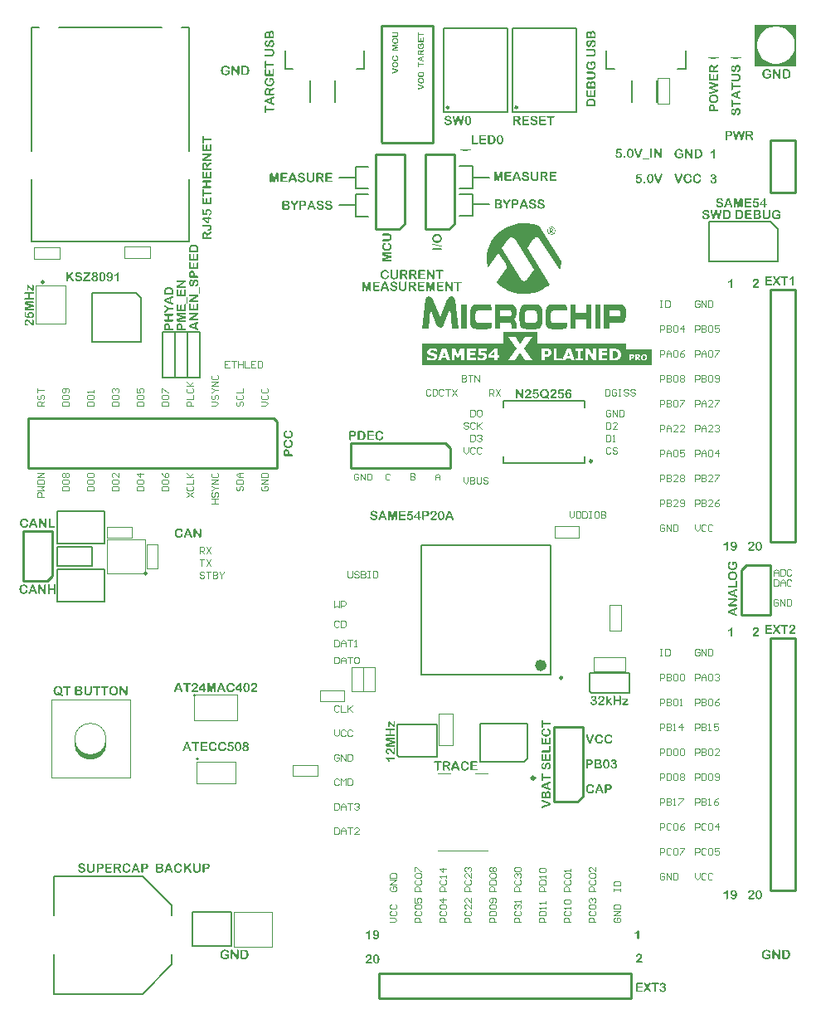
<source format=gto>
G04 Layer_Color=65535*
%FSLAX43Y43*%
%MOMM*%
G71*
G01*
G75*
%ADD58C,0.200*%
%ADD59C,0.250*%
%ADD60C,0.300*%
%ADD117C,0.150*%
%ADD120C,0.100*%
%ADD121C,0.254*%
%ADD122C,0.600*%
%ADD123C,0.050*%
%ADD124C,0.112*%
%ADD125R,0.500X0.200*%
G36*
X-4856Y-52993D02*
X-4846D01*
X-4824Y-52995D01*
X-4798Y-52999D01*
X-4770Y-53005D01*
X-4743Y-53013D01*
X-4716Y-53023D01*
X-4714Y-53024D01*
X-4709Y-53026D01*
X-4700Y-53031D01*
X-4690Y-53038D01*
X-4678Y-53045D01*
X-4664Y-53055D01*
X-4650Y-53066D01*
X-4638Y-53079D01*
X-4636Y-53080D01*
X-4633Y-53085D01*
X-4626Y-53093D01*
X-4619Y-53103D01*
X-4610Y-53114D01*
X-4601Y-53128D01*
X-4593Y-53144D01*
X-4585Y-53160D01*
X-4584Y-53163D01*
X-4583Y-53168D01*
X-4579Y-53178D01*
X-4575Y-53189D01*
X-4573Y-53204D01*
X-4569Y-53220D01*
X-4568Y-53238D01*
X-4566Y-53256D01*
Y-53258D01*
Y-53260D01*
Y-53264D01*
Y-53270D01*
X-4568Y-53276D01*
X-4569Y-53285D01*
X-4571Y-53304D01*
X-4576Y-53326D01*
X-4583Y-53350D01*
X-4593Y-53375D01*
X-4606Y-53400D01*
Y-53401D01*
X-4608Y-53403D01*
X-4613Y-53410D01*
X-4621Y-53423D01*
X-4631Y-53436D01*
X-4643Y-53453D01*
X-4656Y-53469D01*
X-4671Y-53485D01*
X-4686Y-53500D01*
X-4688Y-53501D01*
X-4694Y-53506D01*
X-4704Y-53515D01*
X-4718Y-53528D01*
X-4736Y-53544D01*
X-4760Y-53564D01*
X-4789Y-53588D01*
X-4804Y-53601D01*
X-4821Y-53615D01*
X-4823Y-53616D01*
X-4825Y-53619D01*
X-4830Y-53623D01*
X-4836Y-53628D01*
X-4844Y-53634D01*
X-4853Y-53641D01*
X-4873Y-53659D01*
X-4895Y-53679D01*
X-4916Y-53699D01*
X-4935Y-53719D01*
X-4944Y-53728D01*
X-4951Y-53736D01*
X-4953Y-53738D01*
X-4954Y-53739D01*
X-4958Y-53743D01*
X-4961Y-53748D01*
X-4971Y-53760D01*
X-4983Y-53776D01*
X-4644D01*
X-4635Y-53778D01*
X-4624Y-53779D01*
X-4613Y-53781D01*
X-4600Y-53785D01*
X-4588Y-53790D01*
X-4578Y-53798D01*
X-4576Y-53799D01*
X-4574Y-53801D01*
X-4569Y-53805D01*
X-4564Y-53811D01*
X-4560Y-53819D01*
X-4555Y-53829D01*
X-4553Y-53839D01*
X-4551Y-53851D01*
Y-53853D01*
Y-53856D01*
X-4553Y-53863D01*
X-4554Y-53870D01*
X-4556Y-53878D01*
X-4560Y-53886D01*
X-4565Y-53895D01*
X-4573Y-53904D01*
X-4574Y-53905D01*
X-4576Y-53908D01*
X-4581Y-53910D01*
X-4588Y-53914D01*
X-4596Y-53919D01*
X-4606Y-53921D01*
X-4619Y-53924D01*
X-4634Y-53925D01*
X-5108D01*
X-5116Y-53924D01*
X-5128Y-53921D01*
X-5139Y-53919D01*
X-5151Y-53915D01*
X-5164Y-53909D01*
X-5175Y-53900D01*
X-5176Y-53899D01*
X-5179Y-53895D01*
X-5184Y-53890D01*
X-5188Y-53883D01*
X-5193Y-53874D01*
X-5198Y-53863D01*
X-5200Y-53850D01*
X-5201Y-53838D01*
Y-53836D01*
Y-53834D01*
X-5200Y-53829D01*
X-5199Y-53821D01*
X-5198Y-53813D01*
X-5194Y-53803D01*
X-5190Y-53791D01*
X-5184Y-53778D01*
X-5182Y-53776D01*
X-5181Y-53771D01*
X-5178Y-53765D01*
X-5173Y-53756D01*
X-5160Y-53736D01*
X-5154Y-53728D01*
X-5146Y-53719D01*
X-5145Y-53718D01*
X-5143Y-53715D01*
X-5138Y-53710D01*
X-5133Y-53704D01*
X-5125Y-53696D01*
X-5116Y-53688D01*
X-5096Y-53668D01*
X-5073Y-53644D01*
X-5048Y-53619D01*
X-5021Y-53593D01*
X-4995Y-53569D01*
X-4994Y-53568D01*
X-4993Y-53566D01*
X-4989Y-53563D01*
X-4984Y-53559D01*
X-4971Y-53548D01*
X-4958Y-53535D01*
X-4941Y-53521D01*
X-4925Y-53508D01*
X-4910Y-53495D01*
X-4898Y-53486D01*
X-4895Y-53485D01*
X-4889Y-53480D01*
X-4880Y-53473D01*
X-4868Y-53464D01*
X-4854Y-53453D01*
X-4840Y-53440D01*
X-4825Y-53428D01*
X-4811Y-53414D01*
X-4810Y-53413D01*
X-4805Y-53408D01*
X-4799Y-53400D01*
X-4791Y-53390D01*
X-4783Y-53379D01*
X-4774Y-53366D01*
X-4766Y-53351D01*
X-4759Y-53338D01*
X-4758Y-53336D01*
X-4756Y-53330D01*
X-4753Y-53323D01*
X-4749Y-53313D01*
X-4746Y-53301D01*
X-4743Y-53288D01*
X-4741Y-53274D01*
X-4740Y-53260D01*
Y-53259D01*
Y-53254D01*
X-4741Y-53246D01*
X-4743Y-53236D01*
X-4745Y-53225D01*
X-4749Y-53213D01*
X-4754Y-53201D01*
X-4760Y-53189D01*
X-4761Y-53188D01*
X-4764Y-53184D01*
X-4768Y-53178D01*
X-4774Y-53170D01*
X-4781Y-53163D01*
X-4790Y-53154D01*
X-4800Y-53146D01*
X-4813Y-53139D01*
X-4814Y-53138D01*
X-4819Y-53136D01*
X-4825Y-53133D01*
X-4834Y-53129D01*
X-4845Y-53126D01*
X-4858Y-53123D01*
X-4871Y-53121D01*
X-4885Y-53120D01*
X-4893D01*
X-4899Y-53121D01*
X-4914Y-53124D01*
X-4933Y-53129D01*
X-4953Y-53138D01*
X-4964Y-53144D01*
X-4975Y-53151D01*
X-4985Y-53160D01*
X-4996Y-53169D01*
X-5006Y-53181D01*
X-5015Y-53194D01*
X-5016Y-53196D01*
X-5018Y-53199D01*
X-5020Y-53204D01*
X-5023Y-53210D01*
X-5026Y-53219D01*
X-5031Y-53230D01*
X-5036Y-53245D01*
X-5038Y-53246D01*
X-5039Y-53253D01*
X-5043Y-53260D01*
X-5046Y-53269D01*
X-5056Y-53291D01*
X-5064Y-53301D01*
X-5070Y-53311D01*
X-5071Y-53313D01*
X-5074Y-53315D01*
X-5078Y-53319D01*
X-5084Y-53323D01*
X-5091Y-53326D01*
X-5101Y-53330D01*
X-5113Y-53333D01*
X-5125Y-53334D01*
X-5130D01*
X-5136Y-53333D01*
X-5144Y-53331D01*
X-5151Y-53329D01*
X-5160Y-53325D01*
X-5169Y-53320D01*
X-5178Y-53313D01*
X-5179Y-53311D01*
X-5181Y-53309D01*
X-5184Y-53304D01*
X-5188Y-53298D01*
X-5193Y-53289D01*
X-5195Y-53279D01*
X-5198Y-53268D01*
X-5199Y-53255D01*
Y-53253D01*
Y-53248D01*
X-5198Y-53239D01*
X-5196Y-53228D01*
X-5194Y-53214D01*
X-5190Y-53198D01*
X-5185Y-53181D01*
X-5179Y-53164D01*
X-5178Y-53161D01*
X-5175Y-53156D01*
X-5170Y-53146D01*
X-5164Y-53135D01*
X-5155Y-53123D01*
X-5145Y-53108D01*
X-5134Y-53094D01*
X-5120Y-53079D01*
X-5119Y-53078D01*
X-5113Y-53073D01*
X-5105Y-53065D01*
X-5093Y-53056D01*
X-5079Y-53046D01*
X-5063Y-53036D01*
X-5043Y-53026D01*
X-5021Y-53016D01*
X-5020D01*
X-5019Y-53015D01*
X-5015Y-53014D01*
X-5010Y-53013D01*
X-4998Y-53009D01*
X-4981Y-53004D01*
X-4961Y-52999D01*
X-4936Y-52995D01*
X-4910Y-52993D01*
X-4881Y-52991D01*
X-4865D01*
X-4856Y-52993D01*
D02*
G37*
G36*
X-4098Y-52991D02*
X-4082Y-52993D01*
X-4063Y-52995D01*
X-4044Y-52999D01*
X-4023Y-53004D01*
X-4003Y-53011D01*
X-4002D01*
X-4000Y-53013D01*
X-3994Y-53015D01*
X-3984Y-53020D01*
X-3970Y-53028D01*
X-3957Y-53036D01*
X-3940Y-53046D01*
X-3924Y-53059D01*
X-3909Y-53074D01*
X-3908Y-53075D01*
X-3903Y-53081D01*
X-3895Y-53090D01*
X-3885Y-53101D01*
X-3875Y-53116D01*
X-3864Y-53134D01*
X-3853Y-53154D01*
X-3842Y-53175D01*
Y-53176D01*
X-3839Y-53180D01*
X-3837Y-53186D01*
X-3834Y-53194D01*
X-3830Y-53205D01*
X-3827Y-53219D01*
X-3822Y-53234D01*
X-3817Y-53251D01*
X-3813Y-53271D01*
X-3808Y-53294D01*
X-3804Y-53318D01*
X-3800Y-53344D01*
X-3798Y-53373D01*
X-3795Y-53404D01*
X-3793Y-53436D01*
Y-53471D01*
Y-53473D01*
Y-53476D01*
Y-53481D01*
Y-53489D01*
Y-53498D01*
X-3794Y-53508D01*
Y-53520D01*
Y-53533D01*
X-3797Y-53560D01*
X-3799Y-53590D01*
X-3802Y-53621D01*
X-3807Y-53650D01*
Y-53651D01*
Y-53654D01*
X-3808Y-53658D01*
X-3809Y-53663D01*
X-3813Y-53676D01*
X-3817Y-53695D01*
X-3823Y-53715D01*
X-3832Y-53738D01*
X-3842Y-53761D01*
X-3853Y-53785D01*
Y-53786D01*
X-3855Y-53789D01*
X-3858Y-53793D01*
X-3860Y-53798D01*
X-3870Y-53811D01*
X-3883Y-53828D01*
X-3899Y-53846D01*
X-3919Y-53865D01*
X-3940Y-53884D01*
X-3965Y-53900D01*
X-3967D01*
X-3968Y-53901D01*
X-3972Y-53904D01*
X-3977Y-53906D01*
X-3984Y-53909D01*
X-3992Y-53912D01*
X-4009Y-53920D01*
X-4032Y-53928D01*
X-4058Y-53934D01*
X-4087Y-53939D01*
X-4117Y-53940D01*
X-4125D01*
X-4133Y-53939D01*
X-4140D01*
X-4150Y-53938D01*
X-4174Y-53934D01*
X-4200Y-53926D01*
X-4229Y-53917D01*
X-4259Y-53904D01*
X-4273Y-53896D01*
X-4288Y-53886D01*
X-4289Y-53885D01*
X-4291Y-53884D01*
X-4295Y-53880D01*
X-4300Y-53876D01*
X-4314Y-53864D01*
X-4330Y-53846D01*
X-4349Y-53825D01*
X-4369Y-53799D01*
X-4386Y-53769D01*
X-4403Y-53735D01*
X-4404Y-53733D01*
X-4406Y-53726D01*
X-4409Y-53715D01*
X-4414Y-53701D01*
X-4419Y-53684D01*
X-4423Y-53664D01*
X-4428Y-53643D01*
X-4431Y-53619D01*
Y-53618D01*
Y-53616D01*
X-4433Y-53613D01*
Y-53608D01*
X-4434Y-53595D01*
X-4435Y-53578D01*
X-4438Y-53558D01*
X-4439Y-53534D01*
X-4440Y-53509D01*
Y-53481D01*
Y-53480D01*
Y-53478D01*
Y-53473D01*
Y-53465D01*
Y-53456D01*
Y-53448D01*
X-4439Y-53424D01*
X-4438Y-53398D01*
X-4436Y-53369D01*
X-4434Y-53339D01*
X-4430Y-53310D01*
Y-53309D01*
Y-53306D01*
X-4429Y-53303D01*
X-4428Y-53298D01*
X-4426Y-53283D01*
X-4423Y-53264D01*
X-4418Y-53244D01*
X-4413Y-53221D01*
X-4406Y-53199D01*
X-4399Y-53178D01*
Y-53176D01*
X-4398Y-53174D01*
X-4395Y-53169D01*
X-4391Y-53163D01*
X-4388Y-53155D01*
X-4383Y-53146D01*
X-4371Y-53126D01*
X-4356Y-53104D01*
X-4338Y-53080D01*
X-4315Y-53059D01*
X-4290Y-53039D01*
X-4289D01*
X-4286Y-53036D01*
X-4283Y-53034D01*
X-4278Y-53031D01*
X-4270Y-53028D01*
X-4263Y-53024D01*
X-4253Y-53019D01*
X-4243Y-53014D01*
X-4218Y-53005D01*
X-4189Y-52998D01*
X-4157Y-52993D01*
X-4122Y-52990D01*
X-4110D01*
X-4098Y-52991D01*
D02*
G37*
G36*
X-4381Y-26168D02*
X-4371D01*
X-4349Y-26170D01*
X-4323Y-26174D01*
X-4295Y-26180D01*
X-4268Y-26188D01*
X-4241Y-26198D01*
X-4239Y-26199D01*
X-4234Y-26201D01*
X-4225Y-26206D01*
X-4215Y-26213D01*
X-4203Y-26220D01*
X-4189Y-26230D01*
X-4175Y-26241D01*
X-4163Y-26254D01*
X-4161Y-26255D01*
X-4158Y-26260D01*
X-4151Y-26268D01*
X-4144Y-26278D01*
X-4135Y-26289D01*
X-4126Y-26303D01*
X-4118Y-26319D01*
X-4110Y-26335D01*
X-4109Y-26338D01*
X-4108Y-26343D01*
X-4104Y-26353D01*
X-4100Y-26364D01*
X-4098Y-26379D01*
X-4094Y-26395D01*
X-4093Y-26413D01*
X-4091Y-26431D01*
Y-26433D01*
Y-26435D01*
Y-26439D01*
Y-26445D01*
X-4093Y-26451D01*
X-4094Y-26460D01*
X-4096Y-26479D01*
X-4101Y-26501D01*
X-4108Y-26525D01*
X-4118Y-26550D01*
X-4131Y-26575D01*
Y-26576D01*
X-4133Y-26578D01*
X-4138Y-26585D01*
X-4146Y-26598D01*
X-4156Y-26611D01*
X-4168Y-26628D01*
X-4181Y-26644D01*
X-4196Y-26660D01*
X-4211Y-26675D01*
X-4213Y-26676D01*
X-4219Y-26681D01*
X-4229Y-26690D01*
X-4243Y-26703D01*
X-4261Y-26719D01*
X-4285Y-26739D01*
X-4314Y-26763D01*
X-4329Y-26776D01*
X-4346Y-26790D01*
X-4348Y-26791D01*
X-4350Y-26794D01*
X-4355Y-26798D01*
X-4361Y-26803D01*
X-4369Y-26809D01*
X-4378Y-26816D01*
X-4398Y-26834D01*
X-4420Y-26854D01*
X-4441Y-26874D01*
X-4460Y-26894D01*
X-4469Y-26903D01*
X-4476Y-26911D01*
X-4478Y-26913D01*
X-4479Y-26914D01*
X-4483Y-26918D01*
X-4486Y-26923D01*
X-4496Y-26935D01*
X-4508Y-26951D01*
X-4169D01*
X-4160Y-26953D01*
X-4149Y-26954D01*
X-4138Y-26956D01*
X-4125Y-26960D01*
X-4113Y-26965D01*
X-4103Y-26973D01*
X-4101Y-26974D01*
X-4099Y-26976D01*
X-4094Y-26980D01*
X-4089Y-26986D01*
X-4085Y-26994D01*
X-4080Y-27004D01*
X-4078Y-27014D01*
X-4076Y-27026D01*
Y-27028D01*
Y-27031D01*
X-4078Y-27038D01*
X-4079Y-27045D01*
X-4081Y-27053D01*
X-4085Y-27061D01*
X-4090Y-27070D01*
X-4098Y-27079D01*
X-4099Y-27080D01*
X-4101Y-27083D01*
X-4106Y-27085D01*
X-4113Y-27089D01*
X-4121Y-27094D01*
X-4131Y-27096D01*
X-4144Y-27099D01*
X-4159Y-27100D01*
X-4633D01*
X-4641Y-27099D01*
X-4653Y-27096D01*
X-4664Y-27094D01*
X-4676Y-27090D01*
X-4689Y-27084D01*
X-4700Y-27075D01*
X-4701Y-27074D01*
X-4704Y-27070D01*
X-4709Y-27065D01*
X-4713Y-27058D01*
X-4718Y-27049D01*
X-4722Y-27038D01*
X-4725Y-27025D01*
X-4726Y-27013D01*
Y-27011D01*
Y-27009D01*
X-4725Y-27004D01*
X-4724Y-26996D01*
X-4722Y-26988D01*
X-4719Y-26978D01*
X-4715Y-26966D01*
X-4709Y-26953D01*
X-4707Y-26951D01*
X-4706Y-26946D01*
X-4703Y-26940D01*
X-4698Y-26931D01*
X-4685Y-26911D01*
X-4679Y-26903D01*
X-4671Y-26894D01*
X-4670Y-26893D01*
X-4668Y-26890D01*
X-4663Y-26885D01*
X-4658Y-26879D01*
X-4650Y-26871D01*
X-4641Y-26863D01*
X-4621Y-26843D01*
X-4598Y-26819D01*
X-4573Y-26794D01*
X-4546Y-26768D01*
X-4520Y-26744D01*
X-4519Y-26743D01*
X-4518Y-26741D01*
X-4514Y-26738D01*
X-4509Y-26734D01*
X-4496Y-26723D01*
X-4483Y-26710D01*
X-4466Y-26696D01*
X-4450Y-26683D01*
X-4435Y-26670D01*
X-4423Y-26661D01*
X-4420Y-26660D01*
X-4414Y-26655D01*
X-4405Y-26648D01*
X-4393Y-26639D01*
X-4379Y-26628D01*
X-4365Y-26615D01*
X-4350Y-26603D01*
X-4336Y-26589D01*
X-4335Y-26588D01*
X-4330Y-26583D01*
X-4324Y-26575D01*
X-4316Y-26565D01*
X-4308Y-26554D01*
X-4299Y-26541D01*
X-4291Y-26526D01*
X-4284Y-26513D01*
X-4283Y-26511D01*
X-4281Y-26505D01*
X-4278Y-26498D01*
X-4274Y-26488D01*
X-4271Y-26476D01*
X-4268Y-26463D01*
X-4266Y-26449D01*
X-4265Y-26435D01*
Y-26434D01*
Y-26429D01*
X-4266Y-26421D01*
X-4268Y-26411D01*
X-4270Y-26400D01*
X-4274Y-26388D01*
X-4279Y-26376D01*
X-4285Y-26364D01*
X-4286Y-26363D01*
X-4289Y-26359D01*
X-4293Y-26353D01*
X-4299Y-26345D01*
X-4306Y-26338D01*
X-4315Y-26329D01*
X-4325Y-26321D01*
X-4338Y-26314D01*
X-4339Y-26313D01*
X-4344Y-26311D01*
X-4350Y-26308D01*
X-4359Y-26304D01*
X-4370Y-26301D01*
X-4383Y-26298D01*
X-4396Y-26296D01*
X-4410Y-26295D01*
X-4418D01*
X-4424Y-26296D01*
X-4439Y-26299D01*
X-4458Y-26304D01*
X-4478Y-26313D01*
X-4489Y-26319D01*
X-4500Y-26326D01*
X-4510Y-26335D01*
X-4521Y-26344D01*
X-4531Y-26356D01*
X-4540Y-26369D01*
X-4541Y-26371D01*
X-4543Y-26374D01*
X-4545Y-26379D01*
X-4548Y-26385D01*
X-4551Y-26394D01*
X-4556Y-26405D01*
X-4561Y-26420D01*
X-4563Y-26421D01*
X-4564Y-26428D01*
X-4568Y-26435D01*
X-4571Y-26444D01*
X-4581Y-26466D01*
X-4589Y-26476D01*
X-4595Y-26486D01*
X-4596Y-26488D01*
X-4599Y-26490D01*
X-4603Y-26494D01*
X-4609Y-26498D01*
X-4616Y-26501D01*
X-4626Y-26505D01*
X-4638Y-26508D01*
X-4650Y-26509D01*
X-4655D01*
X-4661Y-26508D01*
X-4669Y-26506D01*
X-4676Y-26504D01*
X-4685Y-26500D01*
X-4694Y-26495D01*
X-4703Y-26488D01*
X-4704Y-26486D01*
X-4706Y-26484D01*
X-4709Y-26479D01*
X-4713Y-26473D01*
X-4718Y-26464D01*
X-4720Y-26454D01*
X-4722Y-26443D01*
X-4724Y-26430D01*
Y-26428D01*
Y-26423D01*
X-4722Y-26414D01*
X-4721Y-26403D01*
X-4719Y-26389D01*
X-4715Y-26373D01*
X-4710Y-26356D01*
X-4704Y-26339D01*
X-4703Y-26336D01*
X-4700Y-26331D01*
X-4695Y-26321D01*
X-4689Y-26310D01*
X-4680Y-26298D01*
X-4670Y-26283D01*
X-4659Y-26269D01*
X-4645Y-26254D01*
X-4644Y-26253D01*
X-4638Y-26248D01*
X-4630Y-26240D01*
X-4618Y-26231D01*
X-4604Y-26221D01*
X-4588Y-26211D01*
X-4568Y-26201D01*
X-4546Y-26191D01*
X-4545D01*
X-4544Y-26190D01*
X-4540Y-26189D01*
X-4535Y-26188D01*
X-4523Y-26184D01*
X-4506Y-26179D01*
X-4486Y-26174D01*
X-4461Y-26170D01*
X-4435Y-26168D01*
X-4406Y-26166D01*
X-4390D01*
X-4381Y-26168D01*
D02*
G37*
G36*
X-6858Y-26193D02*
X-6849Y-26195D01*
X-6841Y-26198D01*
X-6831Y-26203D01*
X-6823Y-26209D01*
X-6815Y-26218D01*
X-6814Y-26219D01*
X-6811Y-26223D01*
X-6809Y-26229D01*
X-6804Y-26236D01*
X-6800Y-26246D01*
X-6798Y-26259D01*
X-6795Y-26274D01*
X-6794Y-26290D01*
Y-27015D01*
Y-27016D01*
Y-27020D01*
Y-27026D01*
X-6795Y-27035D01*
X-6796Y-27044D01*
X-6799Y-27055D01*
X-6805Y-27078D01*
X-6809Y-27090D01*
X-6815Y-27101D01*
X-6823Y-27112D01*
X-6830Y-27121D01*
X-6841Y-27130D01*
X-6853Y-27136D01*
X-6866Y-27140D01*
X-6881Y-27141D01*
X-6888D01*
X-6895Y-27140D01*
X-6904Y-27138D01*
X-6914Y-27135D01*
X-6924Y-27131D01*
X-6934Y-27125D01*
X-6944Y-27116D01*
X-6945Y-27115D01*
X-6948Y-27111D01*
X-6951Y-27105D01*
X-6955Y-27096D01*
X-6959Y-27086D01*
X-6963Y-27073D01*
X-6965Y-27056D01*
X-6966Y-27039D01*
Y-26463D01*
X-6968Y-26464D01*
X-6974Y-26468D01*
X-6981Y-26474D01*
X-6993Y-26481D01*
X-7005Y-26491D01*
X-7020Y-26501D01*
X-7036Y-26513D01*
X-7054Y-26524D01*
X-7090Y-26548D01*
X-7109Y-26558D01*
X-7126Y-26566D01*
X-7143Y-26575D01*
X-7159Y-26581D01*
X-7173Y-26585D01*
X-7184Y-26586D01*
X-7189D01*
X-7194Y-26585D01*
X-7200Y-26584D01*
X-7206Y-26581D01*
X-7215Y-26578D01*
X-7223Y-26573D01*
X-7231Y-26566D01*
X-7233Y-26565D01*
X-7234Y-26563D01*
X-7238Y-26558D01*
X-7241Y-26553D01*
X-7245Y-26545D01*
X-7247Y-26536D01*
X-7250Y-26526D01*
X-7251Y-26516D01*
Y-26515D01*
Y-26511D01*
X-7250Y-26505D01*
X-7249Y-26498D01*
X-7246Y-26490D01*
X-7242Y-26483D01*
X-7238Y-26475D01*
X-7231Y-26469D01*
X-7230Y-26468D01*
X-7228Y-26466D01*
X-7221Y-26463D01*
X-7214Y-26459D01*
X-7204Y-26453D01*
X-7191Y-26446D01*
X-7176Y-26439D01*
X-7159Y-26430D01*
X-7158D01*
X-7155Y-26429D01*
X-7151Y-26426D01*
X-7146Y-26424D01*
X-7133Y-26416D01*
X-7115Y-26406D01*
X-7095Y-26395D01*
X-7075Y-26383D01*
X-7055Y-26369D01*
X-7038Y-26354D01*
X-7035Y-26353D01*
X-7030Y-26346D01*
X-7021Y-26339D01*
X-7010Y-26328D01*
X-6998Y-26315D01*
X-6984Y-26300D01*
X-6970Y-26283D01*
X-6956Y-26265D01*
X-6955Y-26263D01*
X-6950Y-26258D01*
X-6944Y-26249D01*
X-6936Y-26239D01*
X-6929Y-26228D01*
X-6921Y-26218D01*
X-6915Y-26210D01*
X-6910Y-26204D01*
X-6908Y-26201D01*
X-6905Y-26200D01*
X-6900Y-26198D01*
X-6895Y-26195D01*
X-6888Y-26194D01*
X-6879Y-26191D01*
X-6863D01*
X-6858Y-26193D01*
D02*
G37*
G36*
X-6658Y-52993D02*
X-6649D01*
X-6630Y-52995D01*
X-6607Y-52999D01*
X-6583Y-53004D01*
X-6558Y-53011D01*
X-6533Y-53021D01*
X-6532D01*
X-6530Y-53023D01*
X-6522Y-53026D01*
X-6510Y-53034D01*
X-6495Y-53044D01*
X-6479Y-53056D01*
X-6460Y-53071D01*
X-6443Y-53089D01*
X-6425Y-53109D01*
X-6423Y-53111D01*
X-6418Y-53119D01*
X-6410Y-53131D01*
X-6400Y-53148D01*
X-6389Y-53169D01*
X-6378Y-53193D01*
X-6368Y-53220D01*
X-6358Y-53251D01*
Y-53253D01*
X-6357Y-53255D01*
X-6355Y-53260D01*
X-6354Y-53266D01*
X-6353Y-53275D01*
X-6350Y-53284D01*
X-6348Y-53295D01*
X-6345Y-53308D01*
X-6344Y-53321D01*
X-6342Y-53336D01*
X-6338Y-53370D01*
X-6335Y-53406D01*
X-6334Y-53446D01*
Y-53448D01*
Y-53451D01*
Y-53458D01*
Y-53466D01*
X-6335Y-53478D01*
Y-53490D01*
X-6337Y-53504D01*
Y-53519D01*
X-6340Y-53553D01*
X-6344Y-53588D01*
X-6350Y-53625D01*
X-6359Y-53661D01*
Y-53663D01*
X-6360Y-53665D01*
X-6362Y-53670D01*
X-6364Y-53676D01*
X-6367Y-53685D01*
X-6369Y-53694D01*
X-6378Y-53715D01*
X-6388Y-53740D01*
X-6400Y-53765D01*
X-6415Y-53791D01*
X-6432Y-53816D01*
Y-53818D01*
X-6434Y-53819D01*
X-6440Y-53826D01*
X-6450Y-53838D01*
X-6464Y-53851D01*
X-6480Y-53866D01*
X-6499Y-53883D01*
X-6522Y-53898D01*
X-6545Y-53910D01*
X-6547D01*
X-6548Y-53911D01*
X-6552Y-53912D01*
X-6557Y-53915D01*
X-6563Y-53917D01*
X-6570Y-53920D01*
X-6588Y-53925D01*
X-6610Y-53930D01*
X-6635Y-53935D01*
X-6664Y-53939D01*
X-6694Y-53940D01*
X-6708D01*
X-6715Y-53939D01*
X-6723D01*
X-6743Y-53936D01*
X-6765Y-53932D01*
X-6789Y-53926D01*
X-6814Y-53919D01*
X-6838Y-53909D01*
X-6839D01*
X-6840Y-53908D01*
X-6848Y-53903D01*
X-6859Y-53896D01*
X-6871Y-53888D01*
X-6886Y-53876D01*
X-6901Y-53863D01*
X-6916Y-53848D01*
X-6930Y-53831D01*
X-6931Y-53829D01*
X-6935Y-53824D01*
X-6940Y-53814D01*
X-6945Y-53803D01*
X-6951Y-53789D01*
X-6956Y-53774D01*
X-6960Y-53758D01*
X-6961Y-53741D01*
Y-53740D01*
Y-53736D01*
X-6960Y-53731D01*
X-6959Y-53725D01*
X-6956Y-53719D01*
X-6953Y-53710D01*
X-6948Y-53703D01*
X-6941Y-53695D01*
X-6940Y-53694D01*
X-6938Y-53691D01*
X-6934Y-53689D01*
X-6928Y-53684D01*
X-6920Y-53680D01*
X-6911Y-53678D01*
X-6903Y-53675D01*
X-6891Y-53674D01*
X-6886D01*
X-6881Y-53675D01*
X-6874D01*
X-6858Y-53680D01*
X-6850Y-53684D01*
X-6841Y-53689D01*
X-6840Y-53690D01*
X-6838Y-53691D01*
X-6834Y-53695D01*
X-6829Y-53700D01*
X-6823Y-53706D01*
X-6818Y-53715D01*
X-6813Y-53724D01*
X-6808Y-53735D01*
X-6806Y-53736D01*
X-6805Y-53741D01*
X-6801Y-53749D01*
X-6796Y-53758D01*
X-6790Y-53768D01*
X-6783Y-53778D01*
X-6773Y-53788D01*
X-6761Y-53796D01*
X-6760Y-53798D01*
X-6755Y-53800D01*
X-6749Y-53804D01*
X-6740Y-53808D01*
X-6729Y-53811D01*
X-6717Y-53815D01*
X-6703Y-53818D01*
X-6688Y-53819D01*
X-6682D01*
X-6674Y-53818D01*
X-6665Y-53816D01*
X-6655Y-53815D01*
X-6644Y-53811D01*
X-6632Y-53808D01*
X-6620Y-53801D01*
X-6619Y-53800D01*
X-6615Y-53798D01*
X-6609Y-53794D01*
X-6602Y-53788D01*
X-6593Y-53780D01*
X-6583Y-53771D01*
X-6573Y-53761D01*
X-6564Y-53749D01*
Y-53748D01*
X-6562Y-53745D01*
X-6560Y-53741D01*
X-6557Y-53735D01*
X-6553Y-53728D01*
X-6549Y-53719D01*
X-6545Y-53708D01*
X-6540Y-53694D01*
X-6535Y-53679D01*
X-6532Y-53661D01*
X-6527Y-53641D01*
X-6523Y-53620D01*
X-6519Y-53595D01*
X-6515Y-53570D01*
X-6513Y-53541D01*
X-6510Y-53510D01*
X-6512Y-53513D01*
X-6518Y-53519D01*
X-6527Y-53528D01*
X-6538Y-53538D01*
X-6552Y-53550D01*
X-6568Y-53563D01*
X-6585Y-53575D01*
X-6604Y-53585D01*
X-6607Y-53586D01*
X-6613Y-53589D01*
X-6624Y-53593D01*
X-6638Y-53596D01*
X-6654Y-53601D01*
X-6674Y-53605D01*
X-6695Y-53608D01*
X-6718Y-53609D01*
X-6728D01*
X-6739Y-53608D01*
X-6754Y-53606D01*
X-6772Y-53604D01*
X-6790Y-53599D01*
X-6810Y-53594D01*
X-6830Y-53586D01*
X-6833Y-53585D01*
X-6839Y-53583D01*
X-6849Y-53578D01*
X-6860Y-53570D01*
X-6874Y-53561D01*
X-6889Y-53550D01*
X-6904Y-53538D01*
X-6919Y-53523D01*
X-6920Y-53520D01*
X-6925Y-53515D01*
X-6931Y-53506D01*
X-6940Y-53494D01*
X-6949Y-53480D01*
X-6959Y-53464D01*
X-6968Y-53445D01*
X-6976Y-53425D01*
Y-53424D01*
X-6978Y-53423D01*
X-6979Y-53415D01*
X-6983Y-53404D01*
X-6986Y-53389D01*
X-6990Y-53371D01*
X-6993Y-53353D01*
X-6995Y-53331D01*
X-6996Y-53309D01*
Y-53308D01*
Y-53306D01*
Y-53303D01*
Y-53298D01*
X-6995Y-53285D01*
X-6994Y-53269D01*
X-6991Y-53250D01*
X-6986Y-53229D01*
X-6981Y-53208D01*
X-6974Y-53185D01*
Y-53184D01*
X-6973Y-53183D01*
X-6970Y-53175D01*
X-6964Y-53164D01*
X-6958Y-53150D01*
X-6948Y-53135D01*
X-6936Y-53118D01*
X-6924Y-53100D01*
X-6909Y-53084D01*
X-6906Y-53081D01*
X-6901Y-53076D01*
X-6893Y-53069D01*
X-6880Y-53059D01*
X-6865Y-53048D01*
X-6848Y-53036D01*
X-6829Y-53026D01*
X-6808Y-53016D01*
X-6806D01*
X-6805Y-53015D01*
X-6798Y-53013D01*
X-6785Y-53009D01*
X-6769Y-53004D01*
X-6750Y-52999D01*
X-6729Y-52995D01*
X-6704Y-52993D01*
X-6679Y-52991D01*
X-6665D01*
X-6658Y-52993D01*
D02*
G37*
G36*
X-7333D02*
X-7324Y-52995D01*
X-7316Y-52998D01*
X-7306Y-53003D01*
X-7298Y-53009D01*
X-7290Y-53018D01*
X-7289Y-53019D01*
X-7286Y-53023D01*
X-7284Y-53029D01*
X-7279Y-53036D01*
X-7275Y-53046D01*
X-7273Y-53059D01*
X-7270Y-53074D01*
X-7269Y-53090D01*
Y-53815D01*
Y-53816D01*
Y-53820D01*
Y-53826D01*
X-7270Y-53835D01*
X-7271Y-53844D01*
X-7274Y-53855D01*
X-7280Y-53878D01*
X-7284Y-53890D01*
X-7290Y-53901D01*
X-7298Y-53912D01*
X-7305Y-53921D01*
X-7316Y-53930D01*
X-7328Y-53936D01*
X-7341Y-53940D01*
X-7356Y-53941D01*
X-7363D01*
X-7370Y-53940D01*
X-7379Y-53938D01*
X-7389Y-53935D01*
X-7399Y-53931D01*
X-7409Y-53925D01*
X-7419Y-53916D01*
X-7420Y-53915D01*
X-7423Y-53911D01*
X-7426Y-53905D01*
X-7430Y-53896D01*
X-7434Y-53886D01*
X-7438Y-53873D01*
X-7440Y-53856D01*
X-7441Y-53839D01*
Y-53263D01*
X-7443Y-53264D01*
X-7449Y-53268D01*
X-7456Y-53274D01*
X-7468Y-53281D01*
X-7480Y-53291D01*
X-7495Y-53301D01*
X-7511Y-53313D01*
X-7529Y-53324D01*
X-7565Y-53348D01*
X-7584Y-53358D01*
X-7601Y-53366D01*
X-7618Y-53375D01*
X-7634Y-53381D01*
X-7648Y-53385D01*
X-7659Y-53386D01*
X-7664D01*
X-7669Y-53385D01*
X-7675Y-53384D01*
X-7681Y-53381D01*
X-7690Y-53378D01*
X-7698Y-53373D01*
X-7706Y-53366D01*
X-7708Y-53365D01*
X-7709Y-53363D01*
X-7713Y-53358D01*
X-7716Y-53353D01*
X-7720Y-53345D01*
X-7722Y-53336D01*
X-7725Y-53326D01*
X-7726Y-53316D01*
Y-53315D01*
Y-53311D01*
X-7725Y-53305D01*
X-7724Y-53298D01*
X-7721Y-53290D01*
X-7718Y-53283D01*
X-7713Y-53275D01*
X-7706Y-53269D01*
X-7705Y-53268D01*
X-7703Y-53266D01*
X-7696Y-53263D01*
X-7689Y-53259D01*
X-7679Y-53253D01*
X-7666Y-53246D01*
X-7651Y-53239D01*
X-7634Y-53230D01*
X-7633D01*
X-7630Y-53229D01*
X-7626Y-53226D01*
X-7621Y-53224D01*
X-7608Y-53216D01*
X-7590Y-53206D01*
X-7570Y-53195D01*
X-7550Y-53183D01*
X-7530Y-53169D01*
X-7513Y-53154D01*
X-7510Y-53153D01*
X-7505Y-53146D01*
X-7496Y-53139D01*
X-7485Y-53128D01*
X-7473Y-53115D01*
X-7459Y-53100D01*
X-7445Y-53083D01*
X-7431Y-53065D01*
X-7430Y-53063D01*
X-7425Y-53058D01*
X-7419Y-53049D01*
X-7411Y-53039D01*
X-7404Y-53028D01*
X-7396Y-53018D01*
X-7390Y-53010D01*
X-7385Y-53004D01*
X-7383Y-53001D01*
X-7380Y-53000D01*
X-7375Y-52998D01*
X-7370Y-52995D01*
X-7363Y-52994D01*
X-7354Y-52991D01*
X-7338D01*
X-7333Y-52993D01*
D02*
G37*
G36*
X-4381Y-61728D02*
X-4371D01*
X-4349Y-61730D01*
X-4323Y-61734D01*
X-4295Y-61740D01*
X-4268Y-61748D01*
X-4241Y-61758D01*
X-4239Y-61759D01*
X-4234Y-61761D01*
X-4225Y-61766D01*
X-4215Y-61773D01*
X-4203Y-61780D01*
X-4189Y-61790D01*
X-4175Y-61801D01*
X-4163Y-61814D01*
X-4161Y-61815D01*
X-4158Y-61820D01*
X-4151Y-61828D01*
X-4144Y-61838D01*
X-4135Y-61849D01*
X-4126Y-61863D01*
X-4118Y-61879D01*
X-4110Y-61895D01*
X-4109Y-61898D01*
X-4108Y-61903D01*
X-4104Y-61913D01*
X-4100Y-61924D01*
X-4098Y-61939D01*
X-4094Y-61955D01*
X-4093Y-61973D01*
X-4091Y-61991D01*
Y-61993D01*
Y-61995D01*
Y-61999D01*
Y-62005D01*
X-4093Y-62011D01*
X-4094Y-62020D01*
X-4096Y-62039D01*
X-4101Y-62061D01*
X-4108Y-62085D01*
X-4118Y-62110D01*
X-4131Y-62135D01*
Y-62136D01*
X-4133Y-62138D01*
X-4138Y-62145D01*
X-4146Y-62158D01*
X-4156Y-62171D01*
X-4168Y-62188D01*
X-4181Y-62204D01*
X-4196Y-62220D01*
X-4211Y-62235D01*
X-4213Y-62236D01*
X-4219Y-62241D01*
X-4229Y-62250D01*
X-4243Y-62263D01*
X-4261Y-62279D01*
X-4285Y-62299D01*
X-4314Y-62323D01*
X-4329Y-62336D01*
X-4346Y-62350D01*
X-4348Y-62351D01*
X-4350Y-62354D01*
X-4355Y-62358D01*
X-4361Y-62363D01*
X-4369Y-62369D01*
X-4378Y-62376D01*
X-4398Y-62394D01*
X-4420Y-62414D01*
X-4441Y-62434D01*
X-4460Y-62454D01*
X-4469Y-62463D01*
X-4476Y-62471D01*
X-4478Y-62473D01*
X-4479Y-62474D01*
X-4483Y-62478D01*
X-4486Y-62483D01*
X-4496Y-62495D01*
X-4508Y-62511D01*
X-4169D01*
X-4160Y-62513D01*
X-4149Y-62514D01*
X-4138Y-62516D01*
X-4125Y-62520D01*
X-4113Y-62525D01*
X-4103Y-62533D01*
X-4101Y-62534D01*
X-4099Y-62536D01*
X-4094Y-62540D01*
X-4089Y-62546D01*
X-4085Y-62554D01*
X-4080Y-62564D01*
X-4078Y-62574D01*
X-4076Y-62586D01*
Y-62588D01*
Y-62591D01*
X-4078Y-62598D01*
X-4079Y-62605D01*
X-4081Y-62613D01*
X-4085Y-62621D01*
X-4090Y-62630D01*
X-4098Y-62639D01*
X-4099Y-62640D01*
X-4101Y-62643D01*
X-4106Y-62645D01*
X-4113Y-62649D01*
X-4121Y-62654D01*
X-4131Y-62656D01*
X-4144Y-62659D01*
X-4159Y-62660D01*
X-4633D01*
X-4641Y-62659D01*
X-4653Y-62656D01*
X-4664Y-62654D01*
X-4676Y-62650D01*
X-4689Y-62644D01*
X-4700Y-62635D01*
X-4701Y-62634D01*
X-4704Y-62630D01*
X-4709Y-62625D01*
X-4713Y-62618D01*
X-4718Y-62609D01*
X-4722Y-62598D01*
X-4725Y-62585D01*
X-4726Y-62573D01*
Y-62571D01*
Y-62569D01*
X-4725Y-62564D01*
X-4724Y-62556D01*
X-4722Y-62548D01*
X-4719Y-62538D01*
X-4715Y-62526D01*
X-4709Y-62513D01*
X-4707Y-62511D01*
X-4706Y-62506D01*
X-4703Y-62500D01*
X-4698Y-62491D01*
X-4685Y-62471D01*
X-4679Y-62463D01*
X-4671Y-62454D01*
X-4670Y-62453D01*
X-4668Y-62450D01*
X-4663Y-62445D01*
X-4658Y-62439D01*
X-4650Y-62431D01*
X-4641Y-62423D01*
X-4621Y-62403D01*
X-4598Y-62379D01*
X-4573Y-62354D01*
X-4546Y-62328D01*
X-4520Y-62304D01*
X-4519Y-62303D01*
X-4518Y-62301D01*
X-4514Y-62298D01*
X-4509Y-62294D01*
X-4496Y-62283D01*
X-4483Y-62270D01*
X-4466Y-62256D01*
X-4450Y-62243D01*
X-4435Y-62230D01*
X-4423Y-62221D01*
X-4420Y-62220D01*
X-4414Y-62215D01*
X-4405Y-62208D01*
X-4393Y-62199D01*
X-4379Y-62188D01*
X-4365Y-62175D01*
X-4350Y-62163D01*
X-4336Y-62149D01*
X-4335Y-62148D01*
X-4330Y-62143D01*
X-4324Y-62135D01*
X-4316Y-62125D01*
X-4308Y-62114D01*
X-4299Y-62101D01*
X-4291Y-62086D01*
X-4284Y-62073D01*
X-4283Y-62071D01*
X-4281Y-62065D01*
X-4278Y-62058D01*
X-4274Y-62048D01*
X-4271Y-62036D01*
X-4268Y-62023D01*
X-4266Y-62009D01*
X-4265Y-61995D01*
Y-61994D01*
Y-61989D01*
X-4266Y-61981D01*
X-4268Y-61971D01*
X-4270Y-61960D01*
X-4274Y-61948D01*
X-4279Y-61936D01*
X-4285Y-61924D01*
X-4286Y-61923D01*
X-4289Y-61919D01*
X-4293Y-61913D01*
X-4299Y-61905D01*
X-4306Y-61898D01*
X-4315Y-61889D01*
X-4325Y-61881D01*
X-4338Y-61874D01*
X-4339Y-61873D01*
X-4344Y-61871D01*
X-4350Y-61868D01*
X-4359Y-61864D01*
X-4370Y-61861D01*
X-4383Y-61858D01*
X-4396Y-61856D01*
X-4410Y-61855D01*
X-4418D01*
X-4424Y-61856D01*
X-4439Y-61859D01*
X-4458Y-61864D01*
X-4478Y-61873D01*
X-4489Y-61879D01*
X-4500Y-61886D01*
X-4510Y-61895D01*
X-4521Y-61904D01*
X-4531Y-61916D01*
X-4540Y-61929D01*
X-4541Y-61931D01*
X-4543Y-61934D01*
X-4545Y-61939D01*
X-4548Y-61945D01*
X-4551Y-61954D01*
X-4556Y-61965D01*
X-4561Y-61980D01*
X-4563Y-61981D01*
X-4564Y-61988D01*
X-4568Y-61995D01*
X-4571Y-62004D01*
X-4581Y-62026D01*
X-4589Y-62036D01*
X-4595Y-62046D01*
X-4596Y-62048D01*
X-4599Y-62050D01*
X-4603Y-62054D01*
X-4609Y-62058D01*
X-4616Y-62061D01*
X-4626Y-62065D01*
X-4638Y-62068D01*
X-4650Y-62069D01*
X-4655D01*
X-4661Y-62068D01*
X-4669Y-62066D01*
X-4676Y-62064D01*
X-4685Y-62060D01*
X-4694Y-62055D01*
X-4703Y-62048D01*
X-4704Y-62046D01*
X-4706Y-62044D01*
X-4709Y-62039D01*
X-4713Y-62033D01*
X-4718Y-62024D01*
X-4720Y-62014D01*
X-4722Y-62003D01*
X-4724Y-61990D01*
Y-61988D01*
Y-61983D01*
X-4722Y-61974D01*
X-4721Y-61963D01*
X-4719Y-61949D01*
X-4715Y-61933D01*
X-4710Y-61916D01*
X-4704Y-61899D01*
X-4703Y-61896D01*
X-4700Y-61891D01*
X-4695Y-61881D01*
X-4689Y-61870D01*
X-4680Y-61858D01*
X-4670Y-61843D01*
X-4659Y-61829D01*
X-4645Y-61814D01*
X-4644Y-61813D01*
X-4638Y-61808D01*
X-4630Y-61800D01*
X-4618Y-61791D01*
X-4604Y-61781D01*
X-4588Y-61771D01*
X-4568Y-61761D01*
X-4546Y-61751D01*
X-4545D01*
X-4544Y-61750D01*
X-4540Y-61749D01*
X-4535Y-61748D01*
X-4523Y-61744D01*
X-4506Y-61739D01*
X-4486Y-61734D01*
X-4461Y-61730D01*
X-4435Y-61728D01*
X-4406Y-61726D01*
X-4390D01*
X-4381Y-61728D01*
D02*
G37*
G36*
X-7333Y-88553D02*
X-7324Y-88555D01*
X-7316Y-88558D01*
X-7306Y-88563D01*
X-7298Y-88569D01*
X-7290Y-88578D01*
X-7289Y-88579D01*
X-7286Y-88583D01*
X-7284Y-88589D01*
X-7279Y-88596D01*
X-7275Y-88606D01*
X-7273Y-88619D01*
X-7270Y-88634D01*
X-7269Y-88650D01*
Y-89375D01*
Y-89376D01*
Y-89380D01*
Y-89386D01*
X-7270Y-89395D01*
X-7271Y-89404D01*
X-7274Y-89415D01*
X-7280Y-89438D01*
X-7284Y-89450D01*
X-7290Y-89461D01*
X-7298Y-89473D01*
X-7305Y-89481D01*
X-7316Y-89490D01*
X-7328Y-89496D01*
X-7341Y-89500D01*
X-7356Y-89501D01*
X-7363D01*
X-7370Y-89500D01*
X-7379Y-89497D01*
X-7389Y-89495D01*
X-7399Y-89491D01*
X-7409Y-89485D01*
X-7419Y-89476D01*
X-7420Y-89475D01*
X-7423Y-89471D01*
X-7426Y-89465D01*
X-7430Y-89456D01*
X-7434Y-89446D01*
X-7438Y-89433D01*
X-7440Y-89416D01*
X-7441Y-89399D01*
Y-88823D01*
X-7443Y-88824D01*
X-7449Y-88828D01*
X-7456Y-88834D01*
X-7468Y-88841D01*
X-7480Y-88851D01*
X-7495Y-88861D01*
X-7511Y-88873D01*
X-7529Y-88884D01*
X-7565Y-88908D01*
X-7584Y-88918D01*
X-7601Y-88926D01*
X-7618Y-88935D01*
X-7634Y-88941D01*
X-7648Y-88945D01*
X-7659Y-88946D01*
X-7664D01*
X-7669Y-88945D01*
X-7675Y-88944D01*
X-7681Y-88941D01*
X-7690Y-88938D01*
X-7698Y-88933D01*
X-7706Y-88926D01*
X-7708Y-88925D01*
X-7709Y-88923D01*
X-7713Y-88918D01*
X-7716Y-88913D01*
X-7720Y-88905D01*
X-7722Y-88896D01*
X-7725Y-88886D01*
X-7726Y-88876D01*
Y-88875D01*
Y-88871D01*
X-7725Y-88865D01*
X-7724Y-88858D01*
X-7721Y-88850D01*
X-7718Y-88843D01*
X-7713Y-88835D01*
X-7706Y-88829D01*
X-7705Y-88828D01*
X-7703Y-88826D01*
X-7696Y-88823D01*
X-7689Y-88819D01*
X-7679Y-88813D01*
X-7666Y-88806D01*
X-7651Y-88799D01*
X-7634Y-88790D01*
X-7633D01*
X-7630Y-88789D01*
X-7626Y-88786D01*
X-7621Y-88784D01*
X-7608Y-88776D01*
X-7590Y-88766D01*
X-7570Y-88755D01*
X-7550Y-88743D01*
X-7530Y-88729D01*
X-7513Y-88714D01*
X-7510Y-88713D01*
X-7505Y-88706D01*
X-7496Y-88699D01*
X-7485Y-88688D01*
X-7473Y-88675D01*
X-7459Y-88660D01*
X-7445Y-88643D01*
X-7431Y-88625D01*
X-7430Y-88623D01*
X-7425Y-88618D01*
X-7419Y-88609D01*
X-7411Y-88599D01*
X-7404Y-88588D01*
X-7396Y-88578D01*
X-7390Y-88570D01*
X-7385Y-88564D01*
X-7383Y-88561D01*
X-7380Y-88560D01*
X-7375Y-88558D01*
X-7370Y-88555D01*
X-7363Y-88554D01*
X-7354Y-88551D01*
X-7338D01*
X-7333Y-88553D01*
D02*
G37*
G36*
X-6858Y-61753D02*
X-6849Y-61755D01*
X-6841Y-61758D01*
X-6831Y-61763D01*
X-6823Y-61769D01*
X-6815Y-61778D01*
X-6814Y-61779D01*
X-6811Y-61783D01*
X-6809Y-61789D01*
X-6804Y-61796D01*
X-6800Y-61806D01*
X-6798Y-61819D01*
X-6795Y-61834D01*
X-6794Y-61850D01*
Y-62575D01*
Y-62576D01*
Y-62580D01*
Y-62586D01*
X-6795Y-62595D01*
X-6796Y-62604D01*
X-6799Y-62615D01*
X-6805Y-62638D01*
X-6809Y-62650D01*
X-6815Y-62661D01*
X-6823Y-62673D01*
X-6830Y-62681D01*
X-6841Y-62690D01*
X-6853Y-62696D01*
X-6866Y-62700D01*
X-6881Y-62701D01*
X-6888D01*
X-6895Y-62700D01*
X-6904Y-62697D01*
X-6914Y-62695D01*
X-6924Y-62691D01*
X-6934Y-62685D01*
X-6944Y-62676D01*
X-6945Y-62675D01*
X-6948Y-62671D01*
X-6951Y-62665D01*
X-6955Y-62656D01*
X-6959Y-62646D01*
X-6963Y-62633D01*
X-6965Y-62616D01*
X-6966Y-62599D01*
Y-62023D01*
X-6968Y-62024D01*
X-6974Y-62028D01*
X-6981Y-62034D01*
X-6993Y-62041D01*
X-7005Y-62051D01*
X-7020Y-62061D01*
X-7036Y-62073D01*
X-7054Y-62084D01*
X-7090Y-62108D01*
X-7109Y-62118D01*
X-7126Y-62126D01*
X-7143Y-62135D01*
X-7159Y-62141D01*
X-7173Y-62145D01*
X-7184Y-62146D01*
X-7189D01*
X-7194Y-62145D01*
X-7200Y-62144D01*
X-7206Y-62141D01*
X-7215Y-62138D01*
X-7223Y-62133D01*
X-7231Y-62126D01*
X-7233Y-62125D01*
X-7234Y-62123D01*
X-7238Y-62118D01*
X-7241Y-62113D01*
X-7245Y-62105D01*
X-7247Y-62096D01*
X-7250Y-62086D01*
X-7251Y-62076D01*
Y-62075D01*
Y-62071D01*
X-7250Y-62065D01*
X-7249Y-62058D01*
X-7246Y-62050D01*
X-7242Y-62043D01*
X-7238Y-62035D01*
X-7231Y-62029D01*
X-7230Y-62028D01*
X-7228Y-62026D01*
X-7221Y-62023D01*
X-7214Y-62019D01*
X-7204Y-62013D01*
X-7191Y-62006D01*
X-7176Y-61999D01*
X-7159Y-61990D01*
X-7158D01*
X-7155Y-61989D01*
X-7151Y-61986D01*
X-7146Y-61984D01*
X-7133Y-61976D01*
X-7115Y-61966D01*
X-7095Y-61955D01*
X-7075Y-61943D01*
X-7055Y-61929D01*
X-7038Y-61914D01*
X-7035Y-61913D01*
X-7030Y-61906D01*
X-7021Y-61899D01*
X-7010Y-61888D01*
X-6998Y-61875D01*
X-6984Y-61860D01*
X-6970Y-61843D01*
X-6956Y-61825D01*
X-6955Y-61823D01*
X-6950Y-61818D01*
X-6944Y-61809D01*
X-6936Y-61799D01*
X-6929Y-61788D01*
X-6921Y-61778D01*
X-6915Y-61770D01*
X-6910Y-61764D01*
X-6908Y-61761D01*
X-6905Y-61760D01*
X-6900Y-61758D01*
X-6895Y-61755D01*
X-6888Y-61754D01*
X-6879Y-61751D01*
X-6863D01*
X-6858Y-61753D01*
D02*
G37*
G36*
X-2014Y-61468D02*
X-2007Y-61469D01*
X-1997Y-61471D01*
X-1988Y-61475D01*
X-1978Y-61480D01*
X-1969Y-61488D01*
X-1968Y-61489D01*
X-1965Y-61491D01*
X-1962Y-61496D01*
X-1958Y-61501D01*
X-1954Y-61509D01*
X-1950Y-61518D01*
X-1948Y-61528D01*
X-1947Y-61539D01*
Y-61541D01*
X-1948Y-61546D01*
X-1949Y-61556D01*
X-1953Y-61569D01*
X-1958Y-61585D01*
X-1967Y-61605D01*
X-1979Y-61628D01*
X-1995Y-61654D01*
X-2179Y-61928D01*
X-1982Y-62231D01*
X-1980Y-62233D01*
X-1978Y-62238D01*
X-1973Y-62245D01*
X-1967Y-62254D01*
X-1954Y-62275D01*
X-1948Y-62286D01*
X-1943Y-62296D01*
Y-62298D01*
X-1940Y-62301D01*
X-1939Y-62306D01*
X-1937Y-62313D01*
X-1933Y-62329D01*
X-1930Y-62346D01*
Y-62348D01*
Y-62350D01*
Y-62354D01*
X-1932Y-62360D01*
X-1935Y-62373D01*
X-1942Y-62388D01*
Y-62389D01*
X-1944Y-62390D01*
X-1949Y-62397D01*
X-1959Y-62406D01*
X-1973Y-62415D01*
X-1974D01*
X-1977Y-62416D01*
X-1980Y-62419D01*
X-1985Y-62420D01*
X-1999Y-62425D01*
X-2017Y-62426D01*
X-2020D01*
X-2025Y-62425D01*
X-2032D01*
X-2047Y-62421D01*
X-2062Y-62415D01*
X-2063D01*
X-2064Y-62414D01*
X-2073Y-62408D01*
X-2082Y-62400D01*
X-2092Y-62389D01*
Y-62388D01*
X-2094Y-62385D01*
X-2097Y-62381D01*
X-2102Y-62374D01*
X-2107Y-62365D01*
X-2114Y-62354D01*
X-2123Y-62340D01*
X-2134Y-62324D01*
X-2297Y-62066D01*
X-2470Y-62331D01*
X-2471Y-62333D01*
X-2474Y-62336D01*
X-2477Y-62343D01*
X-2481Y-62349D01*
X-2490Y-62364D01*
X-2495Y-62371D01*
X-2499Y-62376D01*
X-2500Y-62379D01*
X-2505Y-62384D01*
X-2511Y-62391D01*
X-2520Y-62400D01*
X-2523Y-62401D01*
X-2528Y-62406D01*
X-2536Y-62412D01*
X-2548Y-62419D01*
X-2549D01*
X-2550Y-62420D01*
X-2554Y-62421D01*
X-2559Y-62423D01*
X-2571Y-62425D01*
X-2586Y-62426D01*
X-2593D01*
X-2599Y-62425D01*
X-2606Y-62424D01*
X-2616Y-62421D01*
X-2625Y-62417D01*
X-2635Y-62412D01*
X-2644Y-62406D01*
X-2645Y-62405D01*
X-2648Y-62403D01*
X-2650Y-62397D01*
X-2654Y-62390D01*
X-2659Y-62383D01*
X-2661Y-62371D01*
X-2664Y-62359D01*
X-2665Y-62345D01*
Y-62343D01*
X-2664Y-62336D01*
X-2663Y-62326D01*
X-2659Y-62314D01*
X-2654Y-62296D01*
X-2646Y-62278D01*
X-2635Y-62255D01*
X-2620Y-62231D01*
X-2412Y-61928D01*
X-2586Y-61658D01*
X-2588Y-61656D01*
X-2590Y-61651D01*
X-2595Y-61644D01*
X-2600Y-61635D01*
X-2606Y-61624D01*
X-2613Y-61614D01*
X-2624Y-61591D01*
Y-61590D01*
X-2626Y-61586D01*
X-2628Y-61581D01*
X-2630Y-61574D01*
X-2634Y-61556D01*
X-2636Y-61536D01*
Y-61535D01*
Y-61531D01*
X-2635Y-61526D01*
X-2634Y-61520D01*
X-2630Y-61513D01*
X-2626Y-61504D01*
X-2620Y-61496D01*
X-2613Y-61488D01*
X-2611Y-61486D01*
X-2609Y-61484D01*
X-2603Y-61481D01*
X-2596Y-61476D01*
X-2588Y-61473D01*
X-2578Y-61470D01*
X-2566Y-61468D01*
X-2554Y-61466D01*
X-2548D01*
X-2540Y-61468D01*
X-2531Y-61469D01*
X-2523Y-61473D01*
X-2513Y-61476D01*
X-2503Y-61483D01*
X-2494Y-61490D01*
X-2493Y-61491D01*
X-2490Y-61495D01*
X-2485Y-61501D01*
X-2478Y-61510D01*
X-2469Y-61521D01*
X-2459Y-61536D01*
X-2447Y-61555D01*
X-2433Y-61576D01*
X-2294Y-61801D01*
X-2145Y-61576D01*
X-2144Y-61575D01*
X-2142Y-61571D01*
X-2139Y-61566D01*
X-2134Y-61559D01*
X-2124Y-61544D01*
X-2114Y-61528D01*
X-2113Y-61526D01*
X-2112Y-61524D01*
X-2109Y-61520D01*
X-2105Y-61515D01*
X-2098Y-61504D01*
X-2089Y-61494D01*
Y-61493D01*
X-2087Y-61491D01*
X-2080Y-61486D01*
X-2072Y-61480D01*
X-2062Y-61474D01*
X-2060D01*
X-2059Y-61473D01*
X-2052Y-61470D01*
X-2040Y-61468D01*
X-2027Y-61466D01*
X-2020D01*
X-2014Y-61468D01*
D02*
G37*
G36*
X-4856Y-88553D02*
X-4846D01*
X-4824Y-88555D01*
X-4798Y-88559D01*
X-4770Y-88565D01*
X-4743Y-88573D01*
X-4716Y-88583D01*
X-4714Y-88584D01*
X-4709Y-88586D01*
X-4700Y-88591D01*
X-4690Y-88598D01*
X-4678Y-88605D01*
X-4664Y-88615D01*
X-4650Y-88626D01*
X-4638Y-88639D01*
X-4636Y-88640D01*
X-4633Y-88645D01*
X-4626Y-88653D01*
X-4619Y-88663D01*
X-4610Y-88674D01*
X-4601Y-88688D01*
X-4593Y-88704D01*
X-4585Y-88720D01*
X-4584Y-88723D01*
X-4583Y-88728D01*
X-4579Y-88738D01*
X-4575Y-88749D01*
X-4573Y-88764D01*
X-4569Y-88780D01*
X-4568Y-88798D01*
X-4566Y-88816D01*
Y-88818D01*
Y-88820D01*
Y-88824D01*
Y-88830D01*
X-4568Y-88836D01*
X-4569Y-88845D01*
X-4571Y-88864D01*
X-4576Y-88886D01*
X-4583Y-88910D01*
X-4593Y-88935D01*
X-4606Y-88960D01*
Y-88961D01*
X-4608Y-88963D01*
X-4613Y-88970D01*
X-4621Y-88983D01*
X-4631Y-88996D01*
X-4643Y-89013D01*
X-4656Y-89029D01*
X-4671Y-89045D01*
X-4686Y-89060D01*
X-4688Y-89061D01*
X-4694Y-89066D01*
X-4704Y-89075D01*
X-4718Y-89088D01*
X-4736Y-89104D01*
X-4760Y-89124D01*
X-4789Y-89148D01*
X-4804Y-89161D01*
X-4821Y-89175D01*
X-4823Y-89176D01*
X-4825Y-89179D01*
X-4830Y-89183D01*
X-4836Y-89188D01*
X-4844Y-89194D01*
X-4853Y-89201D01*
X-4873Y-89219D01*
X-4895Y-89239D01*
X-4916Y-89259D01*
X-4935Y-89279D01*
X-4944Y-89288D01*
X-4951Y-89296D01*
X-4953Y-89298D01*
X-4954Y-89299D01*
X-4958Y-89303D01*
X-4961Y-89308D01*
X-4971Y-89320D01*
X-4983Y-89336D01*
X-4644D01*
X-4635Y-89338D01*
X-4624Y-89339D01*
X-4613Y-89341D01*
X-4600Y-89345D01*
X-4588Y-89350D01*
X-4578Y-89358D01*
X-4576Y-89359D01*
X-4574Y-89361D01*
X-4569Y-89365D01*
X-4564Y-89371D01*
X-4560Y-89379D01*
X-4555Y-89389D01*
X-4553Y-89399D01*
X-4551Y-89411D01*
Y-89413D01*
Y-89416D01*
X-4553Y-89423D01*
X-4554Y-89430D01*
X-4556Y-89438D01*
X-4560Y-89446D01*
X-4565Y-89455D01*
X-4573Y-89464D01*
X-4574Y-89465D01*
X-4576Y-89467D01*
X-4581Y-89470D01*
X-4588Y-89474D01*
X-4596Y-89479D01*
X-4606Y-89481D01*
X-4619Y-89484D01*
X-4634Y-89485D01*
X-5108D01*
X-5116Y-89484D01*
X-5128Y-89481D01*
X-5139Y-89479D01*
X-5151Y-89475D01*
X-5164Y-89469D01*
X-5175Y-89460D01*
X-5176Y-89459D01*
X-5179Y-89455D01*
X-5184Y-89450D01*
X-5188Y-89443D01*
X-5193Y-89434D01*
X-5198Y-89423D01*
X-5200Y-89410D01*
X-5201Y-89398D01*
Y-89396D01*
Y-89394D01*
X-5200Y-89389D01*
X-5199Y-89381D01*
X-5198Y-89373D01*
X-5194Y-89363D01*
X-5190Y-89351D01*
X-5184Y-89338D01*
X-5182Y-89336D01*
X-5181Y-89331D01*
X-5178Y-89325D01*
X-5173Y-89316D01*
X-5160Y-89296D01*
X-5154Y-89288D01*
X-5146Y-89279D01*
X-5145Y-89278D01*
X-5143Y-89275D01*
X-5138Y-89270D01*
X-5133Y-89264D01*
X-5125Y-89256D01*
X-5116Y-89248D01*
X-5096Y-89228D01*
X-5073Y-89204D01*
X-5048Y-89179D01*
X-5021Y-89153D01*
X-4995Y-89129D01*
X-4994Y-89128D01*
X-4993Y-89126D01*
X-4989Y-89123D01*
X-4984Y-89119D01*
X-4971Y-89108D01*
X-4958Y-89095D01*
X-4941Y-89081D01*
X-4925Y-89068D01*
X-4910Y-89055D01*
X-4898Y-89046D01*
X-4895Y-89045D01*
X-4889Y-89040D01*
X-4880Y-89033D01*
X-4868Y-89024D01*
X-4854Y-89013D01*
X-4840Y-89000D01*
X-4825Y-88988D01*
X-4811Y-88974D01*
X-4810Y-88973D01*
X-4805Y-88968D01*
X-4799Y-88960D01*
X-4791Y-88950D01*
X-4783Y-88939D01*
X-4774Y-88926D01*
X-4766Y-88911D01*
X-4759Y-88898D01*
X-4758Y-88896D01*
X-4756Y-88890D01*
X-4753Y-88883D01*
X-4749Y-88873D01*
X-4746Y-88861D01*
X-4743Y-88848D01*
X-4741Y-88834D01*
X-4740Y-88820D01*
Y-88819D01*
Y-88814D01*
X-4741Y-88806D01*
X-4743Y-88796D01*
X-4745Y-88785D01*
X-4749Y-88773D01*
X-4754Y-88761D01*
X-4760Y-88749D01*
X-4761Y-88748D01*
X-4764Y-88744D01*
X-4768Y-88738D01*
X-4774Y-88730D01*
X-4781Y-88723D01*
X-4790Y-88714D01*
X-4800Y-88706D01*
X-4813Y-88699D01*
X-4814Y-88698D01*
X-4819Y-88696D01*
X-4825Y-88693D01*
X-4834Y-88689D01*
X-4845Y-88686D01*
X-4858Y-88683D01*
X-4871Y-88681D01*
X-4885Y-88680D01*
X-4893D01*
X-4899Y-88681D01*
X-4914Y-88684D01*
X-4933Y-88689D01*
X-4953Y-88698D01*
X-4964Y-88704D01*
X-4975Y-88711D01*
X-4985Y-88720D01*
X-4996Y-88729D01*
X-5006Y-88741D01*
X-5015Y-88754D01*
X-5016Y-88756D01*
X-5018Y-88759D01*
X-5020Y-88764D01*
X-5023Y-88770D01*
X-5026Y-88779D01*
X-5031Y-88790D01*
X-5036Y-88805D01*
X-5038Y-88806D01*
X-5039Y-88813D01*
X-5043Y-88820D01*
X-5046Y-88829D01*
X-5056Y-88851D01*
X-5064Y-88861D01*
X-5070Y-88871D01*
X-5071Y-88873D01*
X-5074Y-88875D01*
X-5078Y-88879D01*
X-5084Y-88883D01*
X-5091Y-88886D01*
X-5101Y-88890D01*
X-5113Y-88893D01*
X-5125Y-88894D01*
X-5130D01*
X-5136Y-88893D01*
X-5144Y-88891D01*
X-5151Y-88889D01*
X-5160Y-88885D01*
X-5169Y-88880D01*
X-5178Y-88873D01*
X-5179Y-88871D01*
X-5181Y-88869D01*
X-5184Y-88864D01*
X-5188Y-88858D01*
X-5193Y-88849D01*
X-5195Y-88839D01*
X-5198Y-88828D01*
X-5199Y-88815D01*
Y-88813D01*
Y-88808D01*
X-5198Y-88799D01*
X-5196Y-88788D01*
X-5194Y-88774D01*
X-5190Y-88758D01*
X-5185Y-88741D01*
X-5179Y-88724D01*
X-5178Y-88721D01*
X-5175Y-88716D01*
X-5170Y-88706D01*
X-5164Y-88695D01*
X-5155Y-88683D01*
X-5145Y-88668D01*
X-5134Y-88654D01*
X-5120Y-88639D01*
X-5119Y-88638D01*
X-5113Y-88633D01*
X-5105Y-88625D01*
X-5093Y-88616D01*
X-5079Y-88606D01*
X-5063Y-88596D01*
X-5043Y-88586D01*
X-5021Y-88576D01*
X-5020D01*
X-5019Y-88575D01*
X-5015Y-88574D01*
X-5010Y-88573D01*
X-4998Y-88569D01*
X-4981Y-88564D01*
X-4961Y-88559D01*
X-4936Y-88555D01*
X-4910Y-88553D01*
X-4881Y-88551D01*
X-4865D01*
X-4856Y-88553D01*
D02*
G37*
G36*
X-4098Y-88551D02*
X-4082Y-88553D01*
X-4063Y-88555D01*
X-4044Y-88559D01*
X-4023Y-88564D01*
X-4003Y-88571D01*
X-4002D01*
X-4000Y-88573D01*
X-3994Y-88575D01*
X-3984Y-88580D01*
X-3970Y-88588D01*
X-3957Y-88596D01*
X-3940Y-88606D01*
X-3924Y-88619D01*
X-3909Y-88634D01*
X-3908Y-88635D01*
X-3903Y-88641D01*
X-3895Y-88650D01*
X-3885Y-88661D01*
X-3875Y-88676D01*
X-3864Y-88694D01*
X-3853Y-88714D01*
X-3842Y-88735D01*
Y-88736D01*
X-3839Y-88740D01*
X-3837Y-88746D01*
X-3834Y-88754D01*
X-3830Y-88765D01*
X-3827Y-88779D01*
X-3822Y-88794D01*
X-3817Y-88811D01*
X-3813Y-88831D01*
X-3808Y-88854D01*
X-3804Y-88878D01*
X-3800Y-88904D01*
X-3798Y-88933D01*
X-3795Y-88964D01*
X-3793Y-88996D01*
Y-89031D01*
Y-89033D01*
Y-89036D01*
Y-89041D01*
Y-89049D01*
Y-89058D01*
X-3794Y-89068D01*
Y-89080D01*
Y-89093D01*
X-3797Y-89120D01*
X-3799Y-89150D01*
X-3802Y-89181D01*
X-3807Y-89210D01*
Y-89211D01*
Y-89214D01*
X-3808Y-89218D01*
X-3809Y-89223D01*
X-3813Y-89236D01*
X-3817Y-89255D01*
X-3823Y-89275D01*
X-3832Y-89298D01*
X-3842Y-89321D01*
X-3853Y-89345D01*
Y-89346D01*
X-3855Y-89349D01*
X-3858Y-89353D01*
X-3860Y-89358D01*
X-3870Y-89371D01*
X-3883Y-89388D01*
X-3899Y-89406D01*
X-3919Y-89425D01*
X-3940Y-89444D01*
X-3965Y-89460D01*
X-3967D01*
X-3968Y-89461D01*
X-3972Y-89464D01*
X-3977Y-89466D01*
X-3984Y-89469D01*
X-3992Y-89473D01*
X-4009Y-89480D01*
X-4032Y-89488D01*
X-4058Y-89494D01*
X-4087Y-89499D01*
X-4117Y-89500D01*
X-4125D01*
X-4133Y-89499D01*
X-4140D01*
X-4150Y-89497D01*
X-4174Y-89494D01*
X-4200Y-89486D01*
X-4229Y-89478D01*
X-4259Y-89464D01*
X-4273Y-89456D01*
X-4288Y-89446D01*
X-4289Y-89445D01*
X-4291Y-89444D01*
X-4295Y-89440D01*
X-4300Y-89436D01*
X-4314Y-89424D01*
X-4330Y-89406D01*
X-4349Y-89385D01*
X-4369Y-89359D01*
X-4386Y-89329D01*
X-4403Y-89295D01*
X-4404Y-89293D01*
X-4406Y-89286D01*
X-4409Y-89275D01*
X-4414Y-89261D01*
X-4419Y-89244D01*
X-4423Y-89224D01*
X-4428Y-89203D01*
X-4431Y-89179D01*
Y-89178D01*
Y-89176D01*
X-4433Y-89173D01*
Y-89168D01*
X-4434Y-89155D01*
X-4435Y-89138D01*
X-4438Y-89118D01*
X-4439Y-89094D01*
X-4440Y-89069D01*
Y-89041D01*
Y-89040D01*
Y-89038D01*
Y-89033D01*
Y-89025D01*
Y-89016D01*
Y-89008D01*
X-4439Y-88984D01*
X-4438Y-88958D01*
X-4436Y-88929D01*
X-4434Y-88899D01*
X-4430Y-88870D01*
Y-88869D01*
Y-88866D01*
X-4429Y-88863D01*
X-4428Y-88858D01*
X-4426Y-88843D01*
X-4423Y-88824D01*
X-4418Y-88804D01*
X-4413Y-88781D01*
X-4406Y-88759D01*
X-4399Y-88738D01*
Y-88736D01*
X-4398Y-88734D01*
X-4395Y-88729D01*
X-4391Y-88723D01*
X-4388Y-88715D01*
X-4383Y-88706D01*
X-4371Y-88686D01*
X-4356Y-88664D01*
X-4338Y-88640D01*
X-4315Y-88619D01*
X-4290Y-88599D01*
X-4289D01*
X-4286Y-88596D01*
X-4283Y-88594D01*
X-4278Y-88591D01*
X-4270Y-88588D01*
X-4263Y-88584D01*
X-4253Y-88579D01*
X-4243Y-88574D01*
X-4218Y-88565D01*
X-4189Y-88558D01*
X-4157Y-88553D01*
X-4122Y-88550D01*
X-4110D01*
X-4098Y-88551D01*
D02*
G37*
G36*
X-6658Y-88553D02*
X-6649D01*
X-6630Y-88555D01*
X-6607Y-88559D01*
X-6583Y-88564D01*
X-6558Y-88571D01*
X-6533Y-88581D01*
X-6532D01*
X-6530Y-88583D01*
X-6522Y-88586D01*
X-6510Y-88594D01*
X-6495Y-88604D01*
X-6479Y-88616D01*
X-6460Y-88631D01*
X-6443Y-88649D01*
X-6425Y-88669D01*
X-6423Y-88671D01*
X-6418Y-88679D01*
X-6410Y-88691D01*
X-6400Y-88708D01*
X-6389Y-88729D01*
X-6378Y-88753D01*
X-6368Y-88780D01*
X-6358Y-88811D01*
Y-88813D01*
X-6357Y-88815D01*
X-6355Y-88820D01*
X-6354Y-88826D01*
X-6353Y-88835D01*
X-6350Y-88844D01*
X-6348Y-88855D01*
X-6345Y-88868D01*
X-6344Y-88881D01*
X-6342Y-88896D01*
X-6338Y-88930D01*
X-6335Y-88966D01*
X-6334Y-89006D01*
Y-89008D01*
Y-89011D01*
Y-89018D01*
Y-89026D01*
X-6335Y-89038D01*
Y-89050D01*
X-6337Y-89064D01*
Y-89079D01*
X-6340Y-89113D01*
X-6344Y-89148D01*
X-6350Y-89185D01*
X-6359Y-89221D01*
Y-89223D01*
X-6360Y-89225D01*
X-6362Y-89230D01*
X-6364Y-89236D01*
X-6367Y-89245D01*
X-6369Y-89254D01*
X-6378Y-89275D01*
X-6388Y-89300D01*
X-6400Y-89325D01*
X-6415Y-89351D01*
X-6432Y-89376D01*
Y-89378D01*
X-6434Y-89379D01*
X-6440Y-89386D01*
X-6450Y-89398D01*
X-6464Y-89411D01*
X-6480Y-89426D01*
X-6499Y-89443D01*
X-6522Y-89458D01*
X-6545Y-89470D01*
X-6547D01*
X-6548Y-89471D01*
X-6552Y-89473D01*
X-6557Y-89475D01*
X-6563Y-89478D01*
X-6570Y-89480D01*
X-6588Y-89485D01*
X-6610Y-89490D01*
X-6635Y-89495D01*
X-6664Y-89499D01*
X-6694Y-89500D01*
X-6708D01*
X-6715Y-89499D01*
X-6723D01*
X-6743Y-89496D01*
X-6765Y-89493D01*
X-6789Y-89486D01*
X-6814Y-89479D01*
X-6838Y-89469D01*
X-6839D01*
X-6840Y-89467D01*
X-6848Y-89463D01*
X-6859Y-89456D01*
X-6871Y-89448D01*
X-6886Y-89436D01*
X-6901Y-89423D01*
X-6916Y-89408D01*
X-6930Y-89391D01*
X-6931Y-89389D01*
X-6935Y-89384D01*
X-6940Y-89374D01*
X-6945Y-89363D01*
X-6951Y-89349D01*
X-6956Y-89334D01*
X-6960Y-89318D01*
X-6961Y-89301D01*
Y-89300D01*
Y-89296D01*
X-6960Y-89291D01*
X-6959Y-89285D01*
X-6956Y-89279D01*
X-6953Y-89270D01*
X-6948Y-89263D01*
X-6941Y-89255D01*
X-6940Y-89254D01*
X-6938Y-89251D01*
X-6934Y-89249D01*
X-6928Y-89244D01*
X-6920Y-89240D01*
X-6911Y-89238D01*
X-6903Y-89235D01*
X-6891Y-89234D01*
X-6886D01*
X-6881Y-89235D01*
X-6874D01*
X-6858Y-89240D01*
X-6850Y-89244D01*
X-6841Y-89249D01*
X-6840Y-89250D01*
X-6838Y-89251D01*
X-6834Y-89255D01*
X-6829Y-89260D01*
X-6823Y-89266D01*
X-6818Y-89275D01*
X-6813Y-89284D01*
X-6808Y-89295D01*
X-6806Y-89296D01*
X-6805Y-89301D01*
X-6801Y-89309D01*
X-6796Y-89318D01*
X-6790Y-89328D01*
X-6783Y-89338D01*
X-6773Y-89348D01*
X-6761Y-89356D01*
X-6760Y-89358D01*
X-6755Y-89360D01*
X-6749Y-89364D01*
X-6740Y-89368D01*
X-6729Y-89371D01*
X-6717Y-89375D01*
X-6703Y-89378D01*
X-6688Y-89379D01*
X-6682D01*
X-6674Y-89378D01*
X-6665Y-89376D01*
X-6655Y-89375D01*
X-6644Y-89371D01*
X-6632Y-89368D01*
X-6620Y-89361D01*
X-6619Y-89360D01*
X-6615Y-89358D01*
X-6609Y-89354D01*
X-6602Y-89348D01*
X-6593Y-89340D01*
X-6583Y-89331D01*
X-6573Y-89321D01*
X-6564Y-89309D01*
Y-89308D01*
X-6562Y-89305D01*
X-6560Y-89301D01*
X-6557Y-89295D01*
X-6553Y-89288D01*
X-6549Y-89279D01*
X-6545Y-89268D01*
X-6540Y-89254D01*
X-6535Y-89239D01*
X-6532Y-89221D01*
X-6527Y-89201D01*
X-6523Y-89180D01*
X-6519Y-89155D01*
X-6515Y-89130D01*
X-6513Y-89101D01*
X-6510Y-89070D01*
X-6512Y-89073D01*
X-6518Y-89079D01*
X-6527Y-89088D01*
X-6538Y-89098D01*
X-6552Y-89110D01*
X-6568Y-89123D01*
X-6585Y-89135D01*
X-6604Y-89145D01*
X-6607Y-89146D01*
X-6613Y-89149D01*
X-6624Y-89153D01*
X-6638Y-89156D01*
X-6654Y-89161D01*
X-6674Y-89165D01*
X-6695Y-89168D01*
X-6718Y-89169D01*
X-6728D01*
X-6739Y-89168D01*
X-6754Y-89166D01*
X-6772Y-89164D01*
X-6790Y-89159D01*
X-6810Y-89154D01*
X-6830Y-89146D01*
X-6833Y-89145D01*
X-6839Y-89143D01*
X-6849Y-89138D01*
X-6860Y-89130D01*
X-6874Y-89121D01*
X-6889Y-89110D01*
X-6904Y-89098D01*
X-6919Y-89083D01*
X-6920Y-89080D01*
X-6925Y-89075D01*
X-6931Y-89066D01*
X-6940Y-89054D01*
X-6949Y-89040D01*
X-6959Y-89024D01*
X-6968Y-89005D01*
X-6976Y-88985D01*
Y-88984D01*
X-6978Y-88983D01*
X-6979Y-88975D01*
X-6983Y-88964D01*
X-6986Y-88949D01*
X-6990Y-88931D01*
X-6993Y-88913D01*
X-6995Y-88891D01*
X-6996Y-88869D01*
Y-88868D01*
Y-88866D01*
Y-88863D01*
Y-88858D01*
X-6995Y-88845D01*
X-6994Y-88829D01*
X-6991Y-88810D01*
X-6986Y-88789D01*
X-6981Y-88768D01*
X-6974Y-88745D01*
Y-88744D01*
X-6973Y-88743D01*
X-6970Y-88735D01*
X-6964Y-88724D01*
X-6958Y-88710D01*
X-6948Y-88695D01*
X-6936Y-88678D01*
X-6924Y-88660D01*
X-6909Y-88644D01*
X-6906Y-88641D01*
X-6901Y-88636D01*
X-6893Y-88629D01*
X-6880Y-88619D01*
X-6865Y-88608D01*
X-6848Y-88596D01*
X-6829Y-88586D01*
X-6808Y-88576D01*
X-6806D01*
X-6805Y-88575D01*
X-6798Y-88573D01*
X-6785Y-88569D01*
X-6769Y-88564D01*
X-6750Y-88559D01*
X-6729Y-88555D01*
X-6704Y-88553D01*
X-6679Y-88551D01*
X-6665D01*
X-6658Y-88553D01*
D02*
G37*
G36*
X-1184Y-25924D02*
X-1173Y-25925D01*
X-1162Y-25928D01*
X-1149Y-25933D01*
X-1138Y-25938D01*
X-1128Y-25945D01*
X-1127Y-25946D01*
X-1124Y-25949D01*
X-1121Y-25954D01*
X-1116Y-25960D01*
X-1112Y-25968D01*
X-1108Y-25978D01*
X-1106Y-25989D01*
X-1104Y-26001D01*
Y-26003D01*
Y-26008D01*
X-1106Y-26014D01*
X-1107Y-26021D01*
X-1111Y-26030D01*
X-1114Y-26040D01*
X-1121Y-26049D01*
X-1129Y-26058D01*
X-1131Y-26059D01*
X-1134Y-26060D01*
X-1139Y-26064D01*
X-1147Y-26068D01*
X-1157Y-26071D01*
X-1169Y-26074D01*
X-1184Y-26076D01*
X-1201Y-26078D01*
X-1406D01*
Y-26753D01*
Y-26755D01*
Y-26763D01*
X-1407Y-26773D01*
X-1409Y-26785D01*
X-1412Y-26799D01*
X-1417Y-26813D01*
X-1423Y-26826D01*
X-1432Y-26839D01*
X-1433Y-26840D01*
X-1437Y-26843D01*
X-1442Y-26847D01*
X-1451Y-26853D01*
X-1459Y-26858D01*
X-1472Y-26862D01*
X-1484Y-26865D01*
X-1499Y-26866D01*
X-1505D01*
X-1514Y-26865D01*
X-1523Y-26862D01*
X-1534Y-26860D01*
X-1545Y-26855D01*
X-1557Y-26847D01*
X-1567Y-26839D01*
X-1568Y-26837D01*
X-1570Y-26834D01*
X-1575Y-26826D01*
X-1579Y-26818D01*
X-1584Y-26805D01*
X-1589Y-26790D01*
X-1592Y-26773D01*
X-1593Y-26753D01*
Y-26078D01*
X-1807D01*
X-1815Y-26076D01*
X-1825Y-26075D01*
X-1838Y-26073D01*
X-1849Y-26069D01*
X-1860Y-26064D01*
X-1870Y-26058D01*
X-1872Y-26056D01*
X-1874Y-26054D01*
X-1878Y-26049D01*
X-1882Y-26043D01*
X-1887Y-26035D01*
X-1890Y-26025D01*
X-1893Y-26014D01*
X-1894Y-26001D01*
Y-26000D01*
Y-25995D01*
X-1893Y-25989D01*
X-1892Y-25980D01*
X-1888Y-25971D01*
X-1884Y-25961D01*
X-1878Y-25953D01*
X-1870Y-25944D01*
X-1869Y-25943D01*
X-1865Y-25940D01*
X-1860Y-25938D01*
X-1852Y-25933D01*
X-1842Y-25929D01*
X-1829Y-25926D01*
X-1815Y-25924D01*
X-1799Y-25923D01*
X-1193D01*
X-1184Y-25924D01*
D02*
G37*
G36*
X-14384Y-98024D02*
X-14373Y-98025D01*
X-14362Y-98028D01*
X-14349Y-98033D01*
X-14338Y-98038D01*
X-14328Y-98045D01*
X-14327Y-98046D01*
X-14324Y-98049D01*
X-14321Y-98054D01*
X-14316Y-98060D01*
X-14312Y-98068D01*
X-14308Y-98078D01*
X-14306Y-98089D01*
X-14304Y-98101D01*
Y-98103D01*
Y-98108D01*
X-14306Y-98114D01*
X-14307Y-98121D01*
X-14311Y-98130D01*
X-14314Y-98140D01*
X-14321Y-98149D01*
X-14329Y-98158D01*
X-14331Y-98159D01*
X-14334Y-98160D01*
X-14339Y-98164D01*
X-14347Y-98168D01*
X-14357Y-98171D01*
X-14369Y-98174D01*
X-14384Y-98176D01*
X-14401Y-98178D01*
X-14606D01*
Y-98853D01*
Y-98855D01*
Y-98863D01*
X-14607Y-98873D01*
X-14609Y-98885D01*
X-14612Y-98899D01*
X-14617Y-98913D01*
X-14623Y-98926D01*
X-14632Y-98939D01*
X-14633Y-98940D01*
X-14637Y-98942D01*
X-14642Y-98948D01*
X-14651Y-98952D01*
X-14659Y-98957D01*
X-14672Y-98963D01*
X-14684Y-98965D01*
X-14699Y-98966D01*
X-14705D01*
X-14714Y-98965D01*
X-14723Y-98963D01*
X-14734Y-98960D01*
X-14745Y-98955D01*
X-14757Y-98948D01*
X-14767Y-98939D01*
X-14768Y-98938D01*
X-14770Y-98934D01*
X-14775Y-98926D01*
X-14779Y-98918D01*
X-14784Y-98905D01*
X-14789Y-98890D01*
X-14792Y-98873D01*
X-14793Y-98853D01*
Y-98178D01*
X-15007D01*
X-15015Y-98176D01*
X-15025Y-98175D01*
X-15038Y-98173D01*
X-15049Y-98169D01*
X-15060Y-98164D01*
X-15070Y-98158D01*
X-15072Y-98156D01*
X-15074Y-98154D01*
X-15078Y-98149D01*
X-15082Y-98143D01*
X-15087Y-98135D01*
X-15090Y-98125D01*
X-15093Y-98114D01*
X-15094Y-98101D01*
Y-98100D01*
Y-98095D01*
X-15093Y-98089D01*
X-15092Y-98080D01*
X-15088Y-98071D01*
X-15084Y-98061D01*
X-15078Y-98053D01*
X-15070Y-98044D01*
X-15069Y-98043D01*
X-15065Y-98040D01*
X-15060Y-98038D01*
X-15052Y-98033D01*
X-15042Y-98029D01*
X-15029Y-98026D01*
X-15015Y-98024D01*
X-14999Y-98023D01*
X-14393D01*
X-14384Y-98024D01*
D02*
G37*
G36*
X-43183Y-92643D02*
X-43174D01*
X-43155Y-92645D01*
X-43132Y-92649D01*
X-43108Y-92654D01*
X-43083Y-92661D01*
X-43058Y-92671D01*
X-43057D01*
X-43055Y-92673D01*
X-43047Y-92676D01*
X-43035Y-92684D01*
X-43020Y-92694D01*
X-43004Y-92706D01*
X-42985Y-92721D01*
X-42968Y-92739D01*
X-42950Y-92759D01*
X-42948Y-92761D01*
X-42943Y-92769D01*
X-42935Y-92781D01*
X-42925Y-92798D01*
X-42914Y-92819D01*
X-42903Y-92843D01*
X-42893Y-92870D01*
X-42883Y-92901D01*
Y-92903D01*
X-42882Y-92905D01*
X-42880Y-92910D01*
X-42879Y-92916D01*
X-42878Y-92925D01*
X-42875Y-92934D01*
X-42873Y-92945D01*
X-42870Y-92958D01*
X-42869Y-92971D01*
X-42867Y-92986D01*
X-42863Y-93020D01*
X-42860Y-93056D01*
X-42859Y-93096D01*
Y-93098D01*
Y-93101D01*
Y-93108D01*
Y-93116D01*
X-42860Y-93128D01*
Y-93140D01*
X-42862Y-93154D01*
Y-93169D01*
X-42865Y-93203D01*
X-42869Y-93238D01*
X-42875Y-93275D01*
X-42884Y-93311D01*
Y-93313D01*
X-42885Y-93315D01*
X-42887Y-93320D01*
X-42889Y-93326D01*
X-42892Y-93335D01*
X-42894Y-93344D01*
X-42903Y-93365D01*
X-42913Y-93390D01*
X-42925Y-93415D01*
X-42940Y-93441D01*
X-42957Y-93466D01*
Y-93468D01*
X-42959Y-93469D01*
X-42965Y-93476D01*
X-42975Y-93488D01*
X-42989Y-93501D01*
X-43005Y-93516D01*
X-43024Y-93533D01*
X-43047Y-93548D01*
X-43070Y-93560D01*
X-43072D01*
X-43073Y-93561D01*
X-43077Y-93562D01*
X-43082Y-93565D01*
X-43088Y-93567D01*
X-43095Y-93570D01*
X-43113Y-93575D01*
X-43135Y-93580D01*
X-43160Y-93585D01*
X-43189Y-93589D01*
X-43219Y-93590D01*
X-43233D01*
X-43240Y-93589D01*
X-43248D01*
X-43268Y-93586D01*
X-43290Y-93582D01*
X-43314Y-93576D01*
X-43339Y-93569D01*
X-43363Y-93559D01*
X-43364D01*
X-43365Y-93558D01*
X-43373Y-93553D01*
X-43384Y-93546D01*
X-43396Y-93538D01*
X-43411Y-93526D01*
X-43426Y-93513D01*
X-43441Y-93498D01*
X-43455Y-93481D01*
X-43456Y-93479D01*
X-43460Y-93474D01*
X-43465Y-93464D01*
X-43470Y-93453D01*
X-43476Y-93439D01*
X-43481Y-93424D01*
X-43485Y-93408D01*
X-43486Y-93391D01*
Y-93390D01*
Y-93386D01*
X-43485Y-93381D01*
X-43484Y-93375D01*
X-43481Y-93369D01*
X-43478Y-93360D01*
X-43473Y-93353D01*
X-43466Y-93345D01*
X-43465Y-93344D01*
X-43463Y-93341D01*
X-43459Y-93339D01*
X-43453Y-93334D01*
X-43445Y-93330D01*
X-43436Y-93328D01*
X-43428Y-93325D01*
X-43416Y-93324D01*
X-43411D01*
X-43406Y-93325D01*
X-43399D01*
X-43383Y-93330D01*
X-43375Y-93334D01*
X-43366Y-93339D01*
X-43365Y-93340D01*
X-43363Y-93341D01*
X-43359Y-93345D01*
X-43354Y-93350D01*
X-43348Y-93356D01*
X-43343Y-93365D01*
X-43338Y-93374D01*
X-43333Y-93385D01*
X-43331Y-93386D01*
X-43330Y-93391D01*
X-43326Y-93399D01*
X-43321Y-93408D01*
X-43315Y-93418D01*
X-43308Y-93428D01*
X-43298Y-93438D01*
X-43286Y-93446D01*
X-43285Y-93448D01*
X-43280Y-93450D01*
X-43274Y-93454D01*
X-43265Y-93458D01*
X-43254Y-93461D01*
X-43242Y-93465D01*
X-43228Y-93468D01*
X-43213Y-93469D01*
X-43207D01*
X-43199Y-93468D01*
X-43190Y-93466D01*
X-43180Y-93465D01*
X-43169Y-93461D01*
X-43157Y-93458D01*
X-43145Y-93451D01*
X-43144Y-93450D01*
X-43140Y-93448D01*
X-43134Y-93444D01*
X-43127Y-93438D01*
X-43118Y-93430D01*
X-43108Y-93421D01*
X-43098Y-93411D01*
X-43089Y-93399D01*
Y-93398D01*
X-43087Y-93395D01*
X-43085Y-93391D01*
X-43082Y-93385D01*
X-43078Y-93378D01*
X-43074Y-93369D01*
X-43070Y-93358D01*
X-43065Y-93344D01*
X-43060Y-93329D01*
X-43057Y-93311D01*
X-43052Y-93291D01*
X-43048Y-93270D01*
X-43044Y-93245D01*
X-43040Y-93220D01*
X-43038Y-93191D01*
X-43035Y-93160D01*
X-43037Y-93163D01*
X-43043Y-93169D01*
X-43052Y-93178D01*
X-43063Y-93188D01*
X-43077Y-93200D01*
X-43093Y-93213D01*
X-43110Y-93225D01*
X-43129Y-93235D01*
X-43132Y-93236D01*
X-43138Y-93239D01*
X-43149Y-93243D01*
X-43163Y-93246D01*
X-43179Y-93251D01*
X-43199Y-93255D01*
X-43220Y-93258D01*
X-43243Y-93259D01*
X-43253D01*
X-43264Y-93258D01*
X-43279Y-93256D01*
X-43296Y-93254D01*
X-43315Y-93249D01*
X-43335Y-93244D01*
X-43355Y-93236D01*
X-43358Y-93235D01*
X-43364Y-93233D01*
X-43374Y-93228D01*
X-43385Y-93220D01*
X-43399Y-93211D01*
X-43414Y-93200D01*
X-43429Y-93188D01*
X-43444Y-93173D01*
X-43445Y-93170D01*
X-43450Y-93165D01*
X-43456Y-93156D01*
X-43465Y-93144D01*
X-43474Y-93130D01*
X-43484Y-93114D01*
X-43493Y-93095D01*
X-43501Y-93075D01*
Y-93074D01*
X-43503Y-93073D01*
X-43504Y-93065D01*
X-43508Y-93054D01*
X-43511Y-93039D01*
X-43515Y-93021D01*
X-43518Y-93003D01*
X-43520Y-92981D01*
X-43521Y-92959D01*
Y-92958D01*
Y-92956D01*
Y-92953D01*
Y-92948D01*
X-43520Y-92935D01*
X-43519Y-92919D01*
X-43516Y-92900D01*
X-43511Y-92879D01*
X-43506Y-92858D01*
X-43499Y-92835D01*
Y-92834D01*
X-43498Y-92833D01*
X-43495Y-92825D01*
X-43489Y-92814D01*
X-43483Y-92800D01*
X-43473Y-92785D01*
X-43461Y-92768D01*
X-43449Y-92750D01*
X-43434Y-92734D01*
X-43431Y-92731D01*
X-43426Y-92726D01*
X-43418Y-92719D01*
X-43405Y-92709D01*
X-43390Y-92698D01*
X-43373Y-92686D01*
X-43354Y-92676D01*
X-43333Y-92666D01*
X-43331D01*
X-43330Y-92665D01*
X-43323Y-92663D01*
X-43310Y-92659D01*
X-43294Y-92654D01*
X-43275Y-92649D01*
X-43254Y-92645D01*
X-43229Y-92643D01*
X-43204Y-92641D01*
X-43190D01*
X-43183Y-92643D01*
D02*
G37*
G36*
X-43858D02*
X-43849Y-92645D01*
X-43841Y-92648D01*
X-43831Y-92653D01*
X-43823Y-92659D01*
X-43815Y-92668D01*
X-43814Y-92669D01*
X-43811Y-92673D01*
X-43809Y-92679D01*
X-43804Y-92686D01*
X-43800Y-92696D01*
X-43798Y-92709D01*
X-43795Y-92724D01*
X-43794Y-92740D01*
Y-93465D01*
Y-93466D01*
Y-93470D01*
Y-93476D01*
X-43795Y-93485D01*
X-43796Y-93494D01*
X-43799Y-93505D01*
X-43805Y-93528D01*
X-43809Y-93540D01*
X-43815Y-93551D01*
X-43823Y-93562D01*
X-43830Y-93571D01*
X-43841Y-93580D01*
X-43853Y-93586D01*
X-43866Y-93590D01*
X-43881Y-93591D01*
X-43888D01*
X-43895Y-93590D01*
X-43904Y-93588D01*
X-43914Y-93585D01*
X-43924Y-93581D01*
X-43934Y-93575D01*
X-43944Y-93566D01*
X-43945Y-93565D01*
X-43948Y-93561D01*
X-43951Y-93555D01*
X-43955Y-93546D01*
X-43959Y-93536D01*
X-43963Y-93523D01*
X-43965Y-93506D01*
X-43966Y-93489D01*
Y-92913D01*
X-43968Y-92914D01*
X-43974Y-92918D01*
X-43981Y-92924D01*
X-43993Y-92931D01*
X-44005Y-92941D01*
X-44020Y-92951D01*
X-44036Y-92963D01*
X-44054Y-92974D01*
X-44090Y-92998D01*
X-44109Y-93008D01*
X-44126Y-93016D01*
X-44143Y-93025D01*
X-44159Y-93031D01*
X-44173Y-93035D01*
X-44184Y-93036D01*
X-44189D01*
X-44194Y-93035D01*
X-44200Y-93034D01*
X-44206Y-93031D01*
X-44215Y-93028D01*
X-44223Y-93023D01*
X-44231Y-93016D01*
X-44232Y-93015D01*
X-44234Y-93013D01*
X-44237Y-93008D01*
X-44241Y-93003D01*
X-44245Y-92995D01*
X-44248Y-92986D01*
X-44250Y-92976D01*
X-44251Y-92966D01*
Y-92965D01*
Y-92961D01*
X-44250Y-92955D01*
X-44249Y-92948D01*
X-44246Y-92940D01*
X-44243Y-92933D01*
X-44237Y-92925D01*
X-44231Y-92919D01*
X-44230Y-92918D01*
X-44228Y-92916D01*
X-44221Y-92913D01*
X-44214Y-92909D01*
X-44204Y-92903D01*
X-44191Y-92896D01*
X-44176Y-92889D01*
X-44159Y-92880D01*
X-44158D01*
X-44155Y-92879D01*
X-44151Y-92876D01*
X-44146Y-92874D01*
X-44133Y-92866D01*
X-44115Y-92856D01*
X-44095Y-92845D01*
X-44075Y-92833D01*
X-44055Y-92819D01*
X-44038Y-92804D01*
X-44035Y-92803D01*
X-44030Y-92796D01*
X-44021Y-92789D01*
X-44010Y-92778D01*
X-43998Y-92765D01*
X-43984Y-92750D01*
X-43970Y-92733D01*
X-43956Y-92715D01*
X-43955Y-92713D01*
X-43950Y-92708D01*
X-43944Y-92699D01*
X-43936Y-92689D01*
X-43929Y-92678D01*
X-43921Y-92668D01*
X-43915Y-92660D01*
X-43910Y-92654D01*
X-43908Y-92651D01*
X-43905Y-92650D01*
X-43900Y-92648D01*
X-43895Y-92645D01*
X-43888Y-92644D01*
X-43879Y-92641D01*
X-43863D01*
X-43858Y-92643D01*
D02*
G37*
G36*
X-15214Y-98008D02*
X-15207Y-98009D01*
X-15197Y-98011D01*
X-15188Y-98015D01*
X-15178Y-98020D01*
X-15169Y-98028D01*
X-15168Y-98029D01*
X-15165Y-98031D01*
X-15162Y-98036D01*
X-15158Y-98041D01*
X-15154Y-98049D01*
X-15150Y-98058D01*
X-15148Y-98068D01*
X-15147Y-98079D01*
Y-98081D01*
X-15148Y-98086D01*
X-15149Y-98096D01*
X-15153Y-98109D01*
X-15158Y-98125D01*
X-15167Y-98145D01*
X-15179Y-98168D01*
X-15195Y-98194D01*
X-15379Y-98468D01*
X-15182Y-98771D01*
X-15180Y-98773D01*
X-15178Y-98778D01*
X-15173Y-98785D01*
X-15167Y-98794D01*
X-15154Y-98815D01*
X-15148Y-98826D01*
X-15143Y-98836D01*
Y-98838D01*
X-15140Y-98841D01*
X-15139Y-98846D01*
X-15137Y-98853D01*
X-15133Y-98869D01*
X-15130Y-98886D01*
Y-98888D01*
Y-98890D01*
Y-98894D01*
X-15132Y-98900D01*
X-15135Y-98913D01*
X-15142Y-98928D01*
Y-98929D01*
X-15144Y-98930D01*
X-15149Y-98938D01*
X-15159Y-98946D01*
X-15173Y-98955D01*
X-15174D01*
X-15177Y-98956D01*
X-15180Y-98959D01*
X-15185Y-98960D01*
X-15199Y-98965D01*
X-15217Y-98966D01*
X-15220D01*
X-15225Y-98965D01*
X-15232D01*
X-15247Y-98961D01*
X-15262Y-98955D01*
X-15263D01*
X-15264Y-98954D01*
X-15273Y-98948D01*
X-15282Y-98940D01*
X-15292Y-98929D01*
Y-98928D01*
X-15294Y-98925D01*
X-15297Y-98921D01*
X-15302Y-98914D01*
X-15307Y-98905D01*
X-15314Y-98894D01*
X-15323Y-98880D01*
X-15334Y-98864D01*
X-15497Y-98606D01*
X-15670Y-98871D01*
X-15672Y-98873D01*
X-15674Y-98876D01*
X-15677Y-98883D01*
X-15682Y-98889D01*
X-15690Y-98904D01*
X-15695Y-98911D01*
X-15699Y-98916D01*
X-15700Y-98919D01*
X-15705Y-98924D01*
X-15711Y-98931D01*
X-15720Y-98940D01*
X-15723Y-98941D01*
X-15728Y-98946D01*
X-15736Y-98952D01*
X-15748Y-98959D01*
X-15749D01*
X-15750Y-98960D01*
X-15754Y-98961D01*
X-15759Y-98963D01*
X-15771Y-98965D01*
X-15786Y-98966D01*
X-15793D01*
X-15799Y-98965D01*
X-15806Y-98964D01*
X-15816Y-98961D01*
X-15825Y-98957D01*
X-15835Y-98952D01*
X-15844Y-98946D01*
X-15845Y-98945D01*
X-15848Y-98942D01*
X-15850Y-98938D01*
X-15854Y-98930D01*
X-15859Y-98923D01*
X-15861Y-98911D01*
X-15864Y-98899D01*
X-15865Y-98885D01*
Y-98883D01*
X-15864Y-98876D01*
X-15863Y-98866D01*
X-15859Y-98854D01*
X-15854Y-98836D01*
X-15846Y-98818D01*
X-15835Y-98795D01*
X-15820Y-98771D01*
X-15612Y-98468D01*
X-15786Y-98198D01*
X-15788Y-98196D01*
X-15790Y-98191D01*
X-15795Y-98184D01*
X-15800Y-98175D01*
X-15806Y-98164D01*
X-15813Y-98154D01*
X-15824Y-98131D01*
Y-98130D01*
X-15826Y-98126D01*
X-15828Y-98121D01*
X-15830Y-98114D01*
X-15834Y-98096D01*
X-15836Y-98076D01*
Y-98075D01*
Y-98071D01*
X-15835Y-98066D01*
X-15834Y-98060D01*
X-15830Y-98053D01*
X-15826Y-98044D01*
X-15820Y-98036D01*
X-15813Y-98028D01*
X-15811Y-98026D01*
X-15809Y-98024D01*
X-15803Y-98021D01*
X-15796Y-98016D01*
X-15788Y-98013D01*
X-15778Y-98010D01*
X-15766Y-98008D01*
X-15754Y-98006D01*
X-15748D01*
X-15740Y-98008D01*
X-15731Y-98009D01*
X-15723Y-98013D01*
X-15713Y-98016D01*
X-15703Y-98023D01*
X-15694Y-98030D01*
X-15693Y-98031D01*
X-15690Y-98035D01*
X-15685Y-98041D01*
X-15678Y-98050D01*
X-15669Y-98061D01*
X-15659Y-98076D01*
X-15647Y-98095D01*
X-15633Y-98116D01*
X-15494Y-98341D01*
X-15345Y-98116D01*
X-15344Y-98115D01*
X-15342Y-98111D01*
X-15339Y-98106D01*
X-15334Y-98099D01*
X-15324Y-98084D01*
X-15314Y-98068D01*
X-15313Y-98066D01*
X-15312Y-98064D01*
X-15309Y-98060D01*
X-15305Y-98055D01*
X-15298Y-98044D01*
X-15289Y-98034D01*
Y-98033D01*
X-15287Y-98031D01*
X-15280Y-98026D01*
X-15272Y-98020D01*
X-15262Y-98014D01*
X-15260D01*
X-15259Y-98013D01*
X-15252Y-98010D01*
X-15240Y-98008D01*
X-15227Y-98006D01*
X-15220D01*
X-15214Y-98008D01*
D02*
G37*
G36*
X-13882Y-98019D02*
X-13867Y-98020D01*
X-13851Y-98021D01*
X-13832Y-98025D01*
X-13812Y-98029D01*
X-13793Y-98035D01*
X-13791Y-98036D01*
X-13784Y-98038D01*
X-13774Y-98041D01*
X-13763Y-98048D01*
X-13749Y-98054D01*
X-13734Y-98063D01*
X-13719Y-98073D01*
X-13705Y-98084D01*
X-13703Y-98085D01*
X-13698Y-98089D01*
X-13692Y-98096D01*
X-13683Y-98105D01*
X-13675Y-98115D01*
X-13665Y-98128D01*
X-13656Y-98143D01*
X-13648Y-98158D01*
X-13647Y-98159D01*
X-13646Y-98165D01*
X-13642Y-98173D01*
X-13638Y-98184D01*
X-13636Y-98198D01*
X-13632Y-98213D01*
X-13631Y-98229D01*
X-13630Y-98246D01*
Y-98248D01*
Y-98249D01*
Y-98253D01*
Y-98258D01*
X-13631Y-98269D01*
X-13633Y-98284D01*
X-13636Y-98301D01*
X-13641Y-98320D01*
X-13648Y-98339D01*
X-13657Y-98356D01*
X-13658Y-98359D01*
X-13662Y-98364D01*
X-13668Y-98373D01*
X-13677Y-98384D01*
X-13688Y-98398D01*
X-13702Y-98413D01*
X-13717Y-98428D01*
X-13736Y-98444D01*
X-13733Y-98445D01*
X-13727Y-98449D01*
X-13718Y-98454D01*
X-13707Y-98461D01*
X-13693Y-98470D01*
X-13680Y-98480D01*
X-13666Y-98493D01*
X-13652Y-98505D01*
X-13651Y-98506D01*
X-13647Y-98511D01*
X-13641Y-98518D01*
X-13633Y-98528D01*
X-13625Y-98538D01*
X-13616Y-98551D01*
X-13608Y-98565D01*
X-13601Y-98580D01*
X-13600Y-98581D01*
X-13598Y-98588D01*
X-13596Y-98595D01*
X-13592Y-98606D01*
X-13588Y-98620D01*
X-13586Y-98635D01*
X-13585Y-98653D01*
X-13583Y-98670D01*
Y-98673D01*
Y-98680D01*
X-13585Y-98691D01*
X-13586Y-98705D01*
X-13590Y-98723D01*
X-13593Y-98741D01*
X-13600Y-98761D01*
X-13607Y-98781D01*
X-13608Y-98784D01*
X-13611Y-98790D01*
X-13617Y-98800D01*
X-13625Y-98814D01*
X-13635Y-98829D01*
X-13646Y-98845D01*
X-13660Y-98861D01*
X-13676Y-98878D01*
X-13678Y-98879D01*
X-13683Y-98885D01*
X-13693Y-98893D01*
X-13706Y-98901D01*
X-13722Y-98913D01*
X-13739Y-98924D01*
X-13759Y-98934D01*
X-13782Y-98944D01*
X-13783D01*
X-13784Y-98945D01*
X-13788Y-98946D01*
X-13793Y-98948D01*
X-13806Y-98951D01*
X-13822Y-98955D01*
X-13842Y-98959D01*
X-13866Y-98963D01*
X-13891Y-98965D01*
X-13918Y-98966D01*
X-13931D01*
X-13946Y-98965D01*
X-13963Y-98963D01*
X-13984Y-98960D01*
X-14008Y-98955D01*
X-14032Y-98949D01*
X-14054Y-98940D01*
X-14056D01*
X-14057Y-98939D01*
X-14064Y-98935D01*
X-14076Y-98929D01*
X-14089Y-98921D01*
X-14104Y-98911D01*
X-14122Y-98900D01*
X-14138Y-98886D01*
X-14153Y-98873D01*
X-14154Y-98870D01*
X-14159Y-98865D01*
X-14167Y-98858D01*
X-14174Y-98846D01*
X-14184Y-98834D01*
X-14194Y-98819D01*
X-14203Y-98804D01*
X-14212Y-98788D01*
X-14213Y-98785D01*
X-14214Y-98780D01*
X-14218Y-98773D01*
X-14222Y-98763D01*
X-14226Y-98750D01*
X-14228Y-98739D01*
X-14231Y-98726D01*
X-14232Y-98715D01*
Y-98714D01*
Y-98709D01*
X-14231Y-98703D01*
X-14229Y-98694D01*
X-14226Y-98685D01*
X-14222Y-98675D01*
X-14216Y-98665D01*
X-14208Y-98656D01*
X-14207Y-98655D01*
X-14204Y-98653D01*
X-14198Y-98649D01*
X-14192Y-98645D01*
X-14183Y-98641D01*
X-14173Y-98638D01*
X-14162Y-98635D01*
X-14149Y-98634D01*
X-14147D01*
X-14138Y-98635D01*
X-14128Y-98638D01*
X-14116Y-98644D01*
X-14114D01*
X-14113Y-98645D01*
X-14106Y-98650D01*
X-14098Y-98659D01*
X-14093Y-98669D01*
Y-98670D01*
X-14092Y-98673D01*
X-14089Y-98678D01*
X-14087Y-98683D01*
X-14084Y-98690D01*
X-14081Y-98699D01*
X-14072Y-98718D01*
X-14062Y-98739D01*
X-14049Y-98760D01*
X-14037Y-98781D01*
X-14023Y-98799D01*
X-14022Y-98800D01*
X-14016Y-98805D01*
X-14008Y-98813D01*
X-13996Y-98820D01*
X-13981Y-98828D01*
X-13962Y-98835D01*
X-13941Y-98840D01*
X-13917Y-98841D01*
X-13911D01*
X-13903Y-98840D01*
X-13893Y-98839D01*
X-13882Y-98836D01*
X-13869Y-98834D01*
X-13856Y-98829D01*
X-13842Y-98823D01*
X-13841Y-98821D01*
X-13836Y-98819D01*
X-13828Y-98815D01*
X-13821Y-98809D01*
X-13811Y-98800D01*
X-13801Y-98791D01*
X-13791Y-98780D01*
X-13781Y-98766D01*
X-13779Y-98765D01*
X-13777Y-98759D01*
X-13773Y-98751D01*
X-13768Y-98740D01*
X-13764Y-98728D01*
X-13761Y-98713D01*
X-13758Y-98696D01*
X-13757Y-98678D01*
Y-98676D01*
Y-98674D01*
Y-98670D01*
Y-98665D01*
X-13759Y-98653D01*
X-13762Y-98635D01*
X-13767Y-98616D01*
X-13774Y-98598D01*
X-13784Y-98579D01*
X-13798Y-98561D01*
X-13799Y-98560D01*
X-13806Y-98555D01*
X-13814Y-98548D01*
X-13827Y-98540D01*
X-13843Y-98533D01*
X-13862Y-98525D01*
X-13884Y-98520D01*
X-13911Y-98519D01*
X-13921D01*
X-13926Y-98520D01*
X-13933D01*
X-13941Y-98521D01*
X-13951Y-98523D01*
X-13954D01*
X-13959Y-98524D01*
X-13964D01*
X-13976Y-98525D01*
X-13991D01*
X-13997Y-98524D01*
X-14004Y-98523D01*
X-14022Y-98518D01*
X-14031Y-98514D01*
X-14038Y-98508D01*
X-14039Y-98506D01*
X-14041Y-98504D01*
X-14044Y-98500D01*
X-14047Y-98495D01*
X-14051Y-98488D01*
X-14054Y-98480D01*
X-14056Y-98470D01*
X-14057Y-98459D01*
Y-98458D01*
Y-98454D01*
X-14056Y-98448D01*
X-14054Y-98441D01*
X-14052Y-98433D01*
X-14047Y-98425D01*
X-14042Y-98416D01*
X-14034Y-98409D01*
X-14033Y-98408D01*
X-14031Y-98406D01*
X-14024Y-98403D01*
X-14017Y-98399D01*
X-14008Y-98396D01*
X-13997Y-98393D01*
X-13983Y-98391D01*
X-13967Y-98390D01*
X-13931D01*
X-13919Y-98389D01*
X-13906Y-98386D01*
X-13891Y-98381D01*
X-13873Y-98376D01*
X-13857Y-98368D01*
X-13841Y-98356D01*
X-13839Y-98355D01*
X-13834Y-98350D01*
X-13827Y-98343D01*
X-13819Y-98331D01*
X-13812Y-98318D01*
X-13804Y-98301D01*
X-13799Y-98281D01*
X-13798Y-98259D01*
Y-98256D01*
Y-98250D01*
X-13799Y-98241D01*
X-13802Y-98230D01*
X-13807Y-98216D01*
X-13812Y-98203D01*
X-13821Y-98189D01*
X-13832Y-98175D01*
X-13833Y-98174D01*
X-13838Y-98169D01*
X-13846Y-98164D01*
X-13856Y-98156D01*
X-13868Y-98150D01*
X-13884Y-98144D01*
X-13902Y-98140D01*
X-13922Y-98139D01*
X-13936D01*
X-13944Y-98140D01*
X-13966Y-98144D01*
X-13976Y-98146D01*
X-13986Y-98150D01*
X-13987D01*
X-13989Y-98153D01*
X-13994Y-98155D01*
X-13999Y-98158D01*
X-14013Y-98166D01*
X-14026Y-98179D01*
Y-98180D01*
X-14028Y-98183D01*
X-14031Y-98186D01*
X-14034Y-98191D01*
X-14038Y-98198D01*
X-14043Y-98205D01*
X-14053Y-98225D01*
Y-98226D01*
X-14056Y-98230D01*
X-14058Y-98235D01*
X-14061Y-98241D01*
X-14068Y-98259D01*
X-14077Y-98276D01*
X-14078Y-98279D01*
X-14082Y-98284D01*
X-14089Y-98291D01*
X-14099Y-98298D01*
X-14101D01*
X-14102Y-98299D01*
X-14106Y-98300D01*
X-14111Y-98301D01*
X-14122Y-98304D01*
X-14137Y-98305D01*
X-14142D01*
X-14147Y-98304D01*
X-14153Y-98303D01*
X-14159Y-98300D01*
X-14168Y-98296D01*
X-14176Y-98291D01*
X-14184Y-98285D01*
X-14186Y-98284D01*
X-14187Y-98281D01*
X-14191Y-98276D01*
X-14194Y-98270D01*
X-14198Y-98263D01*
X-14201Y-98253D01*
X-14203Y-98243D01*
X-14204Y-98230D01*
Y-98229D01*
Y-98224D01*
X-14203Y-98218D01*
X-14202Y-98209D01*
X-14199Y-98198D01*
X-14197Y-98186D01*
X-14192Y-98174D01*
X-14186Y-98160D01*
X-14184Y-98159D01*
X-14182Y-98154D01*
X-14177Y-98146D01*
X-14171Y-98138D01*
X-14162Y-98128D01*
X-14152Y-98116D01*
X-14141Y-98104D01*
X-14127Y-98091D01*
X-14126Y-98090D01*
X-14119Y-98085D01*
X-14112Y-98080D01*
X-14101Y-98071D01*
X-14087Y-98064D01*
X-14071Y-98054D01*
X-14052Y-98045D01*
X-14032Y-98038D01*
X-14031D01*
X-14029Y-98036D01*
X-14022Y-98034D01*
X-14009Y-98031D01*
X-13994Y-98028D01*
X-13976Y-98024D01*
X-13954Y-98020D01*
X-13929Y-98019D01*
X-13904Y-98018D01*
X-13894D01*
X-13882Y-98019D01*
D02*
G37*
G36*
X-16025Y-98024D02*
X-16015Y-98025D01*
X-16004Y-98028D01*
X-15993Y-98031D01*
X-15983Y-98036D01*
X-15974Y-98043D01*
X-15973Y-98044D01*
X-15970Y-98046D01*
X-15966Y-98050D01*
X-15963Y-98056D01*
X-15959Y-98064D01*
X-15955Y-98073D01*
X-15953Y-98084D01*
X-15951Y-98095D01*
Y-98096D01*
Y-98100D01*
X-15953Y-98106D01*
X-15954Y-98114D01*
X-15956Y-98123D01*
X-15961Y-98131D01*
X-15966Y-98141D01*
X-15974Y-98149D01*
X-15975Y-98150D01*
X-15978Y-98151D01*
X-15983Y-98155D01*
X-15990Y-98158D01*
X-15999Y-98161D01*
X-16010Y-98165D01*
X-16024Y-98166D01*
X-16040Y-98168D01*
X-16463D01*
Y-98395D01*
X-16066D01*
X-16059Y-98396D01*
X-16049Y-98398D01*
X-16039Y-98400D01*
X-16028Y-98404D01*
X-16018Y-98409D01*
X-16009Y-98415D01*
X-16008Y-98416D01*
X-16005Y-98419D01*
X-16003Y-98423D01*
X-15998Y-98429D01*
X-15994Y-98435D01*
X-15991Y-98444D01*
X-15989Y-98454D01*
X-15988Y-98465D01*
Y-98466D01*
Y-98470D01*
X-15989Y-98476D01*
X-15990Y-98484D01*
X-15993Y-98493D01*
X-15996Y-98501D01*
X-16001Y-98510D01*
X-16009Y-98518D01*
X-16010Y-98519D01*
X-16013Y-98520D01*
X-16018Y-98524D01*
X-16025Y-98526D01*
X-16034Y-98530D01*
X-16045Y-98534D01*
X-16059Y-98535D01*
X-16074Y-98536D01*
X-16463D01*
Y-98801D01*
X-16018D01*
X-16010Y-98803D01*
X-16000Y-98804D01*
X-15990Y-98806D01*
X-15979Y-98810D01*
X-15968Y-98815D01*
X-15959Y-98823D01*
X-15958Y-98824D01*
X-15955Y-98826D01*
X-15951Y-98830D01*
X-15948Y-98836D01*
X-15944Y-98844D01*
X-15940Y-98854D01*
X-15938Y-98864D01*
X-15936Y-98876D01*
Y-98878D01*
Y-98881D01*
X-15938Y-98888D01*
X-15939Y-98895D01*
X-15941Y-98904D01*
X-15946Y-98913D01*
X-15951Y-98923D01*
X-15959Y-98930D01*
X-15960Y-98931D01*
X-15963Y-98933D01*
X-15969Y-98936D01*
X-15975Y-98940D01*
X-15985Y-98944D01*
X-15996Y-98946D01*
X-16010Y-98949D01*
X-16025Y-98950D01*
X-16546D01*
X-16558Y-98949D01*
X-16570Y-98946D01*
X-16585Y-98944D01*
X-16599Y-98939D01*
X-16613Y-98933D01*
X-16624Y-98924D01*
X-16625Y-98923D01*
X-16628Y-98919D01*
X-16632Y-98911D01*
X-16636Y-98903D01*
X-16641Y-98890D01*
X-16646Y-98875D01*
X-16649Y-98856D01*
X-16650Y-98835D01*
Y-98139D01*
Y-98138D01*
Y-98131D01*
X-16649Y-98124D01*
Y-98115D01*
X-16645Y-98094D01*
X-16642Y-98083D01*
X-16639Y-98073D01*
X-16638Y-98071D01*
X-16636Y-98069D01*
X-16634Y-98064D01*
X-16629Y-98058D01*
X-16618Y-98045D01*
X-16610Y-98040D01*
X-16601Y-98035D01*
X-16600D01*
X-16596Y-98033D01*
X-16591Y-98031D01*
X-16584Y-98029D01*
X-16574Y-98026D01*
X-16563Y-98025D01*
X-16550Y-98023D01*
X-16033D01*
X-16025Y-98024D01*
D02*
G37*
G36*
X-43906Y-95118D02*
X-43896D01*
X-43874Y-95120D01*
X-43848Y-95124D01*
X-43820Y-95130D01*
X-43793Y-95138D01*
X-43766Y-95148D01*
X-43764Y-95149D01*
X-43759Y-95151D01*
X-43750Y-95156D01*
X-43740Y-95163D01*
X-43728Y-95170D01*
X-43714Y-95180D01*
X-43700Y-95191D01*
X-43688Y-95204D01*
X-43686Y-95205D01*
X-43683Y-95210D01*
X-43676Y-95218D01*
X-43669Y-95228D01*
X-43660Y-95239D01*
X-43651Y-95253D01*
X-43643Y-95269D01*
X-43635Y-95285D01*
X-43634Y-95288D01*
X-43633Y-95293D01*
X-43629Y-95303D01*
X-43625Y-95314D01*
X-43623Y-95329D01*
X-43619Y-95345D01*
X-43618Y-95363D01*
X-43616Y-95381D01*
Y-95383D01*
Y-95385D01*
Y-95389D01*
Y-95395D01*
X-43618Y-95401D01*
X-43619Y-95410D01*
X-43621Y-95429D01*
X-43626Y-95451D01*
X-43633Y-95475D01*
X-43643Y-95500D01*
X-43656Y-95525D01*
Y-95526D01*
X-43658Y-95528D01*
X-43663Y-95535D01*
X-43671Y-95548D01*
X-43681Y-95561D01*
X-43693Y-95578D01*
X-43706Y-95594D01*
X-43721Y-95610D01*
X-43736Y-95625D01*
X-43738Y-95626D01*
X-43744Y-95631D01*
X-43754Y-95640D01*
X-43768Y-95653D01*
X-43786Y-95669D01*
X-43810Y-95689D01*
X-43839Y-95713D01*
X-43854Y-95726D01*
X-43871Y-95740D01*
X-43873Y-95741D01*
X-43875Y-95744D01*
X-43880Y-95748D01*
X-43886Y-95753D01*
X-43894Y-95759D01*
X-43903Y-95766D01*
X-43923Y-95784D01*
X-43945Y-95804D01*
X-43966Y-95824D01*
X-43985Y-95844D01*
X-43994Y-95853D01*
X-44001Y-95861D01*
X-44003Y-95863D01*
X-44004Y-95864D01*
X-44008Y-95868D01*
X-44011Y-95873D01*
X-44021Y-95885D01*
X-44033Y-95901D01*
X-43694D01*
X-43685Y-95903D01*
X-43674Y-95904D01*
X-43663Y-95906D01*
X-43650Y-95910D01*
X-43638Y-95915D01*
X-43628Y-95923D01*
X-43626Y-95924D01*
X-43624Y-95926D01*
X-43619Y-95930D01*
X-43614Y-95936D01*
X-43610Y-95944D01*
X-43605Y-95954D01*
X-43603Y-95964D01*
X-43601Y-95976D01*
Y-95978D01*
Y-95981D01*
X-43603Y-95988D01*
X-43604Y-95995D01*
X-43606Y-96003D01*
X-43610Y-96011D01*
X-43615Y-96020D01*
X-43623Y-96029D01*
X-43624Y-96030D01*
X-43626Y-96033D01*
X-43631Y-96035D01*
X-43638Y-96039D01*
X-43646Y-96044D01*
X-43656Y-96046D01*
X-43669Y-96049D01*
X-43684Y-96050D01*
X-44158D01*
X-44166Y-96049D01*
X-44178Y-96046D01*
X-44189Y-96044D01*
X-44201Y-96040D01*
X-44214Y-96034D01*
X-44225Y-96025D01*
X-44226Y-96024D01*
X-44229Y-96020D01*
X-44234Y-96015D01*
X-44237Y-96008D01*
X-44243Y-95999D01*
X-44248Y-95988D01*
X-44250Y-95975D01*
X-44251Y-95963D01*
Y-95961D01*
Y-95959D01*
X-44250Y-95954D01*
X-44249Y-95946D01*
X-44248Y-95938D01*
X-44244Y-95928D01*
X-44240Y-95916D01*
X-44234Y-95903D01*
X-44232Y-95901D01*
X-44231Y-95896D01*
X-44228Y-95890D01*
X-44223Y-95881D01*
X-44210Y-95861D01*
X-44204Y-95853D01*
X-44196Y-95844D01*
X-44195Y-95843D01*
X-44193Y-95840D01*
X-44188Y-95835D01*
X-44183Y-95829D01*
X-44175Y-95821D01*
X-44166Y-95813D01*
X-44146Y-95793D01*
X-44123Y-95769D01*
X-44098Y-95744D01*
X-44071Y-95718D01*
X-44045Y-95694D01*
X-44044Y-95693D01*
X-44043Y-95691D01*
X-44039Y-95688D01*
X-44034Y-95684D01*
X-44021Y-95673D01*
X-44008Y-95660D01*
X-43991Y-95646D01*
X-43975Y-95633D01*
X-43960Y-95620D01*
X-43948Y-95611D01*
X-43945Y-95610D01*
X-43939Y-95605D01*
X-43930Y-95598D01*
X-43918Y-95589D01*
X-43904Y-95578D01*
X-43890Y-95565D01*
X-43875Y-95553D01*
X-43861Y-95539D01*
X-43860Y-95538D01*
X-43855Y-95533D01*
X-43849Y-95525D01*
X-43841Y-95515D01*
X-43833Y-95504D01*
X-43824Y-95491D01*
X-43816Y-95476D01*
X-43809Y-95463D01*
X-43808Y-95461D01*
X-43806Y-95455D01*
X-43803Y-95448D01*
X-43799Y-95438D01*
X-43796Y-95426D01*
X-43793Y-95413D01*
X-43791Y-95399D01*
X-43790Y-95385D01*
Y-95384D01*
Y-95379D01*
X-43791Y-95371D01*
X-43793Y-95361D01*
X-43795Y-95350D01*
X-43799Y-95338D01*
X-43804Y-95326D01*
X-43810Y-95314D01*
X-43811Y-95313D01*
X-43814Y-95309D01*
X-43818Y-95303D01*
X-43824Y-95295D01*
X-43831Y-95288D01*
X-43840Y-95279D01*
X-43850Y-95271D01*
X-43863Y-95264D01*
X-43864Y-95263D01*
X-43869Y-95261D01*
X-43875Y-95258D01*
X-43884Y-95254D01*
X-43895Y-95251D01*
X-43908Y-95248D01*
X-43921Y-95246D01*
X-43935Y-95245D01*
X-43943D01*
X-43949Y-95246D01*
X-43964Y-95249D01*
X-43983Y-95254D01*
X-44003Y-95263D01*
X-44014Y-95269D01*
X-44025Y-95276D01*
X-44035Y-95285D01*
X-44046Y-95294D01*
X-44056Y-95306D01*
X-44065Y-95319D01*
X-44066Y-95321D01*
X-44068Y-95324D01*
X-44070Y-95329D01*
X-44073Y-95335D01*
X-44076Y-95344D01*
X-44081Y-95355D01*
X-44086Y-95370D01*
X-44088Y-95371D01*
X-44089Y-95378D01*
X-44093Y-95385D01*
X-44096Y-95394D01*
X-44106Y-95416D01*
X-44114Y-95426D01*
X-44120Y-95436D01*
X-44121Y-95438D01*
X-44124Y-95440D01*
X-44128Y-95444D01*
X-44134Y-95448D01*
X-44141Y-95451D01*
X-44151Y-95455D01*
X-44163Y-95458D01*
X-44175Y-95459D01*
X-44180D01*
X-44186Y-95458D01*
X-44194Y-95456D01*
X-44201Y-95454D01*
X-44210Y-95450D01*
X-44219Y-95445D01*
X-44228Y-95438D01*
X-44229Y-95436D01*
X-44231Y-95434D01*
X-44234Y-95429D01*
X-44237Y-95423D01*
X-44243Y-95414D01*
X-44245Y-95404D01*
X-44248Y-95393D01*
X-44249Y-95380D01*
Y-95378D01*
Y-95373D01*
X-44248Y-95364D01*
X-44246Y-95353D01*
X-44244Y-95339D01*
X-44240Y-95323D01*
X-44235Y-95306D01*
X-44229Y-95289D01*
X-44228Y-95286D01*
X-44225Y-95281D01*
X-44220Y-95271D01*
X-44214Y-95260D01*
X-44205Y-95248D01*
X-44195Y-95233D01*
X-44184Y-95219D01*
X-44170Y-95204D01*
X-44169Y-95203D01*
X-44163Y-95198D01*
X-44155Y-95190D01*
X-44143Y-95181D01*
X-44129Y-95171D01*
X-44113Y-95161D01*
X-44093Y-95151D01*
X-44071Y-95141D01*
X-44070D01*
X-44069Y-95140D01*
X-44065Y-95139D01*
X-44060Y-95138D01*
X-44048Y-95134D01*
X-44031Y-95129D01*
X-44011Y-95124D01*
X-43986Y-95120D01*
X-43960Y-95118D01*
X-43931Y-95116D01*
X-43915D01*
X-43906Y-95118D01*
D02*
G37*
G36*
X-2014Y-25908D02*
X-2007Y-25909D01*
X-1997Y-25911D01*
X-1988Y-25915D01*
X-1978Y-25920D01*
X-1969Y-25928D01*
X-1968Y-25929D01*
X-1965Y-25931D01*
X-1962Y-25936D01*
X-1958Y-25941D01*
X-1954Y-25949D01*
X-1950Y-25958D01*
X-1948Y-25968D01*
X-1947Y-25979D01*
Y-25981D01*
X-1948Y-25986D01*
X-1949Y-25996D01*
X-1953Y-26009D01*
X-1958Y-26025D01*
X-1967Y-26045D01*
X-1979Y-26068D01*
X-1995Y-26094D01*
X-2179Y-26368D01*
X-1982Y-26671D01*
X-1980Y-26673D01*
X-1978Y-26678D01*
X-1973Y-26685D01*
X-1967Y-26694D01*
X-1954Y-26715D01*
X-1948Y-26726D01*
X-1943Y-26736D01*
Y-26738D01*
X-1940Y-26741D01*
X-1939Y-26746D01*
X-1937Y-26753D01*
X-1933Y-26769D01*
X-1930Y-26786D01*
Y-26788D01*
Y-26790D01*
Y-26794D01*
X-1932Y-26800D01*
X-1935Y-26813D01*
X-1942Y-26828D01*
Y-26829D01*
X-1944Y-26830D01*
X-1949Y-26837D01*
X-1959Y-26846D01*
X-1973Y-26855D01*
X-1974D01*
X-1977Y-26856D01*
X-1980Y-26859D01*
X-1985Y-26860D01*
X-1999Y-26865D01*
X-2017Y-26866D01*
X-2020D01*
X-2025Y-26865D01*
X-2032D01*
X-2047Y-26861D01*
X-2062Y-26855D01*
X-2063D01*
X-2064Y-26854D01*
X-2073Y-26847D01*
X-2082Y-26840D01*
X-2092Y-26829D01*
Y-26828D01*
X-2094Y-26825D01*
X-2097Y-26821D01*
X-2102Y-26814D01*
X-2107Y-26805D01*
X-2114Y-26794D01*
X-2123Y-26780D01*
X-2134Y-26764D01*
X-2297Y-26506D01*
X-2470Y-26771D01*
X-2471Y-26773D01*
X-2474Y-26776D01*
X-2477Y-26783D01*
X-2481Y-26789D01*
X-2490Y-26804D01*
X-2495Y-26811D01*
X-2499Y-26816D01*
X-2500Y-26819D01*
X-2505Y-26824D01*
X-2511Y-26831D01*
X-2520Y-26840D01*
X-2523Y-26841D01*
X-2528Y-26846D01*
X-2536Y-26853D01*
X-2548Y-26859D01*
X-2549D01*
X-2550Y-26860D01*
X-2554Y-26861D01*
X-2559Y-26862D01*
X-2571Y-26865D01*
X-2586Y-26866D01*
X-2593D01*
X-2599Y-26865D01*
X-2606Y-26864D01*
X-2616Y-26861D01*
X-2625Y-26858D01*
X-2635Y-26853D01*
X-2644Y-26846D01*
X-2645Y-26845D01*
X-2648Y-26843D01*
X-2650Y-26837D01*
X-2654Y-26830D01*
X-2659Y-26823D01*
X-2661Y-26811D01*
X-2664Y-26799D01*
X-2665Y-26785D01*
Y-26783D01*
X-2664Y-26776D01*
X-2663Y-26766D01*
X-2659Y-26754D01*
X-2654Y-26736D01*
X-2646Y-26718D01*
X-2635Y-26695D01*
X-2620Y-26671D01*
X-2412Y-26368D01*
X-2586Y-26098D01*
X-2588Y-26096D01*
X-2590Y-26091D01*
X-2595Y-26084D01*
X-2600Y-26075D01*
X-2606Y-26064D01*
X-2613Y-26054D01*
X-2624Y-26031D01*
Y-26030D01*
X-2626Y-26026D01*
X-2628Y-26021D01*
X-2630Y-26014D01*
X-2634Y-25996D01*
X-2636Y-25976D01*
Y-25975D01*
Y-25971D01*
X-2635Y-25966D01*
X-2634Y-25960D01*
X-2630Y-25953D01*
X-2626Y-25944D01*
X-2620Y-25936D01*
X-2613Y-25928D01*
X-2611Y-25926D01*
X-2609Y-25924D01*
X-2603Y-25921D01*
X-2596Y-25916D01*
X-2588Y-25913D01*
X-2578Y-25910D01*
X-2566Y-25908D01*
X-2554Y-25906D01*
X-2548D01*
X-2540Y-25908D01*
X-2531Y-25909D01*
X-2523Y-25913D01*
X-2513Y-25916D01*
X-2503Y-25923D01*
X-2494Y-25930D01*
X-2493Y-25931D01*
X-2490Y-25935D01*
X-2485Y-25941D01*
X-2478Y-25950D01*
X-2469Y-25961D01*
X-2459Y-25976D01*
X-2447Y-25995D01*
X-2433Y-26016D01*
X-2294Y-26241D01*
X-2145Y-26016D01*
X-2144Y-26015D01*
X-2142Y-26011D01*
X-2139Y-26006D01*
X-2134Y-25999D01*
X-2124Y-25984D01*
X-2114Y-25968D01*
X-2113Y-25966D01*
X-2112Y-25964D01*
X-2109Y-25960D01*
X-2105Y-25955D01*
X-2098Y-25944D01*
X-2089Y-25934D01*
Y-25933D01*
X-2087Y-25931D01*
X-2080Y-25926D01*
X-2072Y-25920D01*
X-2062Y-25914D01*
X-2060D01*
X-2059Y-25913D01*
X-2052Y-25910D01*
X-2040Y-25908D01*
X-2027Y-25906D01*
X-2020D01*
X-2014Y-25908D01*
D02*
G37*
G36*
X-2825Y-25924D02*
X-2815Y-25925D01*
X-2804Y-25928D01*
X-2793Y-25931D01*
X-2783Y-25936D01*
X-2774Y-25943D01*
X-2773Y-25944D01*
X-2770Y-25946D01*
X-2766Y-25950D01*
X-2763Y-25956D01*
X-2759Y-25964D01*
X-2755Y-25973D01*
X-2753Y-25984D01*
X-2751Y-25995D01*
Y-25996D01*
Y-26000D01*
X-2753Y-26006D01*
X-2754Y-26014D01*
X-2756Y-26023D01*
X-2761Y-26031D01*
X-2766Y-26041D01*
X-2774Y-26049D01*
X-2775Y-26050D01*
X-2778Y-26051D01*
X-2783Y-26055D01*
X-2790Y-26058D01*
X-2799Y-26061D01*
X-2810Y-26065D01*
X-2824Y-26066D01*
X-2840Y-26068D01*
X-3263D01*
Y-26295D01*
X-2866D01*
X-2859Y-26296D01*
X-2849Y-26298D01*
X-2839Y-26300D01*
X-2828Y-26304D01*
X-2818Y-26309D01*
X-2809Y-26315D01*
X-2808Y-26316D01*
X-2805Y-26319D01*
X-2803Y-26323D01*
X-2798Y-26329D01*
X-2794Y-26335D01*
X-2791Y-26344D01*
X-2789Y-26354D01*
X-2788Y-26365D01*
Y-26366D01*
Y-26370D01*
X-2789Y-26376D01*
X-2790Y-26384D01*
X-2793Y-26393D01*
X-2796Y-26401D01*
X-2801Y-26410D01*
X-2809Y-26418D01*
X-2810Y-26419D01*
X-2813Y-26420D01*
X-2818Y-26424D01*
X-2825Y-26426D01*
X-2834Y-26430D01*
X-2845Y-26434D01*
X-2859Y-26435D01*
X-2874Y-26436D01*
X-3263D01*
Y-26701D01*
X-2818D01*
X-2810Y-26703D01*
X-2800Y-26704D01*
X-2790Y-26706D01*
X-2779Y-26710D01*
X-2768Y-26715D01*
X-2759Y-26723D01*
X-2758Y-26724D01*
X-2755Y-26726D01*
X-2751Y-26730D01*
X-2748Y-26736D01*
X-2744Y-26744D01*
X-2740Y-26754D01*
X-2738Y-26764D01*
X-2736Y-26776D01*
Y-26778D01*
Y-26781D01*
X-2738Y-26788D01*
X-2739Y-26795D01*
X-2741Y-26804D01*
X-2746Y-26813D01*
X-2751Y-26823D01*
X-2759Y-26830D01*
X-2760Y-26831D01*
X-2763Y-26833D01*
X-2769Y-26836D01*
X-2775Y-26840D01*
X-2785Y-26844D01*
X-2796Y-26846D01*
X-2810Y-26849D01*
X-2825Y-26850D01*
X-3346D01*
X-3358Y-26849D01*
X-3370Y-26846D01*
X-3385Y-26844D01*
X-3399Y-26839D01*
X-3413Y-26833D01*
X-3424Y-26824D01*
X-3425Y-26823D01*
X-3428Y-26819D01*
X-3433Y-26811D01*
X-3436Y-26803D01*
X-3441Y-26790D01*
X-3446Y-26775D01*
X-3449Y-26756D01*
X-3450Y-26735D01*
Y-26039D01*
Y-26038D01*
Y-26031D01*
X-3449Y-26024D01*
Y-26015D01*
X-3445Y-25994D01*
X-3443Y-25983D01*
X-3439Y-25973D01*
X-3438Y-25971D01*
X-3436Y-25969D01*
X-3434Y-25964D01*
X-3429Y-25958D01*
X-3418Y-25945D01*
X-3410Y-25940D01*
X-3401Y-25935D01*
X-3400D01*
X-3396Y-25933D01*
X-3391Y-25931D01*
X-3384Y-25929D01*
X-3374Y-25926D01*
X-3363Y-25925D01*
X-3350Y-25923D01*
X-2833D01*
X-2825Y-25924D01*
D02*
G37*
G36*
X-619Y-25918D02*
X-611Y-25920D01*
X-603Y-25923D01*
X-593Y-25928D01*
X-584Y-25934D01*
X-577Y-25943D01*
X-576Y-25944D01*
X-573Y-25948D01*
X-571Y-25954D01*
X-566Y-25961D01*
X-562Y-25971D01*
X-559Y-25984D01*
X-557Y-25999D01*
X-556Y-26015D01*
Y-26740D01*
Y-26741D01*
Y-26745D01*
Y-26751D01*
X-557Y-26760D01*
X-558Y-26769D01*
X-561Y-26780D01*
X-567Y-26803D01*
X-571Y-26815D01*
X-577Y-26826D01*
X-584Y-26837D01*
X-592Y-26846D01*
X-603Y-26855D01*
X-614Y-26861D01*
X-628Y-26865D01*
X-643Y-26866D01*
X-649D01*
X-657Y-26865D01*
X-666Y-26862D01*
X-676Y-26860D01*
X-686Y-26856D01*
X-696Y-26850D01*
X-706Y-26841D01*
X-707Y-26840D01*
X-709Y-26836D01*
X-713Y-26830D01*
X-717Y-26821D01*
X-721Y-26811D01*
X-724Y-26798D01*
X-727Y-26781D01*
X-728Y-26764D01*
Y-26188D01*
X-729Y-26189D01*
X-736Y-26193D01*
X-743Y-26199D01*
X-754Y-26206D01*
X-767Y-26216D01*
X-782Y-26226D01*
X-798Y-26238D01*
X-816Y-26249D01*
X-852Y-26273D01*
X-871Y-26283D01*
X-888Y-26291D01*
X-904Y-26300D01*
X-921Y-26306D01*
X-934Y-26310D01*
X-946Y-26311D01*
X-951D01*
X-956Y-26310D01*
X-962Y-26309D01*
X-968Y-26306D01*
X-977Y-26303D01*
X-984Y-26298D01*
X-993Y-26291D01*
X-994Y-26290D01*
X-996Y-26288D01*
X-999Y-26283D01*
X-1003Y-26278D01*
X-1007Y-26270D01*
X-1009Y-26261D01*
X-1012Y-26251D01*
X-1013Y-26241D01*
Y-26240D01*
Y-26236D01*
X-1012Y-26230D01*
X-1011Y-26223D01*
X-1008Y-26215D01*
X-1004Y-26208D01*
X-999Y-26200D01*
X-993Y-26194D01*
X-992Y-26193D01*
X-989Y-26191D01*
X-983Y-26188D01*
X-976Y-26184D01*
X-966Y-26178D01*
X-953Y-26171D01*
X-938Y-26164D01*
X-921Y-26155D01*
X-919D01*
X-917Y-26154D01*
X-913Y-26151D01*
X-908Y-26149D01*
X-894Y-26141D01*
X-877Y-26131D01*
X-857Y-26120D01*
X-837Y-26108D01*
X-817Y-26094D01*
X-799Y-26079D01*
X-797Y-26078D01*
X-792Y-26071D01*
X-783Y-26064D01*
X-772Y-26053D01*
X-759Y-26040D01*
X-746Y-26025D01*
X-732Y-26008D01*
X-718Y-25990D01*
X-717Y-25988D01*
X-712Y-25983D01*
X-706Y-25974D01*
X-698Y-25964D01*
X-691Y-25953D01*
X-683Y-25943D01*
X-677Y-25935D01*
X-672Y-25929D01*
X-669Y-25926D01*
X-667Y-25925D01*
X-662Y-25923D01*
X-657Y-25920D01*
X-649Y-25919D01*
X-641Y-25916D01*
X-624D01*
X-619Y-25918D01*
D02*
G37*
G36*
X-43148Y-95116D02*
X-43132Y-95118D01*
X-43113Y-95120D01*
X-43094Y-95124D01*
X-43073Y-95129D01*
X-43053Y-95136D01*
X-43052D01*
X-43050Y-95138D01*
X-43044Y-95140D01*
X-43034Y-95145D01*
X-43020Y-95153D01*
X-43007Y-95161D01*
X-42990Y-95171D01*
X-42974Y-95184D01*
X-42959Y-95199D01*
X-42958Y-95200D01*
X-42953Y-95206D01*
X-42945Y-95215D01*
X-42935Y-95226D01*
X-42925Y-95241D01*
X-42914Y-95259D01*
X-42903Y-95279D01*
X-42892Y-95300D01*
Y-95301D01*
X-42889Y-95305D01*
X-42887Y-95311D01*
X-42884Y-95319D01*
X-42880Y-95330D01*
X-42877Y-95344D01*
X-42872Y-95359D01*
X-42867Y-95376D01*
X-42863Y-95396D01*
X-42858Y-95419D01*
X-42854Y-95443D01*
X-42850Y-95469D01*
X-42848Y-95498D01*
X-42845Y-95529D01*
X-42843Y-95561D01*
Y-95596D01*
Y-95598D01*
Y-95601D01*
Y-95606D01*
Y-95614D01*
Y-95623D01*
X-42844Y-95633D01*
Y-95645D01*
Y-95658D01*
X-42847Y-95685D01*
X-42849Y-95715D01*
X-42852Y-95746D01*
X-42857Y-95775D01*
Y-95776D01*
Y-95779D01*
X-42858Y-95783D01*
X-42859Y-95788D01*
X-42863Y-95801D01*
X-42867Y-95820D01*
X-42873Y-95840D01*
X-42882Y-95863D01*
X-42892Y-95886D01*
X-42903Y-95910D01*
Y-95911D01*
X-42905Y-95914D01*
X-42908Y-95918D01*
X-42910Y-95923D01*
X-42920Y-95936D01*
X-42933Y-95953D01*
X-42949Y-95971D01*
X-42969Y-95990D01*
X-42990Y-96009D01*
X-43015Y-96025D01*
X-43017D01*
X-43018Y-96026D01*
X-43022Y-96029D01*
X-43027Y-96031D01*
X-43034Y-96034D01*
X-43042Y-96037D01*
X-43059Y-96045D01*
X-43082Y-96052D01*
X-43108Y-96059D01*
X-43137Y-96064D01*
X-43167Y-96065D01*
X-43175D01*
X-43183Y-96064D01*
X-43190D01*
X-43200Y-96062D01*
X-43224Y-96059D01*
X-43250Y-96051D01*
X-43279Y-96043D01*
X-43309Y-96029D01*
X-43323Y-96021D01*
X-43338Y-96011D01*
X-43339Y-96010D01*
X-43341Y-96009D01*
X-43345Y-96005D01*
X-43350Y-96001D01*
X-43364Y-95989D01*
X-43380Y-95971D01*
X-43399Y-95950D01*
X-43419Y-95924D01*
X-43436Y-95894D01*
X-43453Y-95860D01*
X-43454Y-95858D01*
X-43456Y-95851D01*
X-43459Y-95840D01*
X-43464Y-95826D01*
X-43469Y-95809D01*
X-43473Y-95789D01*
X-43478Y-95768D01*
X-43481Y-95744D01*
Y-95743D01*
Y-95741D01*
X-43483Y-95738D01*
Y-95733D01*
X-43484Y-95720D01*
X-43485Y-95703D01*
X-43488Y-95683D01*
X-43489Y-95659D01*
X-43490Y-95634D01*
Y-95606D01*
Y-95605D01*
Y-95603D01*
Y-95598D01*
Y-95590D01*
Y-95581D01*
Y-95573D01*
X-43489Y-95549D01*
X-43488Y-95523D01*
X-43486Y-95494D01*
X-43484Y-95464D01*
X-43480Y-95435D01*
Y-95434D01*
Y-95431D01*
X-43479Y-95428D01*
X-43478Y-95423D01*
X-43476Y-95408D01*
X-43473Y-95389D01*
X-43468Y-95369D01*
X-43463Y-95346D01*
X-43456Y-95324D01*
X-43449Y-95303D01*
Y-95301D01*
X-43448Y-95299D01*
X-43445Y-95294D01*
X-43441Y-95288D01*
X-43438Y-95280D01*
X-43433Y-95271D01*
X-43421Y-95251D01*
X-43406Y-95229D01*
X-43388Y-95205D01*
X-43365Y-95184D01*
X-43340Y-95164D01*
X-43339D01*
X-43336Y-95161D01*
X-43333Y-95159D01*
X-43328Y-95156D01*
X-43320Y-95153D01*
X-43313Y-95149D01*
X-43303Y-95144D01*
X-43293Y-95139D01*
X-43268Y-95130D01*
X-43239Y-95123D01*
X-43207Y-95118D01*
X-43172Y-95115D01*
X-43160D01*
X-43148Y-95116D01*
D02*
G37*
G36*
X-16306Y-95043D02*
X-16296D01*
X-16274Y-95045D01*
X-16248Y-95049D01*
X-16220Y-95055D01*
X-16193Y-95063D01*
X-16166Y-95073D01*
X-16164Y-95074D01*
X-16159Y-95076D01*
X-16150Y-95081D01*
X-16140Y-95088D01*
X-16128Y-95095D01*
X-16114Y-95105D01*
X-16100Y-95116D01*
X-16088Y-95129D01*
X-16086Y-95130D01*
X-16083Y-95135D01*
X-16076Y-95143D01*
X-16069Y-95153D01*
X-16060Y-95164D01*
X-16051Y-95178D01*
X-16043Y-95194D01*
X-16035Y-95210D01*
X-16034Y-95213D01*
X-16033Y-95218D01*
X-16029Y-95228D01*
X-16025Y-95239D01*
X-16023Y-95254D01*
X-16019Y-95270D01*
X-16018Y-95288D01*
X-16016Y-95306D01*
Y-95308D01*
Y-95310D01*
Y-95314D01*
Y-95320D01*
X-16018Y-95326D01*
X-16019Y-95335D01*
X-16021Y-95354D01*
X-16026Y-95376D01*
X-16033Y-95400D01*
X-16043Y-95425D01*
X-16056Y-95450D01*
Y-95451D01*
X-16058Y-95453D01*
X-16063Y-95460D01*
X-16071Y-95473D01*
X-16081Y-95486D01*
X-16093Y-95503D01*
X-16106Y-95519D01*
X-16121Y-95535D01*
X-16136Y-95550D01*
X-16138Y-95551D01*
X-16144Y-95556D01*
X-16154Y-95565D01*
X-16168Y-95578D01*
X-16186Y-95594D01*
X-16210Y-95614D01*
X-16239Y-95638D01*
X-16254Y-95651D01*
X-16271Y-95665D01*
X-16273Y-95666D01*
X-16275Y-95669D01*
X-16280Y-95673D01*
X-16286Y-95678D01*
X-16294Y-95684D01*
X-16303Y-95691D01*
X-16323Y-95709D01*
X-16345Y-95729D01*
X-16366Y-95749D01*
X-16385Y-95769D01*
X-16394Y-95778D01*
X-16401Y-95786D01*
X-16403Y-95788D01*
X-16404Y-95789D01*
X-16408Y-95793D01*
X-16411Y-95798D01*
X-16421Y-95810D01*
X-16433Y-95826D01*
X-16094D01*
X-16085Y-95828D01*
X-16074Y-95829D01*
X-16063Y-95831D01*
X-16050Y-95835D01*
X-16038Y-95840D01*
X-16028Y-95848D01*
X-16026Y-95849D01*
X-16024Y-95851D01*
X-16019Y-95855D01*
X-16014Y-95861D01*
X-16010Y-95869D01*
X-16005Y-95879D01*
X-16003Y-95889D01*
X-16001Y-95901D01*
Y-95903D01*
Y-95906D01*
X-16003Y-95913D01*
X-16004Y-95920D01*
X-16006Y-95928D01*
X-16010Y-95936D01*
X-16015Y-95945D01*
X-16023Y-95954D01*
X-16024Y-95955D01*
X-16026Y-95957D01*
X-16031Y-95960D01*
X-16038Y-95964D01*
X-16046Y-95969D01*
X-16056Y-95971D01*
X-16069Y-95974D01*
X-16084Y-95975D01*
X-16558D01*
X-16566Y-95974D01*
X-16578Y-95971D01*
X-16589Y-95969D01*
X-16601Y-95965D01*
X-16614Y-95959D01*
X-16625Y-95950D01*
X-16626Y-95949D01*
X-16629Y-95945D01*
X-16634Y-95940D01*
X-16638Y-95933D01*
X-16642Y-95924D01*
X-16647Y-95913D01*
X-16650Y-95900D01*
X-16651Y-95888D01*
Y-95886D01*
Y-95884D01*
X-16650Y-95879D01*
X-16649Y-95871D01*
X-16647Y-95863D01*
X-16644Y-95853D01*
X-16640Y-95841D01*
X-16634Y-95828D01*
X-16632Y-95826D01*
X-16631Y-95821D01*
X-16628Y-95815D01*
X-16623Y-95806D01*
X-16610Y-95786D01*
X-16604Y-95778D01*
X-16596Y-95769D01*
X-16595Y-95768D01*
X-16593Y-95765D01*
X-16588Y-95760D01*
X-16583Y-95754D01*
X-16575Y-95746D01*
X-16566Y-95738D01*
X-16546Y-95718D01*
X-16523Y-95694D01*
X-16498Y-95669D01*
X-16471Y-95643D01*
X-16445Y-95619D01*
X-16444Y-95618D01*
X-16443Y-95616D01*
X-16439Y-95613D01*
X-16434Y-95609D01*
X-16421Y-95598D01*
X-16408Y-95585D01*
X-16391Y-95571D01*
X-16375Y-95558D01*
X-16360Y-95545D01*
X-16348Y-95536D01*
X-16345Y-95535D01*
X-16339Y-95530D01*
X-16330Y-95523D01*
X-16318Y-95514D01*
X-16304Y-95503D01*
X-16290Y-95490D01*
X-16275Y-95478D01*
X-16261Y-95464D01*
X-16260Y-95463D01*
X-16255Y-95458D01*
X-16249Y-95450D01*
X-16241Y-95440D01*
X-16233Y-95429D01*
X-16224Y-95416D01*
X-16216Y-95401D01*
X-16209Y-95388D01*
X-16208Y-95386D01*
X-16206Y-95380D01*
X-16203Y-95373D01*
X-16199Y-95363D01*
X-16196Y-95351D01*
X-16193Y-95338D01*
X-16191Y-95324D01*
X-16190Y-95310D01*
Y-95309D01*
Y-95304D01*
X-16191Y-95296D01*
X-16193Y-95286D01*
X-16195Y-95275D01*
X-16199Y-95263D01*
X-16204Y-95251D01*
X-16210Y-95239D01*
X-16211Y-95238D01*
X-16214Y-95234D01*
X-16218Y-95228D01*
X-16224Y-95220D01*
X-16231Y-95213D01*
X-16240Y-95204D01*
X-16250Y-95196D01*
X-16263Y-95189D01*
X-16264Y-95188D01*
X-16269Y-95186D01*
X-16275Y-95183D01*
X-16284Y-95179D01*
X-16295Y-95176D01*
X-16308Y-95173D01*
X-16321Y-95171D01*
X-16335Y-95170D01*
X-16343D01*
X-16349Y-95171D01*
X-16364Y-95174D01*
X-16383Y-95179D01*
X-16403Y-95188D01*
X-16414Y-95194D01*
X-16425Y-95201D01*
X-16435Y-95210D01*
X-16446Y-95219D01*
X-16456Y-95231D01*
X-16465Y-95244D01*
X-16466Y-95246D01*
X-16468Y-95249D01*
X-16470Y-95254D01*
X-16473Y-95260D01*
X-16476Y-95269D01*
X-16481Y-95280D01*
X-16486Y-95295D01*
X-16488Y-95296D01*
X-16489Y-95303D01*
X-16493Y-95310D01*
X-16496Y-95319D01*
X-16506Y-95341D01*
X-16514Y-95351D01*
X-16520Y-95361D01*
X-16521Y-95363D01*
X-16524Y-95365D01*
X-16528Y-95369D01*
X-16534Y-95373D01*
X-16541Y-95376D01*
X-16551Y-95380D01*
X-16563Y-95383D01*
X-16575Y-95384D01*
X-16580D01*
X-16586Y-95383D01*
X-16594Y-95381D01*
X-16601Y-95379D01*
X-16610Y-95375D01*
X-16619Y-95370D01*
X-16628Y-95363D01*
X-16629Y-95361D01*
X-16631Y-95359D01*
X-16634Y-95354D01*
X-16638Y-95348D01*
X-16642Y-95339D01*
X-16645Y-95329D01*
X-16647Y-95318D01*
X-16649Y-95305D01*
Y-95303D01*
Y-95298D01*
X-16647Y-95289D01*
X-16646Y-95278D01*
X-16644Y-95264D01*
X-16640Y-95248D01*
X-16635Y-95231D01*
X-16629Y-95214D01*
X-16628Y-95211D01*
X-16625Y-95206D01*
X-16620Y-95196D01*
X-16614Y-95185D01*
X-16605Y-95173D01*
X-16595Y-95158D01*
X-16584Y-95144D01*
X-16570Y-95129D01*
X-16569Y-95128D01*
X-16563Y-95123D01*
X-16555Y-95115D01*
X-16543Y-95106D01*
X-16529Y-95096D01*
X-16513Y-95086D01*
X-16493Y-95076D01*
X-16471Y-95066D01*
X-16470D01*
X-16469Y-95065D01*
X-16465Y-95064D01*
X-16460Y-95063D01*
X-16448Y-95059D01*
X-16431Y-95054D01*
X-16411Y-95049D01*
X-16386Y-95045D01*
X-16360Y-95043D01*
X-16331Y-95041D01*
X-16315D01*
X-16306Y-95043D01*
D02*
G37*
G36*
X-16408Y-92643D02*
X-16399Y-92645D01*
X-16391Y-92648D01*
X-16381Y-92653D01*
X-16373Y-92659D01*
X-16365Y-92668D01*
X-16364Y-92669D01*
X-16361Y-92673D01*
X-16359Y-92679D01*
X-16354Y-92686D01*
X-16350Y-92696D01*
X-16348Y-92709D01*
X-16345Y-92724D01*
X-16344Y-92740D01*
Y-93465D01*
Y-93466D01*
Y-93470D01*
Y-93476D01*
X-16345Y-93485D01*
X-16346Y-93494D01*
X-16349Y-93505D01*
X-16355Y-93528D01*
X-16359Y-93540D01*
X-16365Y-93551D01*
X-16373Y-93562D01*
X-16380Y-93571D01*
X-16391Y-93580D01*
X-16403Y-93586D01*
X-16416Y-93590D01*
X-16431Y-93591D01*
X-16438D01*
X-16445Y-93590D01*
X-16454Y-93588D01*
X-16464Y-93585D01*
X-16474Y-93581D01*
X-16484Y-93575D01*
X-16494Y-93566D01*
X-16495Y-93565D01*
X-16498Y-93561D01*
X-16501Y-93555D01*
X-16505Y-93546D01*
X-16509Y-93536D01*
X-16513Y-93523D01*
X-16515Y-93506D01*
X-16516Y-93489D01*
Y-92913D01*
X-16518Y-92914D01*
X-16524Y-92918D01*
X-16531Y-92924D01*
X-16543Y-92931D01*
X-16555Y-92941D01*
X-16570Y-92951D01*
X-16586Y-92963D01*
X-16604Y-92974D01*
X-16640Y-92998D01*
X-16659Y-93008D01*
X-16676Y-93016D01*
X-16693Y-93025D01*
X-16709Y-93031D01*
X-16723Y-93035D01*
X-16734Y-93036D01*
X-16739D01*
X-16744Y-93035D01*
X-16750Y-93034D01*
X-16756Y-93031D01*
X-16765Y-93028D01*
X-16773Y-93023D01*
X-16781Y-93016D01*
X-16782Y-93015D01*
X-16784Y-93013D01*
X-16788Y-93008D01*
X-16791Y-93003D01*
X-16795Y-92995D01*
X-16798Y-92986D01*
X-16800Y-92976D01*
X-16801Y-92966D01*
Y-92965D01*
Y-92961D01*
X-16800Y-92955D01*
X-16799Y-92948D01*
X-16796Y-92940D01*
X-16792Y-92933D01*
X-16788Y-92925D01*
X-16781Y-92919D01*
X-16780Y-92918D01*
X-16778Y-92916D01*
X-16771Y-92913D01*
X-16764Y-92909D01*
X-16754Y-92903D01*
X-16741Y-92896D01*
X-16726Y-92889D01*
X-16709Y-92880D01*
X-16708D01*
X-16705Y-92879D01*
X-16701Y-92876D01*
X-16696Y-92874D01*
X-16683Y-92866D01*
X-16665Y-92856D01*
X-16645Y-92845D01*
X-16625Y-92833D01*
X-16605Y-92819D01*
X-16588Y-92804D01*
X-16585Y-92803D01*
X-16580Y-92796D01*
X-16571Y-92789D01*
X-16560Y-92778D01*
X-16548Y-92765D01*
X-16534Y-92750D01*
X-16520Y-92733D01*
X-16506Y-92715D01*
X-16505Y-92713D01*
X-16500Y-92708D01*
X-16494Y-92699D01*
X-16486Y-92689D01*
X-16479Y-92678D01*
X-16471Y-92668D01*
X-16465Y-92660D01*
X-16460Y-92654D01*
X-16458Y-92651D01*
X-16455Y-92650D01*
X-16450Y-92648D01*
X-16445Y-92645D01*
X-16438Y-92644D01*
X-16429Y-92641D01*
X-16413D01*
X-16408Y-92643D01*
D02*
G37*
G36*
X-78167Y-50633D02*
X-78157D01*
X-78136Y-50638D01*
X-78125Y-50641D01*
X-78115Y-50646D01*
X-78114Y-50648D01*
X-78110Y-50649D01*
X-78106Y-50653D01*
X-78100Y-50656D01*
X-78086Y-50669D01*
X-78072Y-50685D01*
X-78071Y-50686D01*
X-78070Y-50689D01*
X-78066Y-50694D01*
X-78062Y-50700D01*
X-78059Y-50708D01*
X-78055Y-50716D01*
X-78046Y-50736D01*
Y-50738D01*
X-78044Y-50741D01*
X-78041Y-50748D01*
X-78039Y-50755D01*
X-78034Y-50765D01*
X-78029Y-50778D01*
X-78024Y-50791D01*
X-78017Y-50808D01*
X-77775Y-51406D01*
Y-51408D01*
X-77774Y-51409D01*
X-77773Y-51413D01*
X-77770Y-51418D01*
X-77766Y-51430D01*
X-77760Y-51445D01*
X-77755Y-51461D01*
X-77751Y-51478D01*
X-77748Y-51493D01*
X-77746Y-51506D01*
Y-51508D01*
Y-51511D01*
X-77748Y-51518D01*
X-77750Y-51525D01*
X-77753Y-51534D01*
X-77758Y-51544D01*
X-77765Y-51555D01*
X-77774Y-51565D01*
X-77775Y-51566D01*
X-77779Y-51569D01*
X-77784Y-51574D01*
X-77791Y-51577D01*
X-77801Y-51583D01*
X-77812Y-51588D01*
X-77825Y-51590D01*
X-77839Y-51591D01*
X-77846D01*
X-77852Y-51590D01*
X-77865Y-51588D01*
X-77877Y-51583D01*
X-77879D01*
X-77880Y-51581D01*
X-77886Y-51577D01*
X-77895Y-51571D01*
X-77904Y-51563D01*
Y-51561D01*
X-77905Y-51560D01*
X-77907Y-51556D01*
X-77910Y-51553D01*
X-77914Y-51546D01*
X-77917Y-51539D01*
X-77921Y-51531D01*
X-77926Y-51521D01*
Y-51520D01*
X-77929Y-51516D01*
X-77931Y-51511D01*
X-77934Y-51504D01*
X-77940Y-51488D01*
X-77947Y-51471D01*
X-77991Y-51354D01*
X-78369D01*
X-78412Y-51474D01*
Y-51475D01*
X-78414Y-51476D01*
X-78415Y-51480D01*
X-78416Y-51485D01*
X-78421Y-51496D01*
X-78427Y-51511D01*
X-78435Y-51526D01*
X-78442Y-51543D01*
X-78450Y-51556D01*
X-78457Y-51568D01*
X-78459Y-51569D01*
X-78461Y-51571D01*
X-78465Y-51575D01*
X-78471Y-51579D01*
X-78480Y-51584D01*
X-78490Y-51588D01*
X-78502Y-51590D01*
X-78517Y-51591D01*
X-78524D01*
X-78530Y-51590D01*
X-78539Y-51588D01*
X-78547Y-51585D01*
X-78559Y-51581D01*
X-78570Y-51575D01*
X-78580Y-51566D01*
X-78581Y-51565D01*
X-78584Y-51561D01*
X-78589Y-51556D01*
X-78592Y-51549D01*
X-78597Y-51540D01*
X-78602Y-51530D01*
X-78605Y-51519D01*
X-78606Y-51508D01*
Y-51506D01*
Y-51504D01*
Y-51500D01*
X-78605Y-51495D01*
X-78604Y-51483D01*
X-78600Y-51468D01*
Y-51466D01*
X-78599Y-51464D01*
X-78597Y-51459D01*
X-78595Y-51453D01*
X-78592Y-51445D01*
X-78589Y-51435D01*
X-78585Y-51424D01*
X-78580Y-51411D01*
X-78342Y-50809D01*
Y-50808D01*
X-78341Y-50804D01*
X-78339Y-50799D01*
X-78336Y-50791D01*
X-78332Y-50783D01*
X-78329Y-50771D01*
X-78324Y-50759D01*
X-78319Y-50746D01*
X-78317Y-50745D01*
X-78316Y-50740D01*
X-78312Y-50734D01*
X-78309Y-50725D01*
X-78299Y-50705D01*
X-78287Y-50686D01*
X-78286Y-50685D01*
X-78285Y-50683D01*
X-78281Y-50678D01*
X-78276Y-50671D01*
X-78262Y-50659D01*
X-78245Y-50646D01*
X-78244Y-50645D01*
X-78240Y-50644D01*
X-78235Y-50641D01*
X-78227Y-50639D01*
X-78217Y-50636D01*
X-78207Y-50634D01*
X-78195Y-50631D01*
X-78175D01*
X-78167Y-50633D01*
D02*
G37*
G36*
X-79138Y-57383D02*
X-79128D01*
X-79117Y-57384D01*
X-79104Y-57385D01*
X-79089Y-57386D01*
X-79058Y-57393D01*
X-79024Y-57400D01*
X-78990Y-57411D01*
X-78957Y-57426D01*
X-78955D01*
X-78953Y-57429D01*
X-78948Y-57431D01*
X-78942Y-57434D01*
X-78934Y-57439D01*
X-78927Y-57444D01*
X-78907Y-57458D01*
X-78884Y-57474D01*
X-78862Y-57493D01*
X-78840Y-57514D01*
X-78822Y-57538D01*
Y-57539D01*
X-78819Y-57540D01*
X-78817Y-57544D01*
X-78814Y-57549D01*
X-78807Y-57561D01*
X-78798Y-57578D01*
X-78789Y-57598D01*
X-78782Y-57619D01*
X-78777Y-57640D01*
X-78774Y-57663D01*
Y-57664D01*
Y-57668D01*
X-78775Y-57674D01*
X-78777Y-57681D01*
X-78780Y-57691D01*
X-78784Y-57700D01*
X-78790Y-57710D01*
X-78798Y-57720D01*
X-78799Y-57721D01*
X-78802Y-57724D01*
X-78807Y-57728D01*
X-78813Y-57733D01*
X-78820Y-57738D01*
X-78830Y-57741D01*
X-78840Y-57744D01*
X-78852Y-57745D01*
X-78858D01*
X-78864Y-57744D01*
X-78872Y-57743D01*
X-78890Y-57738D01*
X-78899Y-57734D01*
X-78907Y-57728D01*
X-78908Y-57726D01*
X-78909Y-57724D01*
X-78913Y-57720D01*
X-78918Y-57714D01*
X-78924Y-57705D01*
X-78930Y-57695D01*
X-78938Y-57683D01*
X-78947Y-57669D01*
Y-57668D01*
X-78948Y-57666D01*
X-78950Y-57663D01*
X-78953Y-57658D01*
X-78960Y-57645D01*
X-78970Y-57630D01*
X-78984Y-57613D01*
X-78998Y-57595D01*
X-79015Y-57579D01*
X-79033Y-57565D01*
X-79035Y-57564D01*
X-79042Y-57560D01*
X-79053Y-57554D01*
X-79067Y-57548D01*
X-79084Y-57541D01*
X-79105Y-57535D01*
X-79129Y-57531D01*
X-79155Y-57530D01*
X-79167D01*
X-79174Y-57531D01*
X-79184Y-57533D01*
X-79195Y-57535D01*
X-79208Y-57538D01*
X-79222Y-57541D01*
X-79237Y-57546D01*
X-79252Y-57551D01*
X-79267Y-57559D01*
X-79283Y-57568D01*
X-79298Y-57578D01*
X-79313Y-57590D01*
X-79326Y-57603D01*
X-79340Y-57619D01*
X-79341Y-57620D01*
X-79343Y-57623D01*
X-79346Y-57628D01*
X-79350Y-57635D01*
X-79355Y-57644D01*
X-79361Y-57655D01*
X-79368Y-57669D01*
X-79374Y-57684D01*
X-79380Y-57700D01*
X-79386Y-57719D01*
X-79391Y-57740D01*
X-79398Y-57763D01*
X-79401Y-57786D01*
X-79405Y-57813D01*
X-79406Y-57840D01*
X-79408Y-57870D01*
Y-57871D01*
Y-57875D01*
Y-57880D01*
Y-57888D01*
X-79406Y-57898D01*
Y-57908D01*
X-79405Y-57920D01*
X-79404Y-57933D01*
X-79400Y-57961D01*
X-79395Y-57991D01*
X-79388Y-58021D01*
X-79378Y-58050D01*
Y-58051D01*
X-79376Y-58054D01*
X-79374Y-58058D01*
X-79373Y-58061D01*
X-79365Y-58075D01*
X-79355Y-58090D01*
X-79344Y-58108D01*
X-79329Y-58126D01*
X-79313Y-58143D01*
X-79293Y-58158D01*
X-79291D01*
X-79290Y-58159D01*
X-79283Y-58163D01*
X-79271Y-58169D01*
X-79255Y-58175D01*
X-79237Y-58181D01*
X-79214Y-58188D01*
X-79189Y-58191D01*
X-79162Y-58193D01*
X-79154D01*
X-79148Y-58191D01*
X-79142D01*
X-79133Y-58190D01*
X-79114Y-58188D01*
X-79093Y-58183D01*
X-79070Y-58175D01*
X-79047Y-58166D01*
X-79025Y-58153D01*
X-79024D01*
X-79023Y-58150D01*
X-79017Y-58145D01*
X-79007Y-58136D01*
X-78994Y-58123D01*
X-78980Y-58106D01*
X-78965Y-58086D01*
X-78952Y-58063D01*
X-78940Y-58035D01*
Y-58034D01*
X-78938Y-58029D01*
X-78935Y-58023D01*
X-78932Y-58014D01*
X-78923Y-57994D01*
X-78917Y-57984D01*
X-78910Y-57975D01*
X-78909Y-57974D01*
X-78907Y-57971D01*
X-78903Y-57968D01*
X-78897Y-57963D01*
X-78889Y-57959D01*
X-78879Y-57955D01*
X-78867Y-57953D01*
X-78853Y-57951D01*
X-78848D01*
X-78842Y-57953D01*
X-78834Y-57954D01*
X-78825Y-57958D01*
X-78815Y-57961D01*
X-78805Y-57968D01*
X-78797Y-57975D01*
X-78795Y-57976D01*
X-78793Y-57979D01*
X-78789Y-57984D01*
X-78784Y-57991D01*
X-78779Y-58000D01*
X-78775Y-58010D01*
X-78773Y-58021D01*
X-78772Y-58034D01*
Y-58036D01*
Y-58041D01*
X-78773Y-58050D01*
X-78774Y-58063D01*
X-78777Y-58076D01*
X-78782Y-58093D01*
X-78787Y-58110D01*
X-78794Y-58129D01*
X-78795Y-58131D01*
X-78798Y-58138D01*
X-78803Y-58148D01*
X-78810Y-58160D01*
X-78820Y-58176D01*
X-78832Y-58193D01*
X-78847Y-58211D01*
X-78863Y-58230D01*
X-78865Y-58233D01*
X-78872Y-58239D01*
X-78882Y-58248D01*
X-78895Y-58259D01*
X-78912Y-58271D01*
X-78933Y-58285D01*
X-78955Y-58299D01*
X-78982Y-58311D01*
X-78983D01*
X-78985Y-58312D01*
X-78989Y-58314D01*
X-78994Y-58316D01*
X-79002Y-58319D01*
X-79009Y-58321D01*
X-79019Y-58324D01*
X-79030Y-58326D01*
X-79055Y-58331D01*
X-79084Y-58336D01*
X-79117Y-58340D01*
X-79152Y-58341D01*
X-79164D01*
X-79178Y-58340D01*
X-79195D01*
X-79217Y-58338D01*
X-79239Y-58335D01*
X-79263Y-58333D01*
X-79285Y-58327D01*
X-79286D01*
X-79288Y-58326D01*
X-79295Y-58325D01*
X-79306Y-58321D01*
X-79321Y-58318D01*
X-79338Y-58311D01*
X-79356Y-58304D01*
X-79375Y-58295D01*
X-79394Y-58285D01*
X-79396Y-58284D01*
X-79403Y-58280D01*
X-79411Y-58273D01*
X-79424Y-58264D01*
X-79438Y-58253D01*
X-79453Y-58240D01*
X-79468Y-58225D01*
X-79484Y-58208D01*
X-79485Y-58205D01*
X-79490Y-58200D01*
X-79496Y-58191D01*
X-79505Y-58179D01*
X-79515Y-58165D01*
X-79525Y-58148D01*
X-79536Y-58130D01*
X-79546Y-58110D01*
Y-58109D01*
X-79548Y-58108D01*
X-79550Y-58100D01*
X-79555Y-58089D01*
X-79561Y-58075D01*
X-79568Y-58058D01*
X-79574Y-58038D01*
X-79580Y-58016D01*
X-79585Y-57994D01*
Y-57993D01*
Y-57991D01*
X-79586Y-57988D01*
X-79588Y-57983D01*
X-79589Y-57971D01*
X-79591Y-57955D01*
X-79594Y-57935D01*
X-79595Y-57913D01*
X-79598Y-57889D01*
Y-57864D01*
Y-57863D01*
Y-57859D01*
Y-57853D01*
Y-57845D01*
X-79596Y-57835D01*
Y-57824D01*
X-79595Y-57810D01*
X-79594Y-57796D01*
X-79590Y-57765D01*
X-79584Y-57731D01*
X-79576Y-57696D01*
X-79565Y-57663D01*
Y-57661D01*
X-79564Y-57659D01*
X-79561Y-57654D01*
X-79559Y-57648D01*
X-79555Y-57640D01*
X-79551Y-57631D01*
X-79541Y-57610D01*
X-79528Y-57586D01*
X-79513Y-57561D01*
X-79494Y-57536D01*
X-79473Y-57511D01*
X-79471Y-57510D01*
X-79470Y-57509D01*
X-79466Y-57505D01*
X-79461Y-57501D01*
X-79449Y-57489D01*
X-79433Y-57475D01*
X-79411Y-57460D01*
X-79388Y-57444D01*
X-79360Y-57429D01*
X-79331Y-57415D01*
X-79330D01*
X-79328Y-57414D01*
X-79323Y-57411D01*
X-79316Y-57410D01*
X-79309Y-57408D01*
X-79300Y-57404D01*
X-79290Y-57401D01*
X-79279Y-57398D01*
X-79253Y-57393D01*
X-79223Y-57386D01*
X-79190Y-57383D01*
X-79157Y-57381D01*
X-79145D01*
X-79138Y-57383D01*
D02*
G37*
G36*
X-75982D02*
X-75972Y-57385D01*
X-75962Y-57389D01*
X-75950Y-57394D01*
X-75939Y-57400D01*
X-75929Y-57410D01*
X-75927Y-57411D01*
X-75925Y-57415D01*
X-75920Y-57423D01*
X-75915Y-57431D01*
X-75911Y-57444D01*
X-75906Y-57459D01*
X-75904Y-57476D01*
X-75902Y-57496D01*
Y-58228D01*
Y-58230D01*
Y-58238D01*
X-75904Y-58248D01*
X-75906Y-58260D01*
X-75909Y-58274D01*
X-75914Y-58288D01*
X-75921Y-58301D01*
X-75930Y-58314D01*
X-75931Y-58315D01*
X-75935Y-58318D01*
X-75940Y-58322D01*
X-75949Y-58327D01*
X-75957Y-58333D01*
X-75970Y-58338D01*
X-75982Y-58340D01*
X-75997Y-58341D01*
X-76005D01*
X-76012Y-58340D01*
X-76021Y-58338D01*
X-76032Y-58334D01*
X-76044Y-58329D01*
X-76055Y-58322D01*
X-76065Y-58312D01*
X-76066Y-58311D01*
X-76069Y-58308D01*
X-76072Y-58300D01*
X-76077Y-58291D01*
X-76082Y-58279D01*
X-76086Y-58265D01*
X-76089Y-58248D01*
X-76090Y-58228D01*
Y-57914D01*
X-76496D01*
Y-58228D01*
Y-58230D01*
Y-58238D01*
X-76497Y-58248D01*
X-76500Y-58260D01*
X-76502Y-58274D01*
X-76507Y-58288D01*
X-76515Y-58301D01*
X-76523Y-58314D01*
X-76525Y-58315D01*
X-76528Y-58318D01*
X-76533Y-58322D01*
X-76542Y-58327D01*
X-76551Y-58333D01*
X-76563Y-58338D01*
X-76576Y-58340D01*
X-76591Y-58341D01*
X-76598D01*
X-76606Y-58340D01*
X-76615Y-58338D01*
X-76626Y-58334D01*
X-76637Y-58329D01*
X-76648Y-58322D01*
X-76658Y-58312D01*
X-76660Y-58311D01*
X-76662Y-58308D01*
X-76666Y-58300D01*
X-76671Y-58291D01*
X-76676Y-58279D01*
X-76680Y-58265D01*
X-76682Y-58248D01*
X-76683Y-58228D01*
Y-57496D01*
Y-57495D01*
Y-57494D01*
Y-57486D01*
X-76682Y-57476D01*
X-76681Y-57464D01*
X-76677Y-57450D01*
X-76673Y-57435D01*
X-76667Y-57423D01*
X-76660Y-57410D01*
X-76658Y-57409D01*
X-76655Y-57405D01*
X-76650Y-57401D01*
X-76642Y-57395D01*
X-76632Y-57390D01*
X-76620Y-57386D01*
X-76606Y-57383D01*
X-76591Y-57381D01*
X-76583D01*
X-76576Y-57383D01*
X-76566Y-57385D01*
X-76556Y-57389D01*
X-76543Y-57394D01*
X-76532Y-57400D01*
X-76522Y-57410D01*
X-76521Y-57411D01*
X-76518Y-57415D01*
X-76513Y-57423D01*
X-76508Y-57431D01*
X-76505Y-57444D01*
X-76500Y-57459D01*
X-76497Y-57476D01*
X-76496Y-57496D01*
Y-57761D01*
X-76090D01*
Y-57496D01*
Y-57495D01*
Y-57494D01*
Y-57486D01*
X-76089Y-57476D01*
X-76086Y-57464D01*
X-76084Y-57450D01*
X-76080Y-57435D01*
X-76074Y-57423D01*
X-76065Y-57410D01*
X-76064Y-57409D01*
X-76060Y-57405D01*
X-76055Y-57401D01*
X-76047Y-57395D01*
X-76037Y-57390D01*
X-76026Y-57386D01*
X-76012Y-57383D01*
X-75997Y-57381D01*
X-75990D01*
X-75982Y-57383D01*
D02*
G37*
G36*
X-79076Y-50633D02*
X-79066D01*
X-79055Y-50634D01*
X-79042Y-50635D01*
X-79027Y-50636D01*
X-78996Y-50643D01*
X-78962Y-50650D01*
X-78928Y-50661D01*
X-78895Y-50676D01*
X-78893D01*
X-78891Y-50679D01*
X-78886Y-50681D01*
X-78880Y-50684D01*
X-78872Y-50689D01*
X-78865Y-50694D01*
X-78845Y-50708D01*
X-78822Y-50724D01*
X-78800Y-50743D01*
X-78779Y-50764D01*
X-78760Y-50788D01*
Y-50789D01*
X-78757Y-50790D01*
X-78755Y-50794D01*
X-78752Y-50799D01*
X-78745Y-50811D01*
X-78736Y-50828D01*
X-78727Y-50848D01*
X-78720Y-50869D01*
X-78715Y-50890D01*
X-78712Y-50913D01*
Y-50914D01*
Y-50918D01*
X-78714Y-50924D01*
X-78715Y-50931D01*
X-78719Y-50941D01*
X-78722Y-50950D01*
X-78729Y-50960D01*
X-78736Y-50970D01*
X-78737Y-50971D01*
X-78740Y-50974D01*
X-78745Y-50978D01*
X-78751Y-50983D01*
X-78759Y-50988D01*
X-78769Y-50991D01*
X-78779Y-50994D01*
X-78790Y-50995D01*
X-78796D01*
X-78802Y-50994D01*
X-78810Y-50993D01*
X-78828Y-50988D01*
X-78837Y-50984D01*
X-78845Y-50978D01*
X-78846Y-50976D01*
X-78847Y-50974D01*
X-78851Y-50970D01*
X-78856Y-50964D01*
X-78862Y-50955D01*
X-78868Y-50945D01*
X-78876Y-50933D01*
X-78885Y-50919D01*
Y-50918D01*
X-78886Y-50916D01*
X-78888Y-50913D01*
X-78891Y-50908D01*
X-78898Y-50895D01*
X-78908Y-50880D01*
X-78922Y-50863D01*
X-78936Y-50845D01*
X-78953Y-50829D01*
X-78971Y-50815D01*
X-78973Y-50814D01*
X-78980Y-50810D01*
X-78991Y-50804D01*
X-79005Y-50798D01*
X-79022Y-50791D01*
X-79043Y-50785D01*
X-79067Y-50781D01*
X-79093Y-50780D01*
X-79105D01*
X-79112Y-50781D01*
X-79122Y-50783D01*
X-79133Y-50785D01*
X-79146Y-50788D01*
X-79160Y-50791D01*
X-79175Y-50796D01*
X-79190Y-50801D01*
X-79205Y-50809D01*
X-79221Y-50818D01*
X-79236Y-50828D01*
X-79251Y-50840D01*
X-79265Y-50853D01*
X-79278Y-50869D01*
X-79280Y-50870D01*
X-79281Y-50873D01*
X-79285Y-50878D01*
X-79288Y-50885D01*
X-79293Y-50894D01*
X-79300Y-50905D01*
X-79306Y-50919D01*
X-79312Y-50934D01*
X-79318Y-50950D01*
X-79325Y-50969D01*
X-79330Y-50990D01*
X-79336Y-51013D01*
X-79340Y-51036D01*
X-79343Y-51063D01*
X-79345Y-51090D01*
X-79346Y-51120D01*
Y-51121D01*
Y-51125D01*
Y-51130D01*
Y-51138D01*
X-79345Y-51148D01*
Y-51158D01*
X-79343Y-51170D01*
X-79342Y-51183D01*
X-79338Y-51211D01*
X-79333Y-51241D01*
X-79326Y-51271D01*
X-79316Y-51300D01*
Y-51301D01*
X-79315Y-51304D01*
X-79312Y-51308D01*
X-79311Y-51311D01*
X-79303Y-51325D01*
X-79293Y-51340D01*
X-79282Y-51358D01*
X-79267Y-51376D01*
X-79251Y-51393D01*
X-79231Y-51408D01*
X-79230D01*
X-79228Y-51409D01*
X-79221Y-51413D01*
X-79210Y-51419D01*
X-79193Y-51425D01*
X-79175Y-51431D01*
X-79152Y-51438D01*
X-79127Y-51441D01*
X-79100Y-51443D01*
X-79092D01*
X-79086Y-51441D01*
X-79080D01*
X-79071Y-51440D01*
X-79052Y-51438D01*
X-79031Y-51433D01*
X-79008Y-51425D01*
X-78985Y-51416D01*
X-78963Y-51403D01*
X-78962D01*
X-78961Y-51400D01*
X-78955Y-51395D01*
X-78945Y-51386D01*
X-78932Y-51373D01*
X-78918Y-51356D01*
X-78903Y-51336D01*
X-78890Y-51313D01*
X-78878Y-51285D01*
Y-51284D01*
X-78876Y-51279D01*
X-78873Y-51273D01*
X-78870Y-51264D01*
X-78861Y-51244D01*
X-78855Y-51234D01*
X-78848Y-51225D01*
X-78847Y-51224D01*
X-78845Y-51221D01*
X-78841Y-51218D01*
X-78835Y-51213D01*
X-78827Y-51209D01*
X-78817Y-51205D01*
X-78805Y-51203D01*
X-78791Y-51201D01*
X-78786D01*
X-78780Y-51203D01*
X-78772Y-51204D01*
X-78764Y-51208D01*
X-78754Y-51211D01*
X-78744Y-51218D01*
X-78735Y-51225D01*
X-78734Y-51226D01*
X-78731Y-51229D01*
X-78727Y-51234D01*
X-78722Y-51241D01*
X-78717Y-51250D01*
X-78714Y-51260D01*
X-78711Y-51271D01*
X-78710Y-51284D01*
Y-51286D01*
Y-51291D01*
X-78711Y-51300D01*
X-78712Y-51313D01*
X-78715Y-51326D01*
X-78720Y-51343D01*
X-78725Y-51360D01*
X-78732Y-51379D01*
X-78734Y-51381D01*
X-78736Y-51388D01*
X-78741Y-51398D01*
X-78749Y-51410D01*
X-78759Y-51426D01*
X-78770Y-51443D01*
X-78785Y-51461D01*
X-78801Y-51480D01*
X-78803Y-51483D01*
X-78810Y-51489D01*
X-78820Y-51498D01*
X-78833Y-51509D01*
X-78850Y-51521D01*
X-78871Y-51535D01*
X-78893Y-51549D01*
X-78920Y-51561D01*
X-78921D01*
X-78923Y-51563D01*
X-78927Y-51564D01*
X-78932Y-51566D01*
X-78940Y-51569D01*
X-78947Y-51571D01*
X-78957Y-51574D01*
X-78968Y-51576D01*
X-78993Y-51581D01*
X-79022Y-51586D01*
X-79055Y-51590D01*
X-79090Y-51591D01*
X-79102D01*
X-79116Y-51590D01*
X-79133D01*
X-79155Y-51588D01*
X-79177Y-51585D01*
X-79201Y-51583D01*
X-79223Y-51577D01*
X-79225D01*
X-79226Y-51576D01*
X-79233Y-51575D01*
X-79245Y-51571D01*
X-79260Y-51568D01*
X-79276Y-51561D01*
X-79295Y-51554D01*
X-79313Y-51545D01*
X-79332Y-51535D01*
X-79335Y-51534D01*
X-79341Y-51530D01*
X-79350Y-51523D01*
X-79362Y-51514D01*
X-79376Y-51503D01*
X-79391Y-51490D01*
X-79406Y-51475D01*
X-79422Y-51458D01*
X-79423Y-51455D01*
X-79428Y-51450D01*
X-79435Y-51441D01*
X-79443Y-51429D01*
X-79453Y-51415D01*
X-79463Y-51398D01*
X-79475Y-51380D01*
X-79485Y-51360D01*
Y-51359D01*
X-79486Y-51358D01*
X-79488Y-51350D01*
X-79493Y-51339D01*
X-79500Y-51325D01*
X-79506Y-51308D01*
X-79512Y-51288D01*
X-79518Y-51266D01*
X-79523Y-51244D01*
Y-51243D01*
Y-51241D01*
X-79525Y-51238D01*
X-79526Y-51233D01*
X-79527Y-51221D01*
X-79530Y-51205D01*
X-79532Y-51185D01*
X-79533Y-51163D01*
X-79536Y-51139D01*
Y-51114D01*
Y-51113D01*
Y-51109D01*
Y-51103D01*
Y-51095D01*
X-79535Y-51085D01*
Y-51074D01*
X-79533Y-51060D01*
X-79532Y-51046D01*
X-79528Y-51015D01*
X-79522Y-50981D01*
X-79515Y-50946D01*
X-79503Y-50913D01*
Y-50911D01*
X-79502Y-50909D01*
X-79500Y-50904D01*
X-79497Y-50898D01*
X-79493Y-50890D01*
X-79490Y-50881D01*
X-79480Y-50860D01*
X-79466Y-50836D01*
X-79451Y-50811D01*
X-79432Y-50786D01*
X-79411Y-50761D01*
X-79410Y-50760D01*
X-79408Y-50759D01*
X-79405Y-50755D01*
X-79400Y-50751D01*
X-79387Y-50739D01*
X-79371Y-50725D01*
X-79350Y-50710D01*
X-79326Y-50694D01*
X-79298Y-50679D01*
X-79270Y-50665D01*
X-79268D01*
X-79266Y-50664D01*
X-79261Y-50661D01*
X-79255Y-50660D01*
X-79247Y-50658D01*
X-79238Y-50654D01*
X-79228Y-50651D01*
X-79217Y-50648D01*
X-79191Y-50643D01*
X-79161Y-50636D01*
X-79128Y-50633D01*
X-79095Y-50631D01*
X-79083D01*
X-79076Y-50633D01*
D02*
G37*
G36*
X-76903D02*
X-76894Y-50635D01*
X-76883Y-50638D01*
X-76873Y-50643D01*
X-76863Y-50650D01*
X-76853Y-50659D01*
X-76851Y-50660D01*
X-76849Y-50664D01*
X-76845Y-50670D01*
X-76840Y-50679D01*
X-76837Y-50691D01*
X-76833Y-50705D01*
X-76830Y-50721D01*
X-76829Y-50740D01*
Y-51470D01*
Y-51471D01*
Y-51475D01*
X-76830Y-51481D01*
Y-51489D01*
X-76831Y-51498D01*
X-76834Y-51509D01*
X-76841Y-51530D01*
X-76846Y-51543D01*
X-76854Y-51553D01*
X-76861Y-51563D01*
X-76871Y-51572D01*
X-76883Y-51580D01*
X-76896Y-51586D01*
X-76913Y-51590D01*
X-76930Y-51591D01*
X-76939D01*
X-76945Y-51590D01*
X-76960Y-51588D01*
X-76976Y-51584D01*
X-76978D01*
X-76980Y-51583D01*
X-76984Y-51580D01*
X-76989Y-51577D01*
X-77000Y-51571D01*
X-77014Y-51561D01*
X-77015Y-51560D01*
X-77016Y-51559D01*
X-77025Y-51551D01*
X-77035Y-51540D01*
X-77048Y-51525D01*
X-77049Y-51524D01*
X-77050Y-51521D01*
X-77053Y-51518D01*
X-77056Y-51511D01*
X-77066Y-51498D01*
X-77078Y-51481D01*
X-77429Y-50940D01*
Y-51484D01*
Y-51486D01*
Y-51493D01*
X-77430Y-51503D01*
X-77431Y-51514D01*
X-77435Y-51528D01*
X-77439Y-51541D01*
X-77445Y-51554D01*
X-77454Y-51565D01*
X-77455Y-51566D01*
X-77459Y-51569D01*
X-77464Y-51574D01*
X-77471Y-51577D01*
X-77480Y-51583D01*
X-77491Y-51588D01*
X-77504Y-51590D01*
X-77518Y-51591D01*
X-77524D01*
X-77531Y-51590D01*
X-77540Y-51588D01*
X-77550Y-51585D01*
X-77561Y-51580D01*
X-77571Y-51572D01*
X-77581Y-51564D01*
X-77583Y-51563D01*
X-77585Y-51559D01*
X-77589Y-51553D01*
X-77593Y-51544D01*
X-77598Y-51533D01*
X-77601Y-51519D01*
X-77604Y-51503D01*
X-77605Y-51484D01*
Y-50768D01*
Y-50765D01*
Y-50760D01*
Y-50751D01*
X-77604Y-50741D01*
X-77601Y-50719D01*
X-77599Y-50706D01*
X-77595Y-50696D01*
Y-50695D01*
X-77593Y-50691D01*
X-77590Y-50686D01*
X-77586Y-50680D01*
X-77580Y-50673D01*
X-77574Y-50665D01*
X-77566Y-50658D01*
X-77556Y-50650D01*
X-77555Y-50649D01*
X-77551Y-50648D01*
X-77545Y-50644D01*
X-77538Y-50640D01*
X-77529Y-50638D01*
X-77519Y-50634D01*
X-77508Y-50633D01*
X-77495Y-50631D01*
X-77486D01*
X-77480Y-50633D01*
X-77466Y-50635D01*
X-77453Y-50640D01*
X-77451D01*
X-77449Y-50641D01*
X-77441Y-50646D01*
X-77431Y-50654D01*
X-77420Y-50663D01*
X-77419D01*
X-77418Y-50665D01*
X-77411Y-50673D01*
X-77403Y-50684D01*
X-77393Y-50699D01*
X-77391Y-50700D01*
X-77390Y-50703D01*
X-77388Y-50706D01*
X-77384Y-50713D01*
X-77374Y-50728D01*
X-77363Y-50745D01*
X-77001Y-51291D01*
Y-50740D01*
Y-50739D01*
Y-50738D01*
Y-50731D01*
X-77000Y-50721D01*
X-76999Y-50710D01*
X-76996Y-50696D01*
X-76991Y-50683D01*
X-76986Y-50670D01*
X-76979Y-50659D01*
X-76978Y-50658D01*
X-76975Y-50655D01*
X-76970Y-50650D01*
X-76963Y-50645D01*
X-76954Y-50640D01*
X-76943Y-50635D01*
X-76930Y-50633D01*
X-76916Y-50631D01*
X-76910D01*
X-76903Y-50633D01*
D02*
G37*
G36*
X-76519D02*
X-76509Y-50635D01*
X-76499Y-50639D01*
X-76487Y-50644D01*
X-76475Y-50650D01*
X-76465Y-50660D01*
X-76464Y-50661D01*
X-76462Y-50665D01*
X-76457Y-50673D01*
X-76452Y-50681D01*
X-76448Y-50694D01*
X-76443Y-50709D01*
X-76440Y-50726D01*
X-76439Y-50746D01*
Y-51421D01*
X-76052D01*
X-76043Y-51423D01*
X-76033Y-51424D01*
X-76022Y-51426D01*
X-76010Y-51431D01*
X-75999Y-51436D01*
X-75989Y-51444D01*
X-75988Y-51445D01*
X-75985Y-51448D01*
X-75982Y-51453D01*
X-75977Y-51459D01*
X-75972Y-51468D01*
X-75968Y-51476D01*
X-75965Y-51488D01*
X-75964Y-51499D01*
Y-51500D01*
Y-51505D01*
X-75965Y-51511D01*
X-75967Y-51519D01*
X-75970Y-51528D01*
X-75974Y-51538D01*
X-75980Y-51546D01*
X-75989Y-51555D01*
X-75990Y-51556D01*
X-75994Y-51558D01*
X-75999Y-51561D01*
X-76007Y-51565D01*
X-76017Y-51569D01*
X-76029Y-51571D01*
X-76043Y-51574D01*
X-76059Y-51575D01*
X-76523D01*
X-76534Y-51574D01*
X-76547Y-51571D01*
X-76562Y-51569D01*
X-76575Y-51564D01*
X-76589Y-51558D01*
X-76600Y-51549D01*
X-76602Y-51548D01*
X-76604Y-51544D01*
X-76609Y-51536D01*
X-76613Y-51528D01*
X-76618Y-51515D01*
X-76623Y-51500D01*
X-76625Y-51481D01*
X-76627Y-51460D01*
Y-50746D01*
Y-50745D01*
Y-50744D01*
Y-50736D01*
X-76625Y-50726D01*
X-76623Y-50714D01*
X-76620Y-50700D01*
X-76617Y-50685D01*
X-76610Y-50673D01*
X-76602Y-50660D01*
X-76600Y-50659D01*
X-76597Y-50655D01*
X-76592Y-50651D01*
X-76584Y-50645D01*
X-76574Y-50640D01*
X-76563Y-50636D01*
X-76549Y-50633D01*
X-76534Y-50631D01*
X-76527D01*
X-76519Y-50633D01*
D02*
G37*
G36*
X-76965Y-57383D02*
X-76956Y-57385D01*
X-76945Y-57388D01*
X-76935Y-57393D01*
X-76925Y-57400D01*
X-76915Y-57409D01*
X-76913Y-57410D01*
X-76911Y-57414D01*
X-76907Y-57420D01*
X-76902Y-57429D01*
X-76898Y-57441D01*
X-76895Y-57455D01*
X-76892Y-57471D01*
X-76891Y-57490D01*
Y-58220D01*
Y-58221D01*
Y-58225D01*
X-76892Y-58231D01*
Y-58239D01*
X-76893Y-58248D01*
X-76896Y-58259D01*
X-76903Y-58280D01*
X-76908Y-58293D01*
X-76916Y-58303D01*
X-76923Y-58312D01*
X-76933Y-58322D01*
X-76945Y-58330D01*
X-76958Y-58336D01*
X-76975Y-58340D01*
X-76992Y-58341D01*
X-77001D01*
X-77007Y-58340D01*
X-77022Y-58338D01*
X-77038Y-58334D01*
X-77040D01*
X-77042Y-58333D01*
X-77046Y-58330D01*
X-77051Y-58327D01*
X-77062Y-58321D01*
X-77076Y-58311D01*
X-77077Y-58310D01*
X-77078Y-58309D01*
X-77087Y-58301D01*
X-77097Y-58290D01*
X-77110Y-58275D01*
X-77111Y-58274D01*
X-77112Y-58271D01*
X-77115Y-58268D01*
X-77118Y-58261D01*
X-77128Y-58248D01*
X-77140Y-58231D01*
X-77491Y-57690D01*
Y-58234D01*
Y-58236D01*
Y-58243D01*
X-77492Y-58253D01*
X-77493Y-58264D01*
X-77497Y-58278D01*
X-77501Y-58291D01*
X-77507Y-58304D01*
X-77516Y-58315D01*
X-77517Y-58316D01*
X-77521Y-58319D01*
X-77526Y-58324D01*
X-77533Y-58327D01*
X-77542Y-58333D01*
X-77553Y-58338D01*
X-77566Y-58340D01*
X-77579Y-58341D01*
X-77586D01*
X-77593Y-58340D01*
X-77602Y-58338D01*
X-77612Y-58335D01*
X-77623Y-58330D01*
X-77633Y-58322D01*
X-77643Y-58314D01*
X-77644Y-58312D01*
X-77647Y-58309D01*
X-77651Y-58303D01*
X-77654Y-58294D01*
X-77659Y-58283D01*
X-77663Y-58269D01*
X-77666Y-58253D01*
X-77667Y-58234D01*
Y-57518D01*
Y-57515D01*
Y-57510D01*
Y-57501D01*
X-77666Y-57491D01*
X-77663Y-57469D01*
X-77661Y-57456D01*
X-77657Y-57446D01*
Y-57445D01*
X-77654Y-57441D01*
X-77652Y-57436D01*
X-77648Y-57430D01*
X-77642Y-57423D01*
X-77636Y-57415D01*
X-77628Y-57408D01*
X-77618Y-57400D01*
X-77617Y-57399D01*
X-77613Y-57398D01*
X-77607Y-57394D01*
X-77599Y-57390D01*
X-77591Y-57388D01*
X-77581Y-57384D01*
X-77569Y-57383D01*
X-77557Y-57381D01*
X-77548D01*
X-77542Y-57383D01*
X-77528Y-57385D01*
X-77514Y-57390D01*
X-77513D01*
X-77511Y-57391D01*
X-77503Y-57396D01*
X-77493Y-57404D01*
X-77482Y-57413D01*
X-77481D01*
X-77479Y-57415D01*
X-77473Y-57423D01*
X-77464Y-57434D01*
X-77454Y-57449D01*
X-77453Y-57450D01*
X-77452Y-57453D01*
X-77449Y-57456D01*
X-77446Y-57463D01*
X-77436Y-57478D01*
X-77424Y-57495D01*
X-77063Y-58041D01*
Y-57490D01*
Y-57489D01*
Y-57488D01*
Y-57481D01*
X-77062Y-57471D01*
X-77061Y-57460D01*
X-77058Y-57446D01*
X-77053Y-57433D01*
X-77048Y-57420D01*
X-77041Y-57409D01*
X-77040Y-57408D01*
X-77037Y-57405D01*
X-77032Y-57400D01*
X-77025Y-57395D01*
X-77016Y-57390D01*
X-77005Y-57385D01*
X-76992Y-57383D01*
X-76978Y-57381D01*
X-76972D01*
X-76965Y-57383D01*
D02*
G37*
G36*
X-44667Y-41724D02*
X-44644Y-41725D01*
X-44618Y-41728D01*
X-44590Y-41730D01*
X-44563Y-41735D01*
X-44537Y-41741D01*
X-44535D01*
X-44534Y-41743D01*
X-44530Y-41744D01*
X-44525Y-41745D01*
X-44512Y-41749D01*
X-44495Y-41756D01*
X-44475Y-41765D01*
X-44455Y-41776D01*
X-44433Y-41790D01*
X-44412Y-41808D01*
X-44410Y-41809D01*
X-44405Y-41814D01*
X-44398Y-41820D01*
X-44389Y-41831D01*
X-44378Y-41844D01*
X-44365Y-41860D01*
X-44353Y-41879D01*
X-44339Y-41901D01*
X-44325Y-41926D01*
X-44313Y-41954D01*
X-44300Y-41985D01*
X-44289Y-42019D01*
X-44280Y-42056D01*
X-44273Y-42096D01*
X-44268Y-42139D01*
X-44267Y-42185D01*
Y-42186D01*
Y-42189D01*
Y-42193D01*
Y-42199D01*
Y-42206D01*
X-44268Y-42215D01*
Y-42235D01*
X-44270Y-42259D01*
X-44273Y-42284D01*
X-44277Y-42311D01*
X-44282Y-42338D01*
Y-42339D01*
X-44283Y-42340D01*
Y-42344D01*
X-44284Y-42349D01*
X-44288Y-42363D01*
X-44293Y-42379D01*
X-44299Y-42398D01*
X-44307Y-42419D01*
X-44317Y-42440D01*
X-44327Y-42461D01*
X-44328Y-42464D01*
X-44332Y-42470D01*
X-44339Y-42481D01*
X-44348Y-42494D01*
X-44359Y-42510D01*
X-44372Y-42526D01*
X-44387Y-42544D01*
X-44404Y-42560D01*
X-44405Y-42561D01*
X-44410Y-42565D01*
X-44418Y-42571D01*
X-44428Y-42579D01*
X-44440Y-42588D01*
X-44454Y-42596D01*
X-44470Y-42606D01*
X-44487Y-42614D01*
X-44489Y-42615D01*
X-44494Y-42618D01*
X-44503Y-42620D01*
X-44515Y-42625D01*
X-44529Y-42630D01*
X-44545Y-42634D01*
X-44563Y-42639D01*
X-44582Y-42643D01*
X-44584D01*
X-44590Y-42644D01*
X-44600Y-42645D01*
X-44614Y-42646D01*
X-44632Y-42647D01*
X-44650Y-42649D01*
X-44672Y-42650D01*
X-44949D01*
X-44958Y-42649D01*
X-44969Y-42647D01*
X-44994Y-42644D01*
X-45006Y-42640D01*
X-45018Y-42635D01*
X-45019Y-42634D01*
X-45021Y-42633D01*
X-45026Y-42629D01*
X-45031Y-42624D01*
X-45038Y-42618D01*
X-45043Y-42611D01*
X-45048Y-42603D01*
X-45051Y-42593D01*
Y-42591D01*
X-45053Y-42588D01*
X-45054Y-42581D01*
X-45055Y-42573D01*
X-45056Y-42561D01*
X-45058Y-42549D01*
X-45059Y-42535D01*
Y-42519D01*
Y-41839D01*
Y-41838D01*
Y-41836D01*
Y-41829D01*
X-45058Y-41818D01*
X-45055Y-41805D01*
X-45053Y-41790D01*
X-45048Y-41775D01*
X-45041Y-41761D01*
X-45033Y-41750D01*
X-45031Y-41749D01*
X-45028Y-41746D01*
X-45020Y-41741D01*
X-45011Y-41736D01*
X-44999Y-41731D01*
X-44984Y-41726D01*
X-44966Y-41724D01*
X-44945Y-41723D01*
X-44675D01*
X-44667Y-41724D01*
D02*
G37*
G36*
X-45529D02*
X-45505Y-41725D01*
X-45478Y-41726D01*
X-45450Y-41730D01*
X-45424Y-41734D01*
X-45400Y-41740D01*
X-45399D01*
X-45398Y-41741D01*
X-45390Y-41743D01*
X-45380Y-41746D01*
X-45366Y-41753D01*
X-45351Y-41759D01*
X-45335Y-41769D01*
X-45319Y-41780D01*
X-45303Y-41793D01*
X-45301Y-41794D01*
X-45296Y-41799D01*
X-45289Y-41806D01*
X-45279Y-41818D01*
X-45269Y-41830D01*
X-45259Y-41846D01*
X-45249Y-41864D01*
X-45240Y-41883D01*
X-45239Y-41885D01*
X-45236Y-41891D01*
X-45233Y-41903D01*
X-45229Y-41918D01*
X-45225Y-41935D01*
X-45221Y-41955D01*
X-45219Y-41978D01*
X-45218Y-42001D01*
Y-42003D01*
Y-42008D01*
Y-42015D01*
X-45219Y-42025D01*
X-45220Y-42036D01*
X-45223Y-42050D01*
X-45225Y-42065D01*
X-45229Y-42081D01*
X-45233Y-42099D01*
X-45239Y-42116D01*
X-45246Y-42134D01*
X-45254Y-42153D01*
X-45265Y-42170D01*
X-45276Y-42186D01*
X-45290Y-42201D01*
X-45305Y-42216D01*
X-45306Y-42218D01*
X-45309Y-42219D01*
X-45314Y-42223D01*
X-45321Y-42228D01*
X-45330Y-42233D01*
X-45341Y-42239D01*
X-45355Y-42246D01*
X-45370Y-42253D01*
X-45388Y-42259D01*
X-45408Y-42266D01*
X-45429Y-42273D01*
X-45451Y-42278D01*
X-45478Y-42283D01*
X-45504Y-42285D01*
X-45534Y-42288D01*
X-45565Y-42289D01*
X-45738D01*
Y-42553D01*
Y-42555D01*
Y-42561D01*
X-45739Y-42571D01*
X-45741Y-42584D01*
X-45744Y-42598D01*
X-45749Y-42613D01*
X-45756Y-42625D01*
X-45765Y-42638D01*
X-45766Y-42639D01*
X-45770Y-42643D01*
X-45775Y-42646D01*
X-45783Y-42651D01*
X-45793Y-42658D01*
X-45804Y-42661D01*
X-45818Y-42665D01*
X-45831Y-42666D01*
X-45839D01*
X-45846Y-42665D01*
X-45856Y-42662D01*
X-45866Y-42659D01*
X-45879Y-42654D01*
X-45890Y-42647D01*
X-45900Y-42638D01*
X-45901Y-42636D01*
X-45904Y-42633D01*
X-45908Y-42625D01*
X-45912Y-42616D01*
X-45917Y-42605D01*
X-45921Y-42590D01*
X-45924Y-42573D01*
X-45925Y-42554D01*
Y-41839D01*
Y-41838D01*
Y-41836D01*
Y-41829D01*
X-45924Y-41818D01*
X-45921Y-41804D01*
X-45919Y-41790D01*
X-45914Y-41775D01*
X-45906Y-41761D01*
X-45898Y-41750D01*
X-45896Y-41749D01*
X-45893Y-41746D01*
X-45885Y-41741D01*
X-45875Y-41736D01*
X-45863Y-41731D01*
X-45846Y-41726D01*
X-45828Y-41724D01*
X-45806Y-41723D01*
X-45539D01*
X-45529Y-41724D01*
D02*
G37*
G36*
X-58866Y-73433D02*
X-58856D01*
X-58845Y-73434D01*
X-58832Y-73435D01*
X-58817Y-73437D01*
X-58786Y-73443D01*
X-58752Y-73450D01*
X-58718Y-73461D01*
X-58685Y-73476D01*
X-58683D01*
X-58681Y-73479D01*
X-58676Y-73481D01*
X-58670Y-73484D01*
X-58662Y-73489D01*
X-58655Y-73494D01*
X-58635Y-73508D01*
X-58612Y-73524D01*
X-58590Y-73543D01*
X-58568Y-73564D01*
X-58550Y-73588D01*
Y-73589D01*
X-58547Y-73590D01*
X-58545Y-73594D01*
X-58542Y-73599D01*
X-58535Y-73611D01*
X-58526Y-73628D01*
X-58517Y-73648D01*
X-58510Y-73669D01*
X-58505Y-73690D01*
X-58502Y-73713D01*
Y-73714D01*
Y-73718D01*
X-58503Y-73724D01*
X-58505Y-73731D01*
X-58508Y-73741D01*
X-58512Y-73750D01*
X-58518Y-73760D01*
X-58526Y-73770D01*
X-58527Y-73771D01*
X-58530Y-73774D01*
X-58535Y-73778D01*
X-58541Y-73783D01*
X-58548Y-73788D01*
X-58558Y-73791D01*
X-58568Y-73794D01*
X-58580Y-73795D01*
X-58586D01*
X-58592Y-73794D01*
X-58600Y-73793D01*
X-58618Y-73788D01*
X-58627Y-73784D01*
X-58635Y-73778D01*
X-58636Y-73776D01*
X-58637Y-73774D01*
X-58641Y-73770D01*
X-58646Y-73764D01*
X-58652Y-73755D01*
X-58658Y-73745D01*
X-58666Y-73733D01*
X-58675Y-73719D01*
Y-73718D01*
X-58676Y-73716D01*
X-58678Y-73713D01*
X-58681Y-73708D01*
X-58688Y-73695D01*
X-58698Y-73680D01*
X-58712Y-73663D01*
X-58726Y-73645D01*
X-58743Y-73629D01*
X-58761Y-73615D01*
X-58763Y-73614D01*
X-58770Y-73610D01*
X-58781Y-73604D01*
X-58795Y-73598D01*
X-58812Y-73591D01*
X-58833Y-73585D01*
X-58857Y-73581D01*
X-58883Y-73580D01*
X-58895D01*
X-58902Y-73581D01*
X-58912Y-73583D01*
X-58923Y-73585D01*
X-58936Y-73588D01*
X-58950Y-73591D01*
X-58965Y-73596D01*
X-58980Y-73601D01*
X-58995Y-73609D01*
X-59011Y-73618D01*
X-59026Y-73628D01*
X-59041Y-73640D01*
X-59055Y-73653D01*
X-59068Y-73669D01*
X-59069Y-73670D01*
X-59071Y-73673D01*
X-59075Y-73678D01*
X-59078Y-73685D01*
X-59083Y-73694D01*
X-59090Y-73705D01*
X-59096Y-73719D01*
X-59102Y-73734D01*
X-59108Y-73750D01*
X-59114Y-73769D01*
X-59119Y-73790D01*
X-59126Y-73813D01*
X-59129Y-73836D01*
X-59133Y-73863D01*
X-59134Y-73890D01*
X-59136Y-73920D01*
Y-73921D01*
Y-73925D01*
Y-73930D01*
Y-73938D01*
X-59134Y-73948D01*
Y-73958D01*
X-59133Y-73970D01*
X-59132Y-73983D01*
X-59128Y-74011D01*
X-59123Y-74041D01*
X-59116Y-74071D01*
X-59106Y-74100D01*
Y-74101D01*
X-59104Y-74104D01*
X-59102Y-74108D01*
X-59101Y-74111D01*
X-59093Y-74125D01*
X-59083Y-74140D01*
X-59072Y-74158D01*
X-59057Y-74176D01*
X-59041Y-74193D01*
X-59021Y-74208D01*
X-59020D01*
X-59018Y-74209D01*
X-59011Y-74213D01*
X-59000Y-74219D01*
X-58983Y-74225D01*
X-58965Y-74231D01*
X-58942Y-74238D01*
X-58917Y-74241D01*
X-58890Y-74243D01*
X-58882D01*
X-58876Y-74241D01*
X-58870D01*
X-58861Y-74240D01*
X-58842Y-74238D01*
X-58821Y-74233D01*
X-58798Y-74225D01*
X-58775Y-74216D01*
X-58753Y-74203D01*
X-58752D01*
X-58751Y-74200D01*
X-58745Y-74195D01*
X-58735Y-74186D01*
X-58722Y-74173D01*
X-58708Y-74156D01*
X-58693Y-74136D01*
X-58680Y-74113D01*
X-58668Y-74085D01*
Y-74084D01*
X-58666Y-74079D01*
X-58663Y-74073D01*
X-58660Y-74064D01*
X-58651Y-74044D01*
X-58645Y-74034D01*
X-58638Y-74025D01*
X-58637Y-74024D01*
X-58635Y-74021D01*
X-58631Y-74018D01*
X-58625Y-74013D01*
X-58617Y-74009D01*
X-58607Y-74005D01*
X-58595Y-74003D01*
X-58581Y-74001D01*
X-58576D01*
X-58570Y-74003D01*
X-58562Y-74004D01*
X-58553Y-74008D01*
X-58543Y-74011D01*
X-58533Y-74018D01*
X-58525Y-74025D01*
X-58523Y-74026D01*
X-58521Y-74029D01*
X-58517Y-74034D01*
X-58512Y-74041D01*
X-58507Y-74050D01*
X-58503Y-74060D01*
X-58501Y-74071D01*
X-58500Y-74084D01*
Y-74086D01*
Y-74091D01*
X-58501Y-74100D01*
X-58502Y-74113D01*
X-58505Y-74126D01*
X-58510Y-74143D01*
X-58515Y-74160D01*
X-58522Y-74179D01*
X-58523Y-74181D01*
X-58526Y-74188D01*
X-58531Y-74198D01*
X-58538Y-74210D01*
X-58548Y-74226D01*
X-58560Y-74243D01*
X-58575Y-74261D01*
X-58591Y-74280D01*
X-58593Y-74283D01*
X-58600Y-74289D01*
X-58610Y-74298D01*
X-58623Y-74309D01*
X-58640Y-74321D01*
X-58661Y-74335D01*
X-58683Y-74349D01*
X-58710Y-74361D01*
X-58711D01*
X-58713Y-74363D01*
X-58717Y-74364D01*
X-58722Y-74366D01*
X-58730Y-74369D01*
X-58737Y-74371D01*
X-58747Y-74374D01*
X-58758Y-74376D01*
X-58783Y-74381D01*
X-58812Y-74386D01*
X-58845Y-74390D01*
X-58880Y-74391D01*
X-58892D01*
X-58906Y-74390D01*
X-58923D01*
X-58945Y-74388D01*
X-58967Y-74385D01*
X-58991Y-74383D01*
X-59013Y-74378D01*
X-59015D01*
X-59016Y-74376D01*
X-59023Y-74375D01*
X-59035Y-74371D01*
X-59050Y-74368D01*
X-59066Y-74361D01*
X-59084Y-74354D01*
X-59103Y-74345D01*
X-59122Y-74335D01*
X-59124Y-74334D01*
X-59131Y-74330D01*
X-59139Y-74323D01*
X-59152Y-74314D01*
X-59166Y-74303D01*
X-59181Y-74290D01*
X-59196Y-74275D01*
X-59212Y-74258D01*
X-59213Y-74255D01*
X-59218Y-74250D01*
X-59224Y-74241D01*
X-59233Y-74229D01*
X-59243Y-74215D01*
X-59253Y-74198D01*
X-59264Y-74180D01*
X-59274Y-74160D01*
Y-74159D01*
X-59276Y-74158D01*
X-59278Y-74150D01*
X-59283Y-74139D01*
X-59289Y-74125D01*
X-59296Y-74108D01*
X-59302Y-74088D01*
X-59308Y-74066D01*
X-59313Y-74044D01*
Y-74043D01*
Y-74041D01*
X-59314Y-74038D01*
X-59316Y-74033D01*
X-59317Y-74021D01*
X-59319Y-74005D01*
X-59322Y-73985D01*
X-59323Y-73963D01*
X-59326Y-73939D01*
Y-73914D01*
Y-73913D01*
Y-73909D01*
Y-73903D01*
Y-73895D01*
X-59324Y-73885D01*
Y-73874D01*
X-59323Y-73860D01*
X-59322Y-73846D01*
X-59318Y-73815D01*
X-59312Y-73781D01*
X-59304Y-73746D01*
X-59293Y-73713D01*
Y-73711D01*
X-59292Y-73709D01*
X-59289Y-73704D01*
X-59287Y-73698D01*
X-59283Y-73690D01*
X-59279Y-73681D01*
X-59269Y-73660D01*
X-59256Y-73636D01*
X-59241Y-73611D01*
X-59222Y-73586D01*
X-59201Y-73561D01*
X-59199Y-73560D01*
X-59198Y-73559D01*
X-59194Y-73555D01*
X-59189Y-73551D01*
X-59177Y-73539D01*
X-59161Y-73525D01*
X-59139Y-73510D01*
X-59116Y-73494D01*
X-59088Y-73479D01*
X-59060Y-73465D01*
X-59058D01*
X-59056Y-73464D01*
X-59051Y-73461D01*
X-59045Y-73460D01*
X-59037Y-73458D01*
X-59028Y-73454D01*
X-59018Y-73451D01*
X-59007Y-73448D01*
X-58981Y-73443D01*
X-58951Y-73437D01*
X-58918Y-73433D01*
X-58885Y-73432D01*
X-58873D01*
X-58866Y-73433D01*
D02*
G37*
G36*
X-78229Y-57383D02*
X-78219D01*
X-78198Y-57388D01*
X-78187Y-57391D01*
X-78177Y-57396D01*
X-78176Y-57398D01*
X-78172Y-57399D01*
X-78168Y-57403D01*
X-78162Y-57406D01*
X-78148Y-57419D01*
X-78134Y-57435D01*
X-78133Y-57436D01*
X-78132Y-57439D01*
X-78128Y-57444D01*
X-78124Y-57450D01*
X-78121Y-57458D01*
X-78117Y-57466D01*
X-78108Y-57486D01*
Y-57488D01*
X-78106Y-57491D01*
X-78103Y-57498D01*
X-78101Y-57505D01*
X-78096Y-57515D01*
X-78091Y-57528D01*
X-78086Y-57541D01*
X-78079Y-57558D01*
X-77837Y-58156D01*
Y-58158D01*
X-77836Y-58159D01*
X-77834Y-58163D01*
X-77832Y-58168D01*
X-77828Y-58180D01*
X-77822Y-58195D01*
X-77817Y-58211D01*
X-77813Y-58228D01*
X-77809Y-58243D01*
X-77808Y-58256D01*
Y-58258D01*
Y-58261D01*
X-77809Y-58268D01*
X-77812Y-58275D01*
X-77814Y-58284D01*
X-77819Y-58294D01*
X-77827Y-58305D01*
X-77836Y-58315D01*
X-77837Y-58316D01*
X-77841Y-58319D01*
X-77846Y-58324D01*
X-77853Y-58327D01*
X-77863Y-58333D01*
X-77874Y-58338D01*
X-77887Y-58340D01*
X-77901Y-58341D01*
X-77908D01*
X-77914Y-58340D01*
X-77927Y-58338D01*
X-77939Y-58333D01*
X-77941D01*
X-77942Y-58331D01*
X-77948Y-58327D01*
X-77957Y-58321D01*
X-77966Y-58312D01*
Y-58311D01*
X-77967Y-58310D01*
X-77969Y-58306D01*
X-77972Y-58303D01*
X-77976Y-58296D01*
X-77979Y-58289D01*
X-77983Y-58281D01*
X-77988Y-58271D01*
Y-58270D01*
X-77991Y-58266D01*
X-77993Y-58261D01*
X-77996Y-58254D01*
X-78002Y-58238D01*
X-78009Y-58221D01*
X-78053Y-58104D01*
X-78430D01*
X-78474Y-58224D01*
Y-58225D01*
X-78475Y-58226D01*
X-78477Y-58230D01*
X-78478Y-58235D01*
X-78483Y-58246D01*
X-78489Y-58261D01*
X-78497Y-58276D01*
X-78504Y-58293D01*
X-78512Y-58306D01*
X-78519Y-58318D01*
X-78520Y-58319D01*
X-78523Y-58321D01*
X-78527Y-58325D01*
X-78533Y-58329D01*
X-78542Y-58334D01*
X-78552Y-58338D01*
X-78564Y-58340D01*
X-78579Y-58341D01*
X-78585D01*
X-78592Y-58340D01*
X-78600Y-58338D01*
X-78609Y-58335D01*
X-78620Y-58331D01*
X-78632Y-58325D01*
X-78642Y-58316D01*
X-78643Y-58315D01*
X-78645Y-58311D01*
X-78650Y-58306D01*
X-78654Y-58299D01*
X-78659Y-58290D01*
X-78664Y-58280D01*
X-78667Y-58269D01*
X-78668Y-58258D01*
Y-58256D01*
Y-58254D01*
Y-58250D01*
X-78667Y-58245D01*
X-78665Y-58233D01*
X-78662Y-58218D01*
Y-58216D01*
X-78660Y-58214D01*
X-78659Y-58209D01*
X-78657Y-58203D01*
X-78654Y-58195D01*
X-78650Y-58185D01*
X-78647Y-58174D01*
X-78642Y-58161D01*
X-78404Y-57559D01*
Y-57558D01*
X-78403Y-57554D01*
X-78400Y-57549D01*
X-78398Y-57541D01*
X-78394Y-57533D01*
X-78390Y-57521D01*
X-78385Y-57509D01*
X-78380Y-57496D01*
X-78379Y-57495D01*
X-78378Y-57490D01*
X-78374Y-57484D01*
X-78370Y-57475D01*
X-78360Y-57455D01*
X-78349Y-57436D01*
X-78348Y-57435D01*
X-78347Y-57433D01*
X-78343Y-57428D01*
X-78338Y-57421D01*
X-78324Y-57409D01*
X-78307Y-57396D01*
X-78305Y-57395D01*
X-78302Y-57394D01*
X-78297Y-57391D01*
X-78289Y-57389D01*
X-78279Y-57386D01*
X-78269Y-57384D01*
X-78257Y-57381D01*
X-78237D01*
X-78229Y-57383D01*
D02*
G37*
G36*
X-42812Y-41708D02*
X-42802D01*
X-42791Y-41709D01*
X-42778Y-41710D01*
X-42763Y-41711D01*
X-42732Y-41718D01*
X-42698Y-41725D01*
X-42665Y-41736D01*
X-42631Y-41751D01*
X-42630D01*
X-42627Y-41754D01*
X-42622Y-41756D01*
X-42616Y-41759D01*
X-42608Y-41764D01*
X-42601Y-41769D01*
X-42581Y-41783D01*
X-42558Y-41799D01*
X-42536Y-41818D01*
X-42515Y-41839D01*
X-42496Y-41863D01*
Y-41864D01*
X-42493Y-41865D01*
X-42491Y-41869D01*
X-42488Y-41874D01*
X-42481Y-41886D01*
X-42472Y-41903D01*
X-42463Y-41923D01*
X-42456Y-41944D01*
X-42451Y-41965D01*
X-42448Y-41988D01*
Y-41989D01*
Y-41993D01*
X-42450Y-41999D01*
X-42451Y-42006D01*
X-42455Y-42016D01*
X-42458Y-42025D01*
X-42465Y-42035D01*
X-42472Y-42045D01*
X-42473Y-42046D01*
X-42476Y-42049D01*
X-42481Y-42053D01*
X-42487Y-42058D01*
X-42495Y-42063D01*
X-42505Y-42066D01*
X-42515Y-42069D01*
X-42526Y-42070D01*
X-42532D01*
X-42538Y-42069D01*
X-42546Y-42068D01*
X-42565Y-42063D01*
X-42573Y-42059D01*
X-42581Y-42053D01*
X-42582Y-42051D01*
X-42583Y-42049D01*
X-42587Y-42045D01*
X-42592Y-42039D01*
X-42598Y-42030D01*
X-42605Y-42020D01*
X-42612Y-42008D01*
X-42621Y-41994D01*
Y-41993D01*
X-42622Y-41991D01*
X-42625Y-41988D01*
X-42627Y-41983D01*
X-42635Y-41970D01*
X-42645Y-41955D01*
X-42658Y-41938D01*
X-42672Y-41920D01*
X-42690Y-41904D01*
X-42707Y-41890D01*
X-42710Y-41889D01*
X-42716Y-41885D01*
X-42727Y-41879D01*
X-42741Y-41873D01*
X-42758Y-41866D01*
X-42780Y-41860D01*
X-42803Y-41856D01*
X-42830Y-41855D01*
X-42841D01*
X-42848Y-41856D01*
X-42858Y-41858D01*
X-42870Y-41860D01*
X-42882Y-41863D01*
X-42896Y-41866D01*
X-42911Y-41871D01*
X-42926Y-41876D01*
X-42941Y-41884D01*
X-42957Y-41893D01*
X-42972Y-41903D01*
X-42987Y-41915D01*
X-43001Y-41928D01*
X-43014Y-41944D01*
X-43016Y-41945D01*
X-43017Y-41948D01*
X-43021Y-41953D01*
X-43024Y-41960D01*
X-43029Y-41969D01*
X-43036Y-41980D01*
X-43042Y-41994D01*
X-43048Y-42009D01*
X-43054Y-42025D01*
X-43061Y-42044D01*
X-43066Y-42065D01*
X-43072Y-42088D01*
X-43076Y-42111D01*
X-43079Y-42138D01*
X-43081Y-42165D01*
X-43082Y-42195D01*
Y-42196D01*
Y-42200D01*
Y-42205D01*
Y-42213D01*
X-43081Y-42223D01*
Y-42233D01*
X-43079Y-42245D01*
X-43078Y-42258D01*
X-43074Y-42286D01*
X-43069Y-42316D01*
X-43062Y-42346D01*
X-43052Y-42375D01*
Y-42376D01*
X-43051Y-42379D01*
X-43048Y-42383D01*
X-43047Y-42386D01*
X-43039Y-42400D01*
X-43029Y-42415D01*
X-43018Y-42433D01*
X-43003Y-42451D01*
X-42987Y-42468D01*
X-42967Y-42483D01*
X-42966D01*
X-42965Y-42484D01*
X-42957Y-42488D01*
X-42946Y-42494D01*
X-42930Y-42500D01*
X-42911Y-42506D01*
X-42888Y-42513D01*
X-42863Y-42516D01*
X-42836Y-42518D01*
X-42828D01*
X-42822Y-42516D01*
X-42816D01*
X-42807Y-42515D01*
X-42788Y-42513D01*
X-42767Y-42508D01*
X-42745Y-42500D01*
X-42721Y-42491D01*
X-42700Y-42478D01*
X-42698D01*
X-42697Y-42475D01*
X-42691Y-42470D01*
X-42681Y-42461D01*
X-42668Y-42448D01*
X-42655Y-42431D01*
X-42640Y-42411D01*
X-42626Y-42388D01*
X-42615Y-42360D01*
Y-42359D01*
X-42612Y-42354D01*
X-42610Y-42348D01*
X-42606Y-42339D01*
X-42597Y-42319D01*
X-42591Y-42309D01*
X-42585Y-42300D01*
X-42583Y-42299D01*
X-42581Y-42296D01*
X-42577Y-42293D01*
X-42571Y-42288D01*
X-42563Y-42284D01*
X-42553Y-42280D01*
X-42541Y-42278D01*
X-42527Y-42276D01*
X-42522D01*
X-42516Y-42278D01*
X-42508Y-42279D01*
X-42500Y-42283D01*
X-42490Y-42286D01*
X-42480Y-42293D01*
X-42471Y-42300D01*
X-42470Y-42301D01*
X-42467Y-42304D01*
X-42463Y-42309D01*
X-42458Y-42316D01*
X-42453Y-42325D01*
X-42450Y-42335D01*
X-42447Y-42346D01*
X-42446Y-42359D01*
Y-42361D01*
Y-42366D01*
X-42447Y-42375D01*
X-42448Y-42388D01*
X-42451Y-42401D01*
X-42456Y-42418D01*
X-42461Y-42435D01*
X-42468Y-42454D01*
X-42470Y-42456D01*
X-42472Y-42463D01*
X-42477Y-42473D01*
X-42485Y-42485D01*
X-42495Y-42501D01*
X-42506Y-42518D01*
X-42521Y-42536D01*
X-42537Y-42555D01*
X-42540Y-42558D01*
X-42546Y-42564D01*
X-42556Y-42573D01*
X-42570Y-42584D01*
X-42586Y-42596D01*
X-42607Y-42610D01*
X-42630Y-42624D01*
X-42656Y-42636D01*
X-42657D01*
X-42660Y-42638D01*
X-42663Y-42639D01*
X-42668Y-42641D01*
X-42676Y-42644D01*
X-42683Y-42646D01*
X-42693Y-42649D01*
X-42705Y-42651D01*
X-42730Y-42656D01*
X-42758Y-42661D01*
X-42791Y-42665D01*
X-42826Y-42666D01*
X-42838D01*
X-42852Y-42665D01*
X-42870D01*
X-42891Y-42662D01*
X-42913Y-42660D01*
X-42937Y-42658D01*
X-42960Y-42653D01*
X-42961D01*
X-42962Y-42651D01*
X-42970Y-42650D01*
X-42981Y-42646D01*
X-42996Y-42643D01*
X-43012Y-42636D01*
X-43031Y-42629D01*
X-43049Y-42620D01*
X-43068Y-42610D01*
X-43071Y-42609D01*
X-43077Y-42605D01*
X-43086Y-42598D01*
X-43098Y-42589D01*
X-43112Y-42578D01*
X-43127Y-42565D01*
X-43142Y-42550D01*
X-43158Y-42533D01*
X-43159Y-42530D01*
X-43164Y-42525D01*
X-43171Y-42516D01*
X-43179Y-42504D01*
X-43189Y-42490D01*
X-43199Y-42473D01*
X-43211Y-42455D01*
X-43221Y-42435D01*
Y-42434D01*
X-43222Y-42433D01*
X-43224Y-42425D01*
X-43229Y-42414D01*
X-43236Y-42400D01*
X-43242Y-42383D01*
X-43248Y-42363D01*
X-43254Y-42341D01*
X-43259Y-42319D01*
Y-42318D01*
Y-42316D01*
X-43261Y-42313D01*
X-43262Y-42308D01*
X-43263Y-42296D01*
X-43266Y-42280D01*
X-43268Y-42260D01*
X-43269Y-42238D01*
X-43272Y-42214D01*
Y-42189D01*
Y-42188D01*
Y-42184D01*
Y-42178D01*
Y-42170D01*
X-43271Y-42160D01*
Y-42149D01*
X-43269Y-42135D01*
X-43268Y-42121D01*
X-43264Y-42090D01*
X-43258Y-42056D01*
X-43251Y-42021D01*
X-43239Y-41988D01*
Y-41986D01*
X-43238Y-41984D01*
X-43236Y-41979D01*
X-43233Y-41973D01*
X-43229Y-41965D01*
X-43226Y-41956D01*
X-43216Y-41935D01*
X-43202Y-41911D01*
X-43187Y-41886D01*
X-43168Y-41861D01*
X-43147Y-41836D01*
X-43146Y-41835D01*
X-43144Y-41834D01*
X-43141Y-41830D01*
X-43136Y-41826D01*
X-43123Y-41814D01*
X-43107Y-41800D01*
X-43086Y-41785D01*
X-43062Y-41769D01*
X-43034Y-41754D01*
X-43006Y-41740D01*
X-43005D01*
X-43002Y-41739D01*
X-42997Y-41736D01*
X-42991Y-41735D01*
X-42983Y-41733D01*
X-42975Y-41729D01*
X-42965Y-41726D01*
X-42953Y-41723D01*
X-42927Y-41718D01*
X-42897Y-41711D01*
X-42865Y-41708D01*
X-42831Y-41706D01*
X-42820D01*
X-42812Y-41708D01*
D02*
G37*
G36*
X-43476Y-41724D02*
X-43466Y-41725D01*
X-43454Y-41728D01*
X-43443Y-41731D01*
X-43433Y-41736D01*
X-43424Y-41743D01*
X-43423Y-41744D01*
X-43421Y-41746D01*
X-43417Y-41750D01*
X-43413Y-41756D01*
X-43409Y-41764D01*
X-43406Y-41773D01*
X-43403Y-41784D01*
X-43402Y-41795D01*
Y-41796D01*
Y-41800D01*
X-43403Y-41806D01*
X-43404Y-41814D01*
X-43407Y-41823D01*
X-43412Y-41831D01*
X-43417Y-41841D01*
X-43424Y-41849D01*
X-43426Y-41850D01*
X-43428Y-41851D01*
X-43433Y-41855D01*
X-43441Y-41858D01*
X-43449Y-41861D01*
X-43461Y-41865D01*
X-43474Y-41866D01*
X-43491Y-41868D01*
X-43913D01*
Y-42095D01*
X-43517D01*
X-43509Y-42096D01*
X-43499Y-42098D01*
X-43489Y-42100D01*
X-43478Y-42104D01*
X-43468Y-42109D01*
X-43459Y-42115D01*
X-43458Y-42116D01*
X-43456Y-42119D01*
X-43453Y-42123D01*
X-43448Y-42129D01*
X-43444Y-42135D01*
X-43442Y-42144D01*
X-43439Y-42154D01*
X-43438Y-42165D01*
Y-42166D01*
Y-42170D01*
X-43439Y-42176D01*
X-43441Y-42184D01*
X-43443Y-42193D01*
X-43447Y-42201D01*
X-43452Y-42210D01*
X-43459Y-42218D01*
X-43461Y-42219D01*
X-43463Y-42220D01*
X-43468Y-42224D01*
X-43476Y-42226D01*
X-43484Y-42230D01*
X-43496Y-42234D01*
X-43509Y-42235D01*
X-43524Y-42236D01*
X-43913D01*
Y-42501D01*
X-43468D01*
X-43461Y-42503D01*
X-43451Y-42504D01*
X-43441Y-42506D01*
X-43429Y-42510D01*
X-43418Y-42515D01*
X-43409Y-42523D01*
X-43408Y-42524D01*
X-43406Y-42526D01*
X-43402Y-42530D01*
X-43398Y-42536D01*
X-43394Y-42544D01*
X-43391Y-42554D01*
X-43388Y-42564D01*
X-43387Y-42576D01*
Y-42578D01*
Y-42581D01*
X-43388Y-42588D01*
X-43389Y-42595D01*
X-43392Y-42604D01*
X-43397Y-42613D01*
X-43402Y-42623D01*
X-43409Y-42630D01*
X-43411Y-42631D01*
X-43413Y-42633D01*
X-43419Y-42636D01*
X-43426Y-42640D01*
X-43436Y-42644D01*
X-43447Y-42646D01*
X-43461Y-42649D01*
X-43476Y-42650D01*
X-43997D01*
X-44008Y-42649D01*
X-44020Y-42646D01*
X-44035Y-42644D01*
X-44049Y-42639D01*
X-44063Y-42633D01*
X-44074Y-42624D01*
X-44075Y-42623D01*
X-44078Y-42619D01*
X-44083Y-42611D01*
X-44087Y-42603D01*
X-44092Y-42590D01*
X-44097Y-42575D01*
X-44099Y-42556D01*
X-44100Y-42535D01*
Y-41839D01*
Y-41838D01*
Y-41831D01*
X-44099Y-41824D01*
Y-41815D01*
X-44095Y-41794D01*
X-44093Y-41783D01*
X-44089Y-41773D01*
X-44088Y-41771D01*
X-44087Y-41769D01*
X-44084Y-41764D01*
X-44079Y-41758D01*
X-44068Y-41745D01*
X-44060Y-41740D01*
X-44052Y-41735D01*
X-44050D01*
X-44047Y-41733D01*
X-44042Y-41731D01*
X-44034Y-41729D01*
X-44024Y-41726D01*
X-44013Y-41725D01*
X-44000Y-41723D01*
X-43483D01*
X-43476Y-41724D01*
D02*
G37*
G36*
X-52321Y-43576D02*
X-52310Y-43577D01*
X-52296Y-43580D01*
X-52281Y-43582D01*
X-52265Y-43586D01*
X-52248Y-43590D01*
X-52230Y-43596D01*
X-52213Y-43604D01*
X-52194Y-43611D01*
X-52176Y-43622D01*
X-52160Y-43634D01*
X-52145Y-43647D01*
X-52130Y-43662D01*
X-52129Y-43664D01*
X-52128Y-43666D01*
X-52124Y-43671D01*
X-52119Y-43679D01*
X-52114Y-43687D01*
X-52108Y-43699D01*
X-52100Y-43712D01*
X-52094Y-43727D01*
X-52088Y-43745D01*
X-52080Y-43765D01*
X-52074Y-43786D01*
X-52069Y-43809D01*
X-52064Y-43835D01*
X-52061Y-43861D01*
X-52059Y-43891D01*
X-52058Y-43922D01*
Y-44095D01*
X-51785D01*
X-51775Y-44096D01*
X-51763Y-44098D01*
X-51749Y-44101D01*
X-51734Y-44106D01*
X-51722Y-44113D01*
X-51709Y-44122D01*
X-51708Y-44123D01*
X-51704Y-44127D01*
X-51700Y-44132D01*
X-51695Y-44140D01*
X-51689Y-44150D01*
X-51685Y-44161D01*
X-51682Y-44175D01*
X-51680Y-44188D01*
Y-44190D01*
Y-44196D01*
X-51682Y-44203D01*
X-51684Y-44213D01*
X-51688Y-44223D01*
X-51693Y-44236D01*
X-51699Y-44247D01*
X-51709Y-44257D01*
X-51710Y-44258D01*
X-51714Y-44261D01*
X-51722Y-44265D01*
X-51730Y-44270D01*
X-51742Y-44275D01*
X-51757Y-44278D01*
X-51774Y-44281D01*
X-51793Y-44282D01*
X-52518D01*
X-52529Y-44281D01*
X-52543Y-44278D01*
X-52556Y-44276D01*
X-52571Y-44271D01*
X-52585Y-44263D01*
X-52596Y-44255D01*
X-52598Y-44253D01*
X-52600Y-44250D01*
X-52605Y-44242D01*
X-52610Y-44232D01*
X-52615Y-44220D01*
X-52620Y-44203D01*
X-52623Y-44185D01*
X-52624Y-44163D01*
Y-43922D01*
Y-43921D01*
Y-43917D01*
Y-43912D01*
Y-43905D01*
Y-43896D01*
X-52623Y-43886D01*
X-52621Y-43862D01*
X-52620Y-43835D01*
X-52616Y-43807D01*
X-52613Y-43781D01*
X-52606Y-43757D01*
Y-43756D01*
X-52605Y-43755D01*
X-52604Y-43747D01*
X-52600Y-43737D01*
X-52594Y-43724D01*
X-52588Y-43709D01*
X-52578Y-43692D01*
X-52566Y-43676D01*
X-52554Y-43660D01*
X-52553Y-43659D01*
X-52548Y-43654D01*
X-52540Y-43646D01*
X-52529Y-43636D01*
X-52516Y-43626D01*
X-52500Y-43616D01*
X-52483Y-43606D01*
X-52464Y-43597D01*
X-52461Y-43596D01*
X-52455Y-43594D01*
X-52444Y-43590D01*
X-52429Y-43586D01*
X-52411Y-43582D01*
X-52391Y-43579D01*
X-52369Y-43576D01*
X-52345Y-43575D01*
X-52331D01*
X-52321Y-43576D01*
D02*
G37*
G36*
X-68653Y-67733D02*
X-68644Y-67735D01*
X-68633Y-67738D01*
X-68623Y-67743D01*
X-68613Y-67750D01*
X-68603Y-67759D01*
X-68601Y-67760D01*
X-68599Y-67764D01*
X-68595Y-67770D01*
X-68590Y-67779D01*
X-68586Y-67791D01*
X-68583Y-67805D01*
X-68580Y-67821D01*
X-68579Y-67840D01*
Y-68570D01*
Y-68571D01*
Y-68575D01*
X-68580Y-68581D01*
Y-68589D01*
X-68581Y-68598D01*
X-68584Y-68609D01*
X-68591Y-68630D01*
X-68596Y-68643D01*
X-68604Y-68653D01*
X-68611Y-68663D01*
X-68621Y-68673D01*
X-68633Y-68680D01*
X-68646Y-68686D01*
X-68663Y-68690D01*
X-68680Y-68691D01*
X-68689D01*
X-68695Y-68690D01*
X-68710Y-68688D01*
X-68726Y-68684D01*
X-68728D01*
X-68730Y-68683D01*
X-68734Y-68680D01*
X-68739Y-68678D01*
X-68750Y-68671D01*
X-68764Y-68661D01*
X-68765Y-68660D01*
X-68766Y-68659D01*
X-68775Y-68651D01*
X-68785Y-68640D01*
X-68798Y-68625D01*
X-68799Y-68624D01*
X-68800Y-68621D01*
X-68803Y-68618D01*
X-68806Y-68611D01*
X-68816Y-68598D01*
X-68828Y-68581D01*
X-69179Y-68040D01*
Y-68584D01*
Y-68586D01*
Y-68593D01*
X-69180Y-68603D01*
X-69181Y-68614D01*
X-69185Y-68628D01*
X-69189Y-68641D01*
X-69195Y-68654D01*
X-69204Y-68665D01*
X-69205Y-68666D01*
X-69209Y-68669D01*
X-69214Y-68674D01*
X-69221Y-68678D01*
X-69230Y-68683D01*
X-69241Y-68688D01*
X-69254Y-68690D01*
X-69267Y-68691D01*
X-69274D01*
X-69281Y-68690D01*
X-69290Y-68688D01*
X-69300Y-68685D01*
X-69311Y-68680D01*
X-69321Y-68673D01*
X-69331Y-68664D01*
X-69332Y-68663D01*
X-69335Y-68659D01*
X-69339Y-68653D01*
X-69342Y-68644D01*
X-69347Y-68633D01*
X-69351Y-68619D01*
X-69354Y-68603D01*
X-69355Y-68584D01*
Y-67868D01*
Y-67865D01*
Y-67860D01*
Y-67851D01*
X-69354Y-67841D01*
X-69351Y-67819D01*
X-69349Y-67806D01*
X-69345Y-67797D01*
Y-67795D01*
X-69342Y-67791D01*
X-69340Y-67786D01*
X-69336Y-67780D01*
X-69330Y-67773D01*
X-69324Y-67765D01*
X-69316Y-67758D01*
X-69306Y-67750D01*
X-69305Y-67749D01*
X-69301Y-67748D01*
X-69295Y-67744D01*
X-69287Y-67740D01*
X-69279Y-67738D01*
X-69269Y-67734D01*
X-69257Y-67733D01*
X-69245Y-67732D01*
X-69236D01*
X-69230Y-67733D01*
X-69216Y-67735D01*
X-69202Y-67740D01*
X-69201D01*
X-69199Y-67742D01*
X-69191Y-67747D01*
X-69181Y-67754D01*
X-69170Y-67763D01*
X-69169D01*
X-69168Y-67765D01*
X-69161Y-67773D01*
X-69153Y-67784D01*
X-69143Y-67799D01*
X-69141Y-67800D01*
X-69140Y-67803D01*
X-69138Y-67806D01*
X-69134Y-67813D01*
X-69124Y-67828D01*
X-69113Y-67845D01*
X-68751Y-68391D01*
Y-67840D01*
Y-67839D01*
Y-67838D01*
Y-67831D01*
X-68750Y-67821D01*
X-68749Y-67810D01*
X-68746Y-67797D01*
X-68741Y-67783D01*
X-68736Y-67770D01*
X-68729Y-67759D01*
X-68728Y-67758D01*
X-68725Y-67755D01*
X-68720Y-67750D01*
X-68713Y-67745D01*
X-68704Y-67740D01*
X-68693Y-67735D01*
X-68680Y-67733D01*
X-68666Y-67732D01*
X-68660D01*
X-68653Y-67733D01*
D02*
G37*
G36*
X-72287D02*
X-72277Y-67735D01*
X-72267Y-67739D01*
X-72254Y-67744D01*
X-72243Y-67750D01*
X-72233Y-67760D01*
X-72232Y-67762D01*
X-72229Y-67765D01*
X-72224Y-67773D01*
X-72219Y-67782D01*
X-72215Y-67794D01*
X-72210Y-67809D01*
X-72208Y-67826D01*
X-72207Y-67846D01*
Y-68293D01*
Y-68294D01*
Y-68298D01*
Y-68303D01*
Y-68310D01*
Y-68320D01*
X-72208Y-68331D01*
Y-68343D01*
X-72209Y-68356D01*
X-72212Y-68385D01*
X-72215Y-68415D01*
X-72220Y-68446D01*
X-72228Y-68475D01*
Y-68476D01*
X-72229Y-68479D01*
X-72230Y-68483D01*
X-72232Y-68488D01*
X-72238Y-68501D01*
X-72245Y-68518D01*
X-72257Y-68538D01*
X-72270Y-68559D01*
X-72288Y-68581D01*
X-72308Y-68603D01*
X-72310Y-68605D01*
X-72317Y-68610D01*
X-72328Y-68619D01*
X-72342Y-68629D01*
X-72359Y-68639D01*
X-72379Y-68650D01*
X-72402Y-68661D01*
X-72427Y-68670D01*
X-72428D01*
X-72429Y-68671D01*
X-72433Y-68673D01*
X-72438Y-68674D01*
X-72444Y-68675D01*
X-72453Y-68676D01*
X-72470Y-68680D01*
X-72494Y-68685D01*
X-72520Y-68688D01*
X-72550Y-68690D01*
X-72583Y-68691D01*
X-72600D01*
X-72610Y-68690D01*
X-72620D01*
X-72633Y-68689D01*
X-72647D01*
X-72675Y-68686D01*
X-72707Y-68681D01*
X-72738Y-68676D01*
X-72768Y-68669D01*
X-72769D01*
X-72772Y-68668D01*
X-72775Y-68666D01*
X-72780Y-68665D01*
X-72794Y-68659D01*
X-72812Y-68651D01*
X-72832Y-68641D01*
X-72853Y-68629D01*
X-72873Y-68615D01*
X-72893Y-68598D01*
X-72895Y-68595D01*
X-72900Y-68589D01*
X-72909Y-68578D01*
X-72920Y-68564D01*
X-72932Y-68546D01*
X-72943Y-68525D01*
X-72954Y-68500D01*
X-72964Y-68474D01*
Y-68473D01*
X-72965Y-68470D01*
X-72967Y-68466D01*
X-72968Y-68460D01*
X-72969Y-68453D01*
X-72972Y-68444D01*
X-72973Y-68434D01*
X-72975Y-68423D01*
X-72979Y-68396D01*
X-72983Y-68365D01*
X-72985Y-68330D01*
X-72987Y-68293D01*
Y-67846D01*
Y-67845D01*
Y-67844D01*
Y-67836D01*
X-72985Y-67826D01*
X-72983Y-67814D01*
X-72980Y-67800D01*
X-72977Y-67785D01*
X-72970Y-67773D01*
X-72962Y-67760D01*
X-72960Y-67759D01*
X-72957Y-67755D01*
X-72952Y-67752D01*
X-72944Y-67745D01*
X-72934Y-67740D01*
X-72923Y-67737D01*
X-72909Y-67733D01*
X-72894Y-67732D01*
X-72887D01*
X-72879Y-67733D01*
X-72869Y-67735D01*
X-72858Y-67739D01*
X-72847Y-67744D01*
X-72835Y-67750D01*
X-72825Y-67760D01*
X-72824Y-67762D01*
X-72822Y-67765D01*
X-72817Y-67773D01*
X-72812Y-67782D01*
X-72808Y-67794D01*
X-72803Y-67809D01*
X-72800Y-67826D01*
X-72799Y-67846D01*
Y-68303D01*
Y-68304D01*
Y-68306D01*
Y-68310D01*
Y-68315D01*
X-72798Y-68330D01*
X-72797Y-68349D01*
X-72795Y-68369D01*
X-72792Y-68391D01*
X-72788Y-68413D01*
X-72783Y-68434D01*
X-72782Y-68436D01*
X-72779Y-68443D01*
X-72775Y-68451D01*
X-72769Y-68463D01*
X-72760Y-68476D01*
X-72749Y-68489D01*
X-72737Y-68503D01*
X-72722Y-68514D01*
X-72719Y-68515D01*
X-72713Y-68519D01*
X-72703Y-68523D01*
X-72689Y-68528D01*
X-72672Y-68534D01*
X-72650Y-68538D01*
X-72625Y-68541D01*
X-72597Y-68543D01*
X-72587D01*
X-72579Y-68541D01*
X-72569D01*
X-72559Y-68540D01*
X-72535Y-68535D01*
X-72510Y-68529D01*
X-72484Y-68519D01*
X-72460Y-68504D01*
X-72449Y-68495D01*
X-72440Y-68485D01*
Y-68484D01*
X-72438Y-68483D01*
X-72437Y-68479D01*
X-72433Y-68474D01*
X-72429Y-68468D01*
X-72425Y-68460D01*
X-72422Y-68451D01*
X-72417Y-68440D01*
X-72413Y-68429D01*
X-72409Y-68415D01*
X-72405Y-68401D01*
X-72402Y-68385D01*
X-72398Y-68368D01*
X-72397Y-68349D01*
X-72394Y-68328D01*
Y-68306D01*
Y-67846D01*
Y-67845D01*
Y-67844D01*
Y-67836D01*
X-72393Y-67826D01*
X-72390Y-67814D01*
X-72388Y-67800D01*
X-72384Y-67785D01*
X-72378Y-67773D01*
X-72369Y-67760D01*
X-72368Y-67759D01*
X-72364Y-67755D01*
X-72359Y-67752D01*
X-72352Y-67745D01*
X-72342Y-67740D01*
X-72330Y-67737D01*
X-72317Y-67733D01*
X-72302Y-67732D01*
X-72294D01*
X-72287Y-67733D01*
D02*
G37*
G36*
X-73468Y-67749D02*
X-73449Y-67750D01*
X-73430Y-67752D01*
X-73410Y-67754D01*
X-73391Y-67757D01*
X-73389D01*
X-73383Y-67758D01*
X-73374Y-67760D01*
X-73363Y-67764D01*
X-73349Y-67768D01*
X-73334Y-67773D01*
X-73319Y-67780D01*
X-73304Y-67788D01*
X-73303Y-67789D01*
X-73299Y-67791D01*
X-73293Y-67795D01*
X-73284Y-67801D01*
X-73275Y-67809D01*
X-73266Y-67818D01*
X-73246Y-67838D01*
X-73245Y-67839D01*
X-73243Y-67843D01*
X-73238Y-67849D01*
X-73233Y-67858D01*
X-73226Y-67866D01*
X-73219Y-67878D01*
X-73208Y-67904D01*
X-73206Y-67905D01*
X-73205Y-67910D01*
X-73203Y-67918D01*
X-73200Y-67926D01*
X-73198Y-67939D01*
X-73196Y-67951D01*
X-73194Y-67965D01*
Y-67980D01*
Y-67981D01*
Y-67986D01*
X-73195Y-67994D01*
X-73196Y-68003D01*
X-73198Y-68015D01*
X-73201Y-68028D01*
X-73205Y-68043D01*
X-73211Y-68058D01*
X-73219Y-68074D01*
X-73228Y-68091D01*
X-73239Y-68109D01*
X-73253Y-68125D01*
X-73269Y-68141D01*
X-73286Y-68156D01*
X-73308Y-68171D01*
X-73333Y-68184D01*
X-73330Y-68185D01*
X-73325Y-68186D01*
X-73315Y-68190D01*
X-73304Y-68195D01*
X-73290Y-68203D01*
X-73275Y-68211D01*
X-73259Y-68221D01*
X-73241Y-68234D01*
X-73224Y-68249D01*
X-73208Y-68265D01*
X-73193Y-68284D01*
X-73179Y-68305D01*
X-73166Y-68328D01*
X-73158Y-68353D01*
X-73153Y-68381D01*
X-73150Y-68411D01*
Y-68413D01*
Y-68415D01*
Y-68419D01*
Y-68424D01*
X-73151Y-68431D01*
X-73153Y-68439D01*
X-73155Y-68458D01*
X-73160Y-68480D01*
X-73166Y-68503D01*
X-73176Y-68528D01*
X-73190Y-68551D01*
Y-68553D01*
X-73191Y-68554D01*
X-73198Y-68561D01*
X-73206Y-68573D01*
X-73219Y-68586D01*
X-73234Y-68601D01*
X-73253Y-68616D01*
X-73274Y-68631D01*
X-73298Y-68644D01*
X-73300Y-68645D01*
X-73305Y-68646D01*
X-73314Y-68650D01*
X-73325Y-68654D01*
X-73340Y-68658D01*
X-73356Y-68661D01*
X-73375Y-68665D01*
X-73395Y-68669D01*
X-73398D01*
X-73405Y-68670D01*
X-73416Y-68671D01*
X-73431D01*
X-73450Y-68673D01*
X-73473Y-68674D01*
X-73498Y-68675D01*
X-73818D01*
X-73829Y-68674D01*
X-73841Y-68671D01*
X-73856Y-68669D01*
X-73870Y-68664D01*
X-73884Y-68656D01*
X-73895Y-68648D01*
X-73896Y-68646D01*
X-73899Y-68643D01*
X-73904Y-68635D01*
X-73908Y-68626D01*
X-73913Y-68614D01*
X-73918Y-68599D01*
X-73920Y-68581D01*
X-73921Y-68560D01*
Y-67864D01*
Y-67863D01*
Y-67861D01*
Y-67854D01*
X-73920Y-67843D01*
X-73918Y-67830D01*
X-73915Y-67815D01*
X-73910Y-67800D01*
X-73904Y-67786D01*
X-73895Y-67775D01*
X-73894Y-67774D01*
X-73890Y-67771D01*
X-73883Y-67767D01*
X-73874Y-67762D01*
X-73861Y-67757D01*
X-73846Y-67752D01*
X-73829Y-67749D01*
X-73808Y-67748D01*
X-73483D01*
X-73468Y-67749D01*
D02*
G37*
G36*
X-679Y-61478D02*
X-669D01*
X-647Y-61480D01*
X-621Y-61484D01*
X-593Y-61490D01*
X-566Y-61498D01*
X-539Y-61508D01*
X-537Y-61509D01*
X-532Y-61511D01*
X-523Y-61516D01*
X-513Y-61523D01*
X-501Y-61530D01*
X-487Y-61540D01*
X-473Y-61551D01*
X-461Y-61564D01*
X-460Y-61565D01*
X-456Y-61570D01*
X-450Y-61578D01*
X-442Y-61588D01*
X-433Y-61599D01*
X-425Y-61613D01*
X-416Y-61629D01*
X-408Y-61645D01*
X-407Y-61648D01*
X-406Y-61653D01*
X-402Y-61663D01*
X-398Y-61674D01*
X-396Y-61689D01*
X-392Y-61705D01*
X-391Y-61723D01*
X-390Y-61741D01*
Y-61743D01*
Y-61745D01*
Y-61749D01*
Y-61755D01*
X-391Y-61761D01*
X-392Y-61770D01*
X-395Y-61789D01*
X-400Y-61811D01*
X-406Y-61835D01*
X-416Y-61860D01*
X-430Y-61885D01*
Y-61886D01*
X-431Y-61888D01*
X-436Y-61895D01*
X-445Y-61908D01*
X-455Y-61921D01*
X-466Y-61938D01*
X-480Y-61954D01*
X-495Y-61970D01*
X-510Y-61985D01*
X-511Y-61986D01*
X-517Y-61991D01*
X-527Y-62000D01*
X-541Y-62013D01*
X-559Y-62029D01*
X-583Y-62049D01*
X-612Y-62073D01*
X-627Y-62086D01*
X-644Y-62100D01*
X-646Y-62101D01*
X-648Y-62104D01*
X-653Y-62108D01*
X-659Y-62113D01*
X-667Y-62119D01*
X-676Y-62126D01*
X-696Y-62144D01*
X-718Y-62164D01*
X-739Y-62184D01*
X-758Y-62204D01*
X-767Y-62213D01*
X-774Y-62221D01*
X-776Y-62223D01*
X-777Y-62224D01*
X-781Y-62228D01*
X-784Y-62233D01*
X-794Y-62245D01*
X-806Y-62261D01*
X-467D01*
X-458Y-62263D01*
X-447Y-62264D01*
X-436Y-62266D01*
X-423Y-62270D01*
X-411Y-62275D01*
X-401Y-62283D01*
X-400Y-62284D01*
X-397Y-62286D01*
X-392Y-62290D01*
X-387Y-62296D01*
X-383Y-62304D01*
X-378Y-62314D01*
X-376Y-62324D01*
X-375Y-62336D01*
Y-62338D01*
Y-62341D01*
X-376Y-62348D01*
X-377Y-62355D01*
X-380Y-62363D01*
X-383Y-62371D01*
X-388Y-62380D01*
X-396Y-62389D01*
X-397Y-62390D01*
X-400Y-62393D01*
X-405Y-62395D01*
X-411Y-62399D01*
X-420Y-62404D01*
X-430Y-62406D01*
X-442Y-62409D01*
X-457Y-62410D01*
X-931D01*
X-939Y-62409D01*
X-951Y-62406D01*
X-962Y-62404D01*
X-974Y-62400D01*
X-987Y-62394D01*
X-998Y-62385D01*
X-999Y-62384D01*
X-1002Y-62380D01*
X-1007Y-62375D01*
X-1011Y-62368D01*
X-1016Y-62359D01*
X-1021Y-62348D01*
X-1023Y-62335D01*
X-1024Y-62323D01*
Y-62321D01*
Y-62319D01*
X-1023Y-62314D01*
X-1022Y-62306D01*
X-1021Y-62298D01*
X-1017Y-62288D01*
X-1013Y-62276D01*
X-1007Y-62263D01*
X-1006Y-62261D01*
X-1004Y-62256D01*
X-1001Y-62250D01*
X-996Y-62241D01*
X-983Y-62221D01*
X-977Y-62213D01*
X-969Y-62204D01*
X-968Y-62203D01*
X-966Y-62200D01*
X-961Y-62195D01*
X-956Y-62189D01*
X-948Y-62181D01*
X-939Y-62173D01*
X-919Y-62153D01*
X-896Y-62129D01*
X-871Y-62104D01*
X-844Y-62078D01*
X-818Y-62054D01*
X-817Y-62053D01*
X-816Y-62051D01*
X-812Y-62048D01*
X-807Y-62044D01*
X-794Y-62033D01*
X-781Y-62020D01*
X-764Y-62006D01*
X-748Y-61993D01*
X-733Y-61980D01*
X-721Y-61971D01*
X-718Y-61970D01*
X-712Y-61965D01*
X-703Y-61958D01*
X-691Y-61949D01*
X-677Y-61938D01*
X-663Y-61925D01*
X-648Y-61913D01*
X-634Y-61899D01*
X-633Y-61898D01*
X-628Y-61893D01*
X-622Y-61885D01*
X-614Y-61875D01*
X-606Y-61864D01*
X-597Y-61851D01*
X-589Y-61836D01*
X-582Y-61823D01*
X-581Y-61821D01*
X-579Y-61815D01*
X-576Y-61808D01*
X-572Y-61798D01*
X-569Y-61786D01*
X-566Y-61773D01*
X-564Y-61759D01*
X-563Y-61745D01*
Y-61744D01*
Y-61739D01*
X-564Y-61731D01*
X-566Y-61721D01*
X-568Y-61710D01*
X-572Y-61698D01*
X-577Y-61686D01*
X-583Y-61674D01*
X-584Y-61673D01*
X-587Y-61669D01*
X-591Y-61663D01*
X-597Y-61655D01*
X-604Y-61648D01*
X-613Y-61639D01*
X-623Y-61631D01*
X-636Y-61624D01*
X-637Y-61623D01*
X-642Y-61621D01*
X-648Y-61618D01*
X-657Y-61614D01*
X-668Y-61611D01*
X-681Y-61608D01*
X-694Y-61606D01*
X-708Y-61605D01*
X-716D01*
X-722Y-61606D01*
X-737Y-61609D01*
X-756Y-61614D01*
X-776Y-61623D01*
X-787Y-61629D01*
X-798Y-61636D01*
X-808Y-61645D01*
X-819Y-61654D01*
X-829Y-61666D01*
X-838Y-61679D01*
X-839Y-61681D01*
X-841Y-61684D01*
X-843Y-61689D01*
X-846Y-61695D01*
X-849Y-61704D01*
X-854Y-61715D01*
X-859Y-61730D01*
X-861Y-61731D01*
X-862Y-61738D01*
X-866Y-61745D01*
X-869Y-61754D01*
X-879Y-61776D01*
X-887Y-61786D01*
X-893Y-61796D01*
X-894Y-61798D01*
X-897Y-61800D01*
X-901Y-61804D01*
X-907Y-61808D01*
X-914Y-61811D01*
X-924Y-61815D01*
X-936Y-61818D01*
X-948Y-61819D01*
X-953D01*
X-959Y-61818D01*
X-967Y-61816D01*
X-974Y-61814D01*
X-983Y-61810D01*
X-992Y-61805D01*
X-1001Y-61798D01*
X-1002Y-61796D01*
X-1004Y-61794D01*
X-1007Y-61789D01*
X-1011Y-61783D01*
X-1016Y-61774D01*
X-1018Y-61764D01*
X-1021Y-61753D01*
X-1022Y-61740D01*
Y-61738D01*
Y-61733D01*
X-1021Y-61724D01*
X-1019Y-61713D01*
X-1017Y-61699D01*
X-1013Y-61683D01*
X-1008Y-61666D01*
X-1002Y-61649D01*
X-1001Y-61646D01*
X-998Y-61641D01*
X-993Y-61631D01*
X-987Y-61620D01*
X-978Y-61608D01*
X-968Y-61593D01*
X-957Y-61579D01*
X-943Y-61564D01*
X-942Y-61563D01*
X-936Y-61558D01*
X-928Y-61550D01*
X-916Y-61541D01*
X-902Y-61531D01*
X-886Y-61521D01*
X-866Y-61511D01*
X-844Y-61501D01*
X-843D01*
X-842Y-61500D01*
X-838Y-61499D01*
X-833Y-61498D01*
X-821Y-61494D01*
X-804Y-61489D01*
X-784Y-61484D01*
X-759Y-61480D01*
X-733Y-61478D01*
X-704Y-61476D01*
X-688D01*
X-679Y-61478D01*
D02*
G37*
G36*
X-2825Y-61484D02*
X-2815Y-61485D01*
X-2804Y-61488D01*
X-2793Y-61491D01*
X-2783Y-61496D01*
X-2774Y-61503D01*
X-2773Y-61504D01*
X-2770Y-61506D01*
X-2766Y-61510D01*
X-2763Y-61516D01*
X-2759Y-61524D01*
X-2755Y-61533D01*
X-2753Y-61544D01*
X-2751Y-61555D01*
Y-61556D01*
Y-61560D01*
X-2753Y-61566D01*
X-2754Y-61574D01*
X-2756Y-61583D01*
X-2761Y-61591D01*
X-2766Y-61601D01*
X-2774Y-61609D01*
X-2775Y-61610D01*
X-2778Y-61611D01*
X-2783Y-61615D01*
X-2790Y-61618D01*
X-2799Y-61621D01*
X-2810Y-61625D01*
X-2824Y-61626D01*
X-2840Y-61628D01*
X-3263D01*
Y-61855D01*
X-2866D01*
X-2859Y-61856D01*
X-2849Y-61858D01*
X-2839Y-61860D01*
X-2828Y-61864D01*
X-2818Y-61869D01*
X-2809Y-61875D01*
X-2808Y-61876D01*
X-2805Y-61879D01*
X-2803Y-61883D01*
X-2798Y-61889D01*
X-2794Y-61895D01*
X-2791Y-61904D01*
X-2789Y-61914D01*
X-2788Y-61925D01*
Y-61926D01*
Y-61930D01*
X-2789Y-61936D01*
X-2790Y-61944D01*
X-2793Y-61953D01*
X-2796Y-61961D01*
X-2801Y-61970D01*
X-2809Y-61978D01*
X-2810Y-61979D01*
X-2813Y-61980D01*
X-2818Y-61984D01*
X-2825Y-61986D01*
X-2834Y-61990D01*
X-2845Y-61994D01*
X-2859Y-61995D01*
X-2874Y-61996D01*
X-3263D01*
Y-62261D01*
X-2818D01*
X-2810Y-62263D01*
X-2800Y-62264D01*
X-2790Y-62266D01*
X-2779Y-62270D01*
X-2768Y-62275D01*
X-2759Y-62283D01*
X-2758Y-62284D01*
X-2755Y-62286D01*
X-2751Y-62290D01*
X-2748Y-62296D01*
X-2744Y-62304D01*
X-2740Y-62314D01*
X-2738Y-62324D01*
X-2736Y-62336D01*
Y-62338D01*
Y-62341D01*
X-2738Y-62348D01*
X-2739Y-62355D01*
X-2741Y-62364D01*
X-2746Y-62373D01*
X-2751Y-62383D01*
X-2759Y-62390D01*
X-2760Y-62391D01*
X-2763Y-62393D01*
X-2769Y-62396D01*
X-2775Y-62400D01*
X-2785Y-62404D01*
X-2796Y-62406D01*
X-2810Y-62409D01*
X-2825Y-62410D01*
X-3346D01*
X-3358Y-62409D01*
X-3370Y-62406D01*
X-3385Y-62404D01*
X-3399Y-62399D01*
X-3413Y-62393D01*
X-3424Y-62384D01*
X-3425Y-62383D01*
X-3428Y-62379D01*
X-3433Y-62371D01*
X-3436Y-62363D01*
X-3441Y-62350D01*
X-3446Y-62335D01*
X-3449Y-62316D01*
X-3450Y-62295D01*
Y-61599D01*
Y-61598D01*
Y-61591D01*
X-3449Y-61584D01*
Y-61575D01*
X-3445Y-61554D01*
X-3443Y-61543D01*
X-3439Y-61533D01*
X-3438Y-61531D01*
X-3436Y-61529D01*
X-3434Y-61524D01*
X-3429Y-61518D01*
X-3418Y-61505D01*
X-3410Y-61500D01*
X-3401Y-61495D01*
X-3400D01*
X-3396Y-61493D01*
X-3391Y-61491D01*
X-3384Y-61489D01*
X-3374Y-61486D01*
X-3363Y-61485D01*
X-3350Y-61483D01*
X-2833D01*
X-2825Y-61484D01*
D02*
G37*
G36*
X-1184D02*
X-1173Y-61485D01*
X-1162Y-61488D01*
X-1149Y-61493D01*
X-1138Y-61498D01*
X-1128Y-61505D01*
X-1127Y-61506D01*
X-1124Y-61509D01*
X-1121Y-61514D01*
X-1116Y-61520D01*
X-1112Y-61528D01*
X-1108Y-61538D01*
X-1106Y-61549D01*
X-1104Y-61561D01*
Y-61563D01*
Y-61568D01*
X-1106Y-61574D01*
X-1107Y-61581D01*
X-1111Y-61590D01*
X-1114Y-61600D01*
X-1121Y-61609D01*
X-1129Y-61618D01*
X-1131Y-61619D01*
X-1134Y-61620D01*
X-1139Y-61624D01*
X-1147Y-61628D01*
X-1157Y-61631D01*
X-1169Y-61634D01*
X-1184Y-61636D01*
X-1201Y-61638D01*
X-1406D01*
Y-62313D01*
Y-62315D01*
Y-62323D01*
X-1407Y-62333D01*
X-1409Y-62345D01*
X-1412Y-62359D01*
X-1417Y-62373D01*
X-1423Y-62386D01*
X-1432Y-62399D01*
X-1433Y-62400D01*
X-1437Y-62403D01*
X-1442Y-62408D01*
X-1451Y-62412D01*
X-1459Y-62417D01*
X-1472Y-62423D01*
X-1484Y-62425D01*
X-1499Y-62426D01*
X-1505D01*
X-1514Y-62425D01*
X-1523Y-62423D01*
X-1534Y-62420D01*
X-1545Y-62415D01*
X-1557Y-62408D01*
X-1567Y-62399D01*
X-1568Y-62397D01*
X-1570Y-62394D01*
X-1575Y-62386D01*
X-1579Y-62378D01*
X-1584Y-62365D01*
X-1589Y-62350D01*
X-1592Y-62333D01*
X-1593Y-62313D01*
Y-61638D01*
X-1807D01*
X-1815Y-61636D01*
X-1825Y-61635D01*
X-1838Y-61633D01*
X-1849Y-61629D01*
X-1860Y-61624D01*
X-1870Y-61618D01*
X-1872Y-61616D01*
X-1874Y-61614D01*
X-1878Y-61609D01*
X-1882Y-61603D01*
X-1887Y-61595D01*
X-1890Y-61585D01*
X-1893Y-61574D01*
X-1894Y-61561D01*
Y-61560D01*
Y-61555D01*
X-1893Y-61549D01*
X-1892Y-61540D01*
X-1888Y-61531D01*
X-1884Y-61521D01*
X-1878Y-61513D01*
X-1870Y-61504D01*
X-1869Y-61503D01*
X-1865Y-61500D01*
X-1860Y-61498D01*
X-1852Y-61493D01*
X-1842Y-61489D01*
X-1829Y-61486D01*
X-1815Y-61484D01*
X-1799Y-61483D01*
X-1193D01*
X-1184Y-61484D01*
D02*
G37*
G36*
X-69952Y-67733D02*
X-69940D01*
X-69925Y-67734D01*
X-69909Y-67737D01*
X-69891Y-67739D01*
X-69852Y-67745D01*
X-69811Y-67757D01*
X-69769Y-67770D01*
X-69749Y-67780D01*
X-69729Y-67790D01*
X-69727Y-67791D01*
X-69724Y-67793D01*
X-69719Y-67797D01*
X-69711Y-67801D01*
X-69702Y-67808D01*
X-69692Y-67814D01*
X-69682Y-67823D01*
X-69670Y-67833D01*
X-69657Y-67844D01*
X-69645Y-67856D01*
X-69619Y-67885D01*
X-69594Y-67919D01*
X-69572Y-67958D01*
X-69571Y-67959D01*
X-69570Y-67963D01*
X-69567Y-67969D01*
X-69564Y-67976D01*
X-69560Y-67986D01*
X-69555Y-67999D01*
X-69550Y-68014D01*
X-69545Y-68029D01*
X-69540Y-68048D01*
X-69536Y-68066D01*
X-69531Y-68088D01*
X-69527Y-68109D01*
X-69524Y-68133D01*
X-69521Y-68158D01*
X-69519Y-68184D01*
Y-68210D01*
Y-68211D01*
Y-68215D01*
Y-68220D01*
Y-68229D01*
X-69520Y-68238D01*
Y-68249D01*
X-69521Y-68261D01*
X-69522Y-68275D01*
X-69526Y-68306D01*
X-69531Y-68339D01*
X-69539Y-68373D01*
X-69549Y-68406D01*
Y-68408D01*
X-69550Y-68410D01*
X-69551Y-68415D01*
X-69554Y-68421D01*
X-69557Y-68429D01*
X-69561Y-68438D01*
X-69570Y-68458D01*
X-69582Y-68483D01*
X-69597Y-68508D01*
X-69615Y-68534D01*
X-69636Y-68559D01*
X-69637Y-68560D01*
X-69639Y-68561D01*
X-69642Y-68565D01*
X-69646Y-68570D01*
X-69659Y-68581D01*
X-69675Y-68595D01*
X-69696Y-68611D01*
X-69720Y-68628D01*
X-69749Y-68644D01*
X-69779Y-68658D01*
X-69780D01*
X-69782Y-68659D01*
X-69787Y-68660D01*
X-69794Y-68663D01*
X-69801Y-68665D01*
X-69811Y-68669D01*
X-69822Y-68671D01*
X-69835Y-68674D01*
X-69849Y-68678D01*
X-69864Y-68680D01*
X-69896Y-68686D01*
X-69932Y-68690D01*
X-69972Y-68691D01*
X-69991D01*
X-70000Y-68690D01*
X-70011Y-68689D01*
X-70024D01*
X-70037Y-68686D01*
X-70067Y-68683D01*
X-70100Y-68676D01*
X-70134Y-68668D01*
X-70167Y-68656D01*
X-70169D01*
X-70171Y-68655D01*
X-70176Y-68653D01*
X-70181Y-68650D01*
X-70188Y-68646D01*
X-70197Y-68641D01*
X-70217Y-68631D01*
X-70240Y-68616D01*
X-70263Y-68600D01*
X-70287Y-68580D01*
X-70310Y-68558D01*
Y-68556D01*
X-70312Y-68555D01*
X-70315Y-68551D01*
X-70320Y-68546D01*
X-70323Y-68540D01*
X-70330Y-68533D01*
X-70342Y-68514D01*
X-70356Y-68493D01*
X-70371Y-68466D01*
X-70385Y-68436D01*
X-70397Y-68404D01*
Y-68403D01*
X-70398Y-68400D01*
X-70400Y-68395D01*
X-70402Y-68388D01*
X-70403Y-68380D01*
X-70406Y-68370D01*
X-70408Y-68359D01*
X-70411Y-68345D01*
X-70417Y-68316D01*
X-70421Y-68284D01*
X-70425Y-68248D01*
X-70426Y-68209D01*
Y-68208D01*
Y-68204D01*
Y-68199D01*
Y-68191D01*
X-70425Y-68181D01*
Y-68170D01*
X-70423Y-68158D01*
X-70422Y-68145D01*
X-70418Y-68115D01*
X-70413Y-68081D01*
X-70406Y-68048D01*
X-70396Y-68014D01*
Y-68013D01*
X-70395Y-68010D01*
X-70392Y-68005D01*
X-70390Y-67999D01*
X-70387Y-67991D01*
X-70383Y-67983D01*
X-70373Y-67961D01*
X-70361Y-67938D01*
X-70345Y-67911D01*
X-70327Y-67886D01*
X-70307Y-67861D01*
X-70306Y-67860D01*
X-70305Y-67859D01*
X-70301Y-67855D01*
X-70297Y-67851D01*
X-70285Y-67840D01*
X-70267Y-67826D01*
X-70247Y-67810D01*
X-70222Y-67794D01*
X-70196Y-67779D01*
X-70166Y-67765D01*
X-70165D01*
X-70162Y-67764D01*
X-70157Y-67762D01*
X-70151Y-67760D01*
X-70144Y-67758D01*
X-70134Y-67754D01*
X-70124Y-67752D01*
X-70111Y-67748D01*
X-70082Y-67743D01*
X-70051Y-67737D01*
X-70015Y-67733D01*
X-69976Y-67732D01*
X-69962D01*
X-69952Y-67733D01*
D02*
G37*
G36*
X-75648D02*
X-75636D01*
X-75621Y-67734D01*
X-75605Y-67737D01*
X-75587Y-67739D01*
X-75548Y-67745D01*
X-75507Y-67757D01*
X-75465Y-67770D01*
X-75445Y-67780D01*
X-75425Y-67790D01*
X-75423Y-67791D01*
X-75420Y-67793D01*
X-75415Y-67797D01*
X-75407Y-67801D01*
X-75398Y-67808D01*
X-75388Y-67814D01*
X-75378Y-67823D01*
X-75366Y-67833D01*
X-75353Y-67844D01*
X-75341Y-67856D01*
X-75315Y-67885D01*
X-75290Y-67919D01*
X-75268Y-67958D01*
X-75267Y-67959D01*
X-75266Y-67963D01*
X-75263Y-67969D01*
X-75260Y-67976D01*
X-75256Y-67986D01*
X-75251Y-67999D01*
X-75246Y-68014D01*
X-75241Y-68030D01*
X-75236Y-68048D01*
X-75232Y-68066D01*
X-75227Y-68088D01*
X-75223Y-68110D01*
X-75220Y-68134D01*
X-75217Y-68159D01*
X-75215Y-68184D01*
Y-68211D01*
Y-68214D01*
Y-68221D01*
X-75216Y-68233D01*
Y-68248D01*
X-75218Y-68266D01*
X-75221Y-68288D01*
X-75225Y-68313D01*
X-75230Y-68338D01*
X-75236Y-68365D01*
X-75243Y-68394D01*
X-75253Y-68423D01*
X-75265Y-68453D01*
X-75278Y-68481D01*
X-75295Y-68509D01*
X-75313Y-68536D01*
X-75335Y-68561D01*
X-75332Y-68563D01*
X-75327Y-68566D01*
X-75318Y-68571D01*
X-75308Y-68579D01*
X-75295Y-68586D01*
X-75280Y-68595D01*
X-75262Y-68605D01*
X-75245Y-68615D01*
X-75242Y-68616D01*
X-75237Y-68619D01*
X-75228Y-68624D01*
X-75218Y-68630D01*
X-75197Y-68644D01*
X-75188Y-68651D01*
X-75181Y-68658D01*
X-75180Y-68659D01*
X-75178Y-68660D01*
X-75176Y-68664D01*
X-75172Y-68669D01*
X-75170Y-68675D01*
X-75167Y-68681D01*
X-75166Y-68690D01*
X-75165Y-68700D01*
Y-68701D01*
Y-68704D01*
X-75166Y-68708D01*
X-75167Y-68713D01*
X-75170Y-68719D01*
X-75172Y-68725D01*
X-75177Y-68733D01*
X-75183Y-68740D01*
X-75185Y-68741D01*
X-75187Y-68743D01*
X-75191Y-68746D01*
X-75196Y-68750D01*
X-75210Y-68756D01*
X-75218Y-68759D01*
X-75228Y-68760D01*
X-75232D01*
X-75237Y-68759D01*
X-75243D01*
X-75251Y-68756D01*
X-75260Y-68754D01*
X-75270Y-68751D01*
X-75281Y-68746D01*
X-75282Y-68745D01*
X-75286Y-68744D01*
X-75292Y-68740D01*
X-75301Y-68736D01*
X-75311Y-68730D01*
X-75323Y-68724D01*
X-75337Y-68715D01*
X-75352Y-68706D01*
X-75353Y-68705D01*
X-75360Y-68701D01*
X-75368Y-68696D01*
X-75378Y-68689D01*
X-75392Y-68680D01*
X-75408Y-68669D01*
X-75425Y-68658D01*
X-75443Y-68645D01*
X-75445D01*
X-75447Y-68648D01*
X-75452Y-68649D01*
X-75460Y-68653D01*
X-75468Y-68656D01*
X-75480Y-68660D01*
X-75492Y-68664D01*
X-75506Y-68668D01*
X-75521Y-68673D01*
X-75538Y-68676D01*
X-75557Y-68680D01*
X-75577Y-68684D01*
X-75598Y-68688D01*
X-75621Y-68689D01*
X-75668Y-68691D01*
X-75686D01*
X-75696Y-68690D01*
X-75707D01*
X-75720Y-68689D01*
X-75733Y-68688D01*
X-75763Y-68683D01*
X-75796Y-68678D01*
X-75828Y-68669D01*
X-75862Y-68658D01*
X-75863D01*
X-75866Y-68656D01*
X-75871Y-68654D01*
X-75876Y-68651D01*
X-75883Y-68648D01*
X-75892Y-68643D01*
X-75912Y-68631D01*
X-75935Y-68618D01*
X-75958Y-68600D01*
X-75983Y-68580D01*
X-76006Y-68558D01*
Y-68556D01*
X-76008Y-68555D01*
X-76011Y-68551D01*
X-76016Y-68546D01*
X-76020Y-68540D01*
X-76026Y-68533D01*
X-76038Y-68514D01*
X-76052Y-68491D01*
X-76067Y-68465D01*
X-76081Y-68436D01*
X-76093Y-68404D01*
Y-68403D01*
X-76094Y-68400D01*
X-76096Y-68395D01*
X-76098Y-68389D01*
X-76099Y-68380D01*
X-76102Y-68370D01*
X-76104Y-68359D01*
X-76107Y-68346D01*
X-76113Y-68318D01*
X-76117Y-68284D01*
X-76121Y-68248D01*
X-76122Y-68209D01*
Y-68208D01*
Y-68204D01*
Y-68199D01*
Y-68191D01*
X-76121Y-68181D01*
Y-68170D01*
X-76119Y-68158D01*
X-76118Y-68145D01*
X-76114Y-68115D01*
X-76109Y-68081D01*
X-76102Y-68048D01*
X-76092Y-68014D01*
Y-68013D01*
X-76091Y-68010D01*
X-76088Y-68005D01*
X-76086Y-67999D01*
X-76083Y-67991D01*
X-76079Y-67983D01*
X-76069Y-67961D01*
X-76057Y-67938D01*
X-76041Y-67911D01*
X-76023Y-67886D01*
X-76003Y-67861D01*
X-76002Y-67860D01*
X-76001Y-67859D01*
X-75997Y-67855D01*
X-75993Y-67851D01*
X-75981Y-67840D01*
X-75963Y-67826D01*
X-75943Y-67810D01*
X-75918Y-67794D01*
X-75892Y-67779D01*
X-75862Y-67765D01*
X-75861D01*
X-75858Y-67764D01*
X-75853Y-67762D01*
X-75847Y-67760D01*
X-75840Y-67758D01*
X-75830Y-67754D01*
X-75820Y-67752D01*
X-75807Y-67748D01*
X-75778Y-67743D01*
X-75747Y-67737D01*
X-75711Y-67733D01*
X-75672Y-67732D01*
X-75658D01*
X-75648Y-67733D01*
D02*
G37*
G36*
X-51971Y-41669D02*
X-51959Y-41670D01*
X-51945Y-41673D01*
X-51929Y-41678D01*
X-51911Y-41683D01*
X-51893Y-41690D01*
X-51890Y-41692D01*
X-51884Y-41694D01*
X-51874Y-41699D01*
X-51861Y-41707D01*
X-51845Y-41717D01*
X-51829Y-41728D01*
X-51810Y-41743D01*
X-51792Y-41759D01*
X-51789Y-41762D01*
X-51783Y-41768D01*
X-51774Y-41778D01*
X-51763Y-41792D01*
X-51750Y-41808D01*
X-51737Y-41829D01*
X-51723Y-41852D01*
X-51710Y-41878D01*
Y-41879D01*
X-51709Y-41882D01*
X-51708Y-41885D01*
X-51705Y-41890D01*
X-51703Y-41898D01*
X-51700Y-41905D01*
X-51698Y-41915D01*
X-51695Y-41927D01*
X-51690Y-41952D01*
X-51685Y-41980D01*
X-51682Y-42013D01*
X-51680Y-42048D01*
Y-42049D01*
Y-42051D01*
Y-42055D01*
Y-42060D01*
X-51682Y-42074D01*
Y-42091D01*
X-51684Y-42113D01*
X-51687Y-42135D01*
X-51689Y-42159D01*
X-51694Y-42181D01*
Y-42183D01*
X-51695Y-42184D01*
X-51697Y-42191D01*
X-51700Y-42203D01*
X-51704Y-42218D01*
X-51710Y-42234D01*
X-51718Y-42253D01*
X-51727Y-42271D01*
X-51737Y-42290D01*
X-51738Y-42293D01*
X-51742Y-42299D01*
X-51749Y-42308D01*
X-51758Y-42320D01*
X-51769Y-42334D01*
X-51782Y-42349D01*
X-51797Y-42364D01*
X-51814Y-42380D01*
X-51817Y-42381D01*
X-51821Y-42386D01*
X-51830Y-42393D01*
X-51843Y-42401D01*
X-51856Y-42411D01*
X-51874Y-42421D01*
X-51891Y-42433D01*
X-51911Y-42443D01*
X-51913D01*
X-51914Y-42444D01*
X-51921Y-42446D01*
X-51933Y-42451D01*
X-51946Y-42458D01*
X-51964Y-42464D01*
X-51984Y-42470D01*
X-52005Y-42476D01*
X-52028Y-42481D01*
X-52030D01*
X-52034Y-42483D01*
X-52039Y-42484D01*
X-52050Y-42485D01*
X-52066Y-42488D01*
X-52086Y-42490D01*
X-52109Y-42491D01*
X-52133Y-42494D01*
X-52176D01*
X-52186Y-42493D01*
X-52198D01*
X-52211Y-42491D01*
X-52225Y-42490D01*
X-52256Y-42486D01*
X-52290Y-42480D01*
X-52325Y-42473D01*
X-52359Y-42461D01*
X-52360D01*
X-52363Y-42460D01*
X-52368Y-42458D01*
X-52374Y-42455D01*
X-52381Y-42451D01*
X-52390Y-42448D01*
X-52411Y-42438D01*
X-52435Y-42424D01*
X-52460Y-42409D01*
X-52485Y-42390D01*
X-52510Y-42369D01*
X-52511Y-42368D01*
X-52513Y-42366D01*
X-52516Y-42363D01*
X-52520Y-42358D01*
X-52533Y-42345D01*
X-52546Y-42329D01*
X-52561Y-42308D01*
X-52578Y-42284D01*
X-52593Y-42256D01*
X-52606Y-42228D01*
Y-42226D01*
X-52608Y-42224D01*
X-52610Y-42219D01*
X-52611Y-42213D01*
X-52614Y-42205D01*
X-52618Y-42196D01*
X-52620Y-42186D01*
X-52624Y-42175D01*
X-52629Y-42149D01*
X-52635Y-42119D01*
X-52639Y-42086D01*
X-52640Y-42053D01*
Y-42051D01*
Y-42048D01*
Y-42041D01*
X-52639Y-42034D01*
Y-42024D01*
X-52638Y-42013D01*
X-52636Y-42000D01*
X-52635Y-41985D01*
X-52629Y-41954D01*
X-52621Y-41920D01*
X-52610Y-41887D01*
X-52595Y-41853D01*
Y-41852D01*
X-52593Y-41849D01*
X-52590Y-41844D01*
X-52588Y-41838D01*
X-52583Y-41830D01*
X-52578Y-41823D01*
X-52564Y-41803D01*
X-52548Y-41780D01*
X-52529Y-41758D01*
X-52508Y-41737D01*
X-52484Y-41718D01*
X-52483D01*
X-52481Y-41715D01*
X-52478Y-41713D01*
X-52473Y-41710D01*
X-52460Y-41703D01*
X-52444Y-41694D01*
X-52424Y-41685D01*
X-52403Y-41678D01*
X-52381Y-41673D01*
X-52359Y-41670D01*
X-52354D01*
X-52348Y-41672D01*
X-52340Y-41673D01*
X-52330Y-41677D01*
X-52321Y-41680D01*
X-52311Y-41687D01*
X-52301Y-41694D01*
X-52300Y-41695D01*
X-52298Y-41698D01*
X-52294Y-41703D01*
X-52289Y-41709D01*
X-52284Y-41717D01*
X-52280Y-41727D01*
X-52278Y-41737D01*
X-52276Y-41748D01*
Y-41749D01*
Y-41754D01*
X-52278Y-41760D01*
X-52279Y-41768D01*
X-52284Y-41787D01*
X-52288Y-41795D01*
X-52294Y-41803D01*
X-52295Y-41804D01*
X-52298Y-41805D01*
X-52301Y-41809D01*
X-52308Y-41814D01*
X-52316Y-41820D01*
X-52326Y-41827D01*
X-52339Y-41834D01*
X-52353Y-41843D01*
X-52354D01*
X-52355Y-41844D01*
X-52359Y-41847D01*
X-52364Y-41849D01*
X-52376Y-41857D01*
X-52391Y-41867D01*
X-52409Y-41880D01*
X-52426Y-41894D01*
X-52443Y-41912D01*
X-52456Y-41929D01*
X-52458Y-41932D01*
X-52461Y-41938D01*
X-52468Y-41949D01*
X-52474Y-41963D01*
X-52480Y-41980D01*
X-52486Y-42001D01*
X-52490Y-42025D01*
X-52491Y-42051D01*
Y-42053D01*
Y-42056D01*
Y-42063D01*
X-52490Y-42070D01*
X-52489Y-42080D01*
X-52486Y-42091D01*
X-52484Y-42104D01*
X-52480Y-42118D01*
X-52475Y-42133D01*
X-52470Y-42148D01*
X-52463Y-42163D01*
X-52454Y-42179D01*
X-52444Y-42194D01*
X-52431Y-42209D01*
X-52419Y-42223D01*
X-52403Y-42236D01*
X-52401Y-42238D01*
X-52399Y-42239D01*
X-52394Y-42243D01*
X-52386Y-42246D01*
X-52378Y-42251D01*
X-52366Y-42258D01*
X-52353Y-42264D01*
X-52338Y-42270D01*
X-52321Y-42276D01*
X-52303Y-42283D01*
X-52281Y-42288D01*
X-52259Y-42294D01*
X-52235Y-42298D01*
X-52209Y-42301D01*
X-52181Y-42303D01*
X-52151Y-42304D01*
X-52134D01*
X-52124Y-42303D01*
X-52114D01*
X-52101Y-42301D01*
X-52089Y-42300D01*
X-52060Y-42296D01*
X-52030Y-42291D01*
X-52000Y-42284D01*
X-51971Y-42274D01*
X-51970D01*
X-51968Y-42273D01*
X-51964Y-42270D01*
X-51960Y-42269D01*
X-51946Y-42261D01*
X-51931Y-42251D01*
X-51914Y-42240D01*
X-51895Y-42225D01*
X-51879Y-42209D01*
X-51864Y-42189D01*
Y-42188D01*
X-51863Y-42186D01*
X-51859Y-42179D01*
X-51853Y-42168D01*
X-51846Y-42151D01*
X-51840Y-42133D01*
X-51834Y-42110D01*
X-51830Y-42085D01*
X-51829Y-42058D01*
Y-42056D01*
Y-42054D01*
Y-42050D01*
X-51830Y-42044D01*
Y-42038D01*
X-51832Y-42029D01*
X-51834Y-42010D01*
X-51839Y-41989D01*
X-51846Y-41966D01*
X-51855Y-41943D01*
X-51869Y-41922D01*
Y-41920D01*
X-51871Y-41919D01*
X-51876Y-41913D01*
X-51885Y-41903D01*
X-51899Y-41890D01*
X-51915Y-41877D01*
X-51935Y-41862D01*
X-51959Y-41848D01*
X-51986Y-41837D01*
X-51988D01*
X-51993Y-41834D01*
X-51999Y-41832D01*
X-52008Y-41828D01*
X-52028Y-41819D01*
X-52038Y-41813D01*
X-52046Y-41807D01*
X-52048Y-41805D01*
X-52050Y-41803D01*
X-52054Y-41799D01*
X-52059Y-41793D01*
X-52063Y-41785D01*
X-52066Y-41775D01*
X-52069Y-41763D01*
X-52070Y-41749D01*
Y-41748D01*
Y-41744D01*
X-52069Y-41738D01*
X-52068Y-41730D01*
X-52064Y-41722D01*
X-52060Y-41712D01*
X-52054Y-41702D01*
X-52046Y-41693D01*
X-52045Y-41692D01*
X-52043Y-41689D01*
X-52038Y-41685D01*
X-52030Y-41680D01*
X-52021Y-41675D01*
X-52011Y-41672D01*
X-52000Y-41669D01*
X-51988Y-41668D01*
X-51980D01*
X-51971Y-41669D01*
D02*
G37*
G36*
Y-42629D02*
X-51959Y-42630D01*
X-51945Y-42633D01*
X-51929Y-42638D01*
X-51911Y-42643D01*
X-51893Y-42650D01*
X-51890Y-42651D01*
X-51884Y-42654D01*
X-51874Y-42659D01*
X-51861Y-42666D01*
X-51845Y-42676D01*
X-51829Y-42688D01*
X-51810Y-42703D01*
X-51792Y-42719D01*
X-51789Y-42721D01*
X-51783Y-42728D01*
X-51774Y-42738D01*
X-51763Y-42751D01*
X-51750Y-42768D01*
X-51737Y-42789D01*
X-51723Y-42811D01*
X-51710Y-42838D01*
Y-42839D01*
X-51709Y-42841D01*
X-51708Y-42845D01*
X-51705Y-42850D01*
X-51703Y-42858D01*
X-51700Y-42865D01*
X-51698Y-42875D01*
X-51695Y-42886D01*
X-51690Y-42911D01*
X-51685Y-42940D01*
X-51682Y-42972D01*
X-51680Y-43007D01*
Y-43009D01*
Y-43011D01*
Y-43015D01*
Y-43020D01*
X-51682Y-43034D01*
Y-43051D01*
X-51684Y-43072D01*
X-51687Y-43095D01*
X-51689Y-43119D01*
X-51694Y-43141D01*
Y-43142D01*
X-51695Y-43144D01*
X-51697Y-43151D01*
X-51700Y-43162D01*
X-51704Y-43177D01*
X-51710Y-43194D01*
X-51718Y-43212D01*
X-51727Y-43231D01*
X-51737Y-43250D01*
X-51738Y-43252D01*
X-51742Y-43259D01*
X-51749Y-43267D01*
X-51758Y-43280D01*
X-51769Y-43294D01*
X-51782Y-43309D01*
X-51797Y-43324D01*
X-51814Y-43340D01*
X-51817Y-43341D01*
X-51821Y-43346D01*
X-51830Y-43352D01*
X-51843Y-43361D01*
X-51856Y-43371D01*
X-51874Y-43381D01*
X-51891Y-43392D01*
X-51911Y-43402D01*
X-51913D01*
X-51914Y-43404D01*
X-51921Y-43406D01*
X-51933Y-43411D01*
X-51946Y-43417D01*
X-51964Y-43424D01*
X-51984Y-43430D01*
X-52005Y-43436D01*
X-52028Y-43441D01*
X-52030D01*
X-52034Y-43442D01*
X-52039Y-43444D01*
X-52050Y-43445D01*
X-52066Y-43447D01*
X-52086Y-43450D01*
X-52109Y-43451D01*
X-52133Y-43454D01*
X-52176D01*
X-52186Y-43452D01*
X-52198D01*
X-52211Y-43451D01*
X-52225Y-43450D01*
X-52256Y-43446D01*
X-52290Y-43440D01*
X-52325Y-43432D01*
X-52359Y-43421D01*
X-52360D01*
X-52363Y-43420D01*
X-52368Y-43417D01*
X-52374Y-43415D01*
X-52381Y-43411D01*
X-52390Y-43407D01*
X-52411Y-43397D01*
X-52435Y-43384D01*
X-52460Y-43369D01*
X-52485Y-43350D01*
X-52510Y-43329D01*
X-52511Y-43327D01*
X-52513Y-43326D01*
X-52516Y-43322D01*
X-52520Y-43317D01*
X-52533Y-43305D01*
X-52546Y-43289D01*
X-52561Y-43267D01*
X-52578Y-43244D01*
X-52593Y-43216D01*
X-52606Y-43187D01*
Y-43186D01*
X-52608Y-43184D01*
X-52610Y-43179D01*
X-52611Y-43172D01*
X-52614Y-43165D01*
X-52618Y-43156D01*
X-52620Y-43146D01*
X-52624Y-43135D01*
X-52629Y-43109D01*
X-52635Y-43079D01*
X-52639Y-43046D01*
X-52640Y-43012D01*
Y-43011D01*
Y-43007D01*
Y-43001D01*
X-52639Y-42994D01*
Y-42984D01*
X-52638Y-42972D01*
X-52636Y-42960D01*
X-52635Y-42945D01*
X-52629Y-42914D01*
X-52621Y-42880D01*
X-52610Y-42846D01*
X-52595Y-42813D01*
Y-42811D01*
X-52593Y-42809D01*
X-52590Y-42804D01*
X-52588Y-42798D01*
X-52583Y-42790D01*
X-52578Y-42783D01*
X-52564Y-42763D01*
X-52548Y-42740D01*
X-52529Y-42718D01*
X-52508Y-42696D01*
X-52484Y-42678D01*
X-52483D01*
X-52481Y-42675D01*
X-52478Y-42673D01*
X-52473Y-42670D01*
X-52460Y-42663D01*
X-52444Y-42654D01*
X-52424Y-42645D01*
X-52403Y-42638D01*
X-52381Y-42633D01*
X-52359Y-42630D01*
X-52354D01*
X-52348Y-42631D01*
X-52340Y-42633D01*
X-52330Y-42636D01*
X-52321Y-42640D01*
X-52311Y-42646D01*
X-52301Y-42654D01*
X-52300Y-42655D01*
X-52298Y-42658D01*
X-52294Y-42663D01*
X-52289Y-42669D01*
X-52284Y-42676D01*
X-52280Y-42686D01*
X-52278Y-42696D01*
X-52276Y-42708D01*
Y-42709D01*
Y-42714D01*
X-52278Y-42720D01*
X-52279Y-42728D01*
X-52284Y-42746D01*
X-52288Y-42755D01*
X-52294Y-42763D01*
X-52295Y-42764D01*
X-52298Y-42765D01*
X-52301Y-42769D01*
X-52308Y-42774D01*
X-52316Y-42780D01*
X-52326Y-42786D01*
X-52339Y-42794D01*
X-52353Y-42803D01*
X-52354D01*
X-52355Y-42804D01*
X-52359Y-42806D01*
X-52364Y-42809D01*
X-52376Y-42816D01*
X-52391Y-42826D01*
X-52409Y-42840D01*
X-52426Y-42854D01*
X-52443Y-42871D01*
X-52456Y-42889D01*
X-52458Y-42891D01*
X-52461Y-42898D01*
X-52468Y-42909D01*
X-52474Y-42923D01*
X-52480Y-42940D01*
X-52486Y-42961D01*
X-52490Y-42985D01*
X-52491Y-43011D01*
Y-43012D01*
Y-43016D01*
Y-43022D01*
X-52490Y-43030D01*
X-52489Y-43040D01*
X-52486Y-43051D01*
X-52484Y-43064D01*
X-52480Y-43077D01*
X-52475Y-43092D01*
X-52470Y-43107D01*
X-52463Y-43122D01*
X-52454Y-43139D01*
X-52444Y-43154D01*
X-52431Y-43169D01*
X-52419Y-43182D01*
X-52403Y-43196D01*
X-52401Y-43197D01*
X-52399Y-43199D01*
X-52394Y-43202D01*
X-52386Y-43206D01*
X-52378Y-43211D01*
X-52366Y-43217D01*
X-52353Y-43224D01*
X-52338Y-43230D01*
X-52321Y-43236D01*
X-52303Y-43242D01*
X-52281Y-43247D01*
X-52259Y-43254D01*
X-52235Y-43257D01*
X-52209Y-43261D01*
X-52181Y-43262D01*
X-52151Y-43264D01*
X-52134D01*
X-52124Y-43262D01*
X-52114D01*
X-52101Y-43261D01*
X-52089Y-43260D01*
X-52060Y-43256D01*
X-52030Y-43251D01*
X-52000Y-43244D01*
X-51971Y-43234D01*
X-51970D01*
X-51968Y-43232D01*
X-51964Y-43230D01*
X-51960Y-43229D01*
X-51946Y-43221D01*
X-51931Y-43211D01*
X-51914Y-43200D01*
X-51895Y-43185D01*
X-51879Y-43169D01*
X-51864Y-43149D01*
Y-43147D01*
X-51863Y-43146D01*
X-51859Y-43139D01*
X-51853Y-43127D01*
X-51846Y-43111D01*
X-51840Y-43092D01*
X-51834Y-43070D01*
X-51830Y-43045D01*
X-51829Y-43017D01*
Y-43016D01*
Y-43014D01*
Y-43010D01*
X-51830Y-43004D01*
Y-42997D01*
X-51832Y-42989D01*
X-51834Y-42970D01*
X-51839Y-42949D01*
X-51846Y-42926D01*
X-51855Y-42903D01*
X-51869Y-42881D01*
Y-42880D01*
X-51871Y-42879D01*
X-51876Y-42873D01*
X-51885Y-42863D01*
X-51899Y-42850D01*
X-51915Y-42836D01*
X-51935Y-42821D01*
X-51959Y-42808D01*
X-51986Y-42796D01*
X-51988D01*
X-51993Y-42794D01*
X-51999Y-42791D01*
X-52008Y-42788D01*
X-52028Y-42779D01*
X-52038Y-42773D01*
X-52046Y-42766D01*
X-52048Y-42765D01*
X-52050Y-42763D01*
X-52054Y-42759D01*
X-52059Y-42753D01*
X-52063Y-42745D01*
X-52066Y-42735D01*
X-52069Y-42723D01*
X-52070Y-42709D01*
Y-42708D01*
Y-42704D01*
X-52069Y-42698D01*
X-52068Y-42690D01*
X-52064Y-42681D01*
X-52060Y-42671D01*
X-52054Y-42661D01*
X-52046Y-42653D01*
X-52045Y-42651D01*
X-52043Y-42649D01*
X-52038Y-42645D01*
X-52030Y-42640D01*
X-52021Y-42635D01*
X-52011Y-42631D01*
X-52000Y-42629D01*
X-51988Y-42628D01*
X-51980D01*
X-51971Y-42629D01*
D02*
G37*
G36*
X-70575Y-67749D02*
X-70563Y-67750D01*
X-70552Y-67753D01*
X-70540Y-67758D01*
X-70528Y-67763D01*
X-70518Y-67770D01*
X-70517Y-67771D01*
X-70515Y-67774D01*
X-70511Y-67779D01*
X-70506Y-67785D01*
X-70502Y-67793D01*
X-70498Y-67803D01*
X-70496Y-67814D01*
X-70495Y-67826D01*
Y-67828D01*
Y-67833D01*
X-70496Y-67839D01*
X-70497Y-67846D01*
X-70501Y-67855D01*
X-70505Y-67865D01*
X-70511Y-67874D01*
X-70520Y-67883D01*
X-70521Y-67884D01*
X-70525Y-67885D01*
X-70530Y-67889D01*
X-70537Y-67893D01*
X-70547Y-67896D01*
X-70560Y-67899D01*
X-70575Y-67901D01*
X-70591Y-67903D01*
X-70796D01*
Y-68578D01*
Y-68580D01*
Y-68588D01*
X-70797Y-68598D01*
X-70800Y-68610D01*
X-70802Y-68624D01*
X-70807Y-68638D01*
X-70813Y-68651D01*
X-70822Y-68664D01*
X-70823Y-68665D01*
X-70827Y-68668D01*
X-70832Y-68673D01*
X-70841Y-68678D01*
X-70850Y-68683D01*
X-70862Y-68688D01*
X-70875Y-68690D01*
X-70890Y-68691D01*
X-70896D01*
X-70905Y-68690D01*
X-70913Y-68688D01*
X-70925Y-68685D01*
X-70936Y-68680D01*
X-70947Y-68673D01*
X-70957Y-68664D01*
X-70958Y-68663D01*
X-70961Y-68659D01*
X-70966Y-68651D01*
X-70970Y-68643D01*
X-70975Y-68630D01*
X-70980Y-68615D01*
X-70982Y-68598D01*
X-70983Y-68578D01*
Y-67903D01*
X-71197D01*
X-71206Y-67901D01*
X-71216Y-67900D01*
X-71228Y-67898D01*
X-71239Y-67894D01*
X-71251Y-67889D01*
X-71261Y-67883D01*
X-71262Y-67881D01*
X-71264Y-67879D01*
X-71268Y-67874D01*
X-71272Y-67868D01*
X-71277Y-67860D01*
X-71281Y-67850D01*
X-71283Y-67839D01*
X-71284Y-67826D01*
Y-67825D01*
Y-67820D01*
X-71283Y-67814D01*
X-71282Y-67805D01*
X-71278Y-67797D01*
X-71274Y-67786D01*
X-71268Y-67778D01*
X-71261Y-67769D01*
X-71259Y-67768D01*
X-71256Y-67765D01*
X-71251Y-67763D01*
X-71242Y-67758D01*
X-71232Y-67754D01*
X-71219Y-67752D01*
X-71206Y-67749D01*
X-71189Y-67748D01*
X-70583D01*
X-70575Y-67749D01*
D02*
G37*
G36*
X-71384D02*
X-71373Y-67750D01*
X-71362Y-67753D01*
X-71349Y-67758D01*
X-71338Y-67763D01*
X-71328Y-67770D01*
X-71327Y-67771D01*
X-71324Y-67774D01*
X-71321Y-67779D01*
X-71316Y-67785D01*
X-71312Y-67793D01*
X-71308Y-67803D01*
X-71306Y-67814D01*
X-71304Y-67826D01*
Y-67828D01*
Y-67833D01*
X-71306Y-67839D01*
X-71307Y-67846D01*
X-71311Y-67855D01*
X-71314Y-67865D01*
X-71321Y-67874D01*
X-71329Y-67883D01*
X-71331Y-67884D01*
X-71334Y-67885D01*
X-71339Y-67889D01*
X-71347Y-67893D01*
X-71357Y-67896D01*
X-71369Y-67899D01*
X-71384Y-67901D01*
X-71401Y-67903D01*
X-71606D01*
Y-68578D01*
Y-68580D01*
Y-68588D01*
X-71607Y-68598D01*
X-71609Y-68610D01*
X-71612Y-68624D01*
X-71617Y-68638D01*
X-71623Y-68651D01*
X-71632Y-68664D01*
X-71633Y-68665D01*
X-71637Y-68668D01*
X-71642Y-68673D01*
X-71651Y-68678D01*
X-71659Y-68683D01*
X-71672Y-68688D01*
X-71684Y-68690D01*
X-71699Y-68691D01*
X-71706D01*
X-71714Y-68690D01*
X-71723Y-68688D01*
X-71734Y-68685D01*
X-71746Y-68680D01*
X-71757Y-68673D01*
X-71767Y-68664D01*
X-71768Y-68663D01*
X-71771Y-68659D01*
X-71776Y-68651D01*
X-71779Y-68643D01*
X-71784Y-68630D01*
X-71789Y-68615D01*
X-71792Y-68598D01*
X-71793Y-68578D01*
Y-67903D01*
X-72007D01*
X-72016Y-67901D01*
X-72026Y-67900D01*
X-72038Y-67898D01*
X-72049Y-67894D01*
X-72061Y-67889D01*
X-72071Y-67883D01*
X-72072Y-67881D01*
X-72074Y-67879D01*
X-72078Y-67874D01*
X-72082Y-67868D01*
X-72087Y-67860D01*
X-72091Y-67850D01*
X-72093Y-67839D01*
X-72094Y-67826D01*
Y-67825D01*
Y-67820D01*
X-72093Y-67814D01*
X-72092Y-67805D01*
X-72088Y-67797D01*
X-72084Y-67786D01*
X-72078Y-67778D01*
X-72071Y-67769D01*
X-72069Y-67768D01*
X-72066Y-67765D01*
X-72061Y-67763D01*
X-72052Y-67758D01*
X-72042Y-67754D01*
X-72029Y-67752D01*
X-72016Y-67749D01*
X-71999Y-67748D01*
X-71393D01*
X-71384Y-67749D01*
D02*
G37*
G36*
X-74435D02*
X-74424Y-67750D01*
X-74412Y-67753D01*
X-74400Y-67758D01*
X-74389Y-67763D01*
X-74379Y-67770D01*
X-74377Y-67771D01*
X-74375Y-67774D01*
X-74371Y-67779D01*
X-74366Y-67785D01*
X-74362Y-67793D01*
X-74359Y-67803D01*
X-74356Y-67814D01*
X-74355Y-67826D01*
Y-67828D01*
Y-67833D01*
X-74356Y-67839D01*
X-74357Y-67846D01*
X-74361Y-67855D01*
X-74365Y-67865D01*
X-74371Y-67874D01*
X-74380Y-67883D01*
X-74381Y-67884D01*
X-74385Y-67885D01*
X-74390Y-67889D01*
X-74397Y-67893D01*
X-74407Y-67896D01*
X-74420Y-67899D01*
X-74435Y-67901D01*
X-74451Y-67903D01*
X-74656D01*
Y-68578D01*
Y-68580D01*
Y-68588D01*
X-74657Y-68598D01*
X-74660Y-68610D01*
X-74662Y-68624D01*
X-74667Y-68638D01*
X-74674Y-68651D01*
X-74682Y-68664D01*
X-74684Y-68665D01*
X-74687Y-68668D01*
X-74692Y-68673D01*
X-74701Y-68678D01*
X-74710Y-68683D01*
X-74722Y-68688D01*
X-74735Y-68690D01*
X-74750Y-68691D01*
X-74756D01*
X-74765Y-68690D01*
X-74774Y-68688D01*
X-74785Y-68685D01*
X-74796Y-68680D01*
X-74807Y-68673D01*
X-74817Y-68664D01*
X-74819Y-68663D01*
X-74821Y-68659D01*
X-74826Y-68651D01*
X-74830Y-68643D01*
X-74835Y-68630D01*
X-74840Y-68615D01*
X-74842Y-68598D01*
X-74844Y-68578D01*
Y-67903D01*
X-75057D01*
X-75066Y-67901D01*
X-75076Y-67900D01*
X-75089Y-67898D01*
X-75100Y-67894D01*
X-75111Y-67889D01*
X-75121Y-67883D01*
X-75122Y-67881D01*
X-75125Y-67879D01*
X-75128Y-67874D01*
X-75132Y-67868D01*
X-75137Y-67860D01*
X-75141Y-67850D01*
X-75143Y-67839D01*
X-75145Y-67826D01*
Y-67825D01*
Y-67820D01*
X-75143Y-67814D01*
X-75142Y-67805D01*
X-75138Y-67797D01*
X-75135Y-67786D01*
X-75128Y-67778D01*
X-75121Y-67769D01*
X-75120Y-67768D01*
X-75116Y-67765D01*
X-75111Y-67763D01*
X-75102Y-67758D01*
X-75092Y-67754D01*
X-75080Y-67752D01*
X-75066Y-67749D01*
X-75050Y-67748D01*
X-74444D01*
X-74435Y-67749D01*
D02*
G37*
G36*
X-16072Y-12908D02*
X-16058Y-12911D01*
X-16043Y-12919D01*
X-16042D01*
X-16039Y-12921D01*
X-16036Y-12924D01*
X-16031Y-12928D01*
X-16021Y-12938D01*
X-16011Y-12951D01*
Y-12953D01*
X-16008Y-12955D01*
X-16007Y-12959D01*
X-16004Y-12964D01*
X-16001Y-12976D01*
X-15998Y-12991D01*
Y-12994D01*
Y-13000D01*
X-16001Y-13010D01*
X-16003Y-13021D01*
Y-13023D01*
X-16004Y-13024D01*
X-16006Y-13031D01*
X-16009Y-13041D01*
X-16013Y-13054D01*
Y-13055D01*
X-16014Y-13056D01*
X-16016Y-13064D01*
X-16019Y-13074D01*
X-16023Y-13085D01*
X-16248Y-13691D01*
Y-13693D01*
X-16251Y-13698D01*
X-16252Y-13704D01*
X-16256Y-13713D01*
X-16259Y-13723D01*
X-16263Y-13734D01*
X-16272Y-13758D01*
Y-13759D01*
X-16274Y-13763D01*
X-16277Y-13769D01*
X-16281Y-13776D01*
X-16289Y-13794D01*
X-16301Y-13813D01*
X-16302Y-13814D01*
X-16303Y-13816D01*
X-16307Y-13821D01*
X-16312Y-13826D01*
X-16324Y-13839D01*
X-16342Y-13851D01*
X-16343D01*
X-16347Y-13854D01*
X-16352Y-13856D01*
X-16359Y-13859D01*
X-16369Y-13861D01*
X-16379Y-13864D01*
X-16392Y-13865D01*
X-16406Y-13866D01*
X-16412D01*
X-16419Y-13865D01*
X-16428Y-13864D01*
X-16449Y-13860D01*
X-16461Y-13856D01*
X-16471Y-13851D01*
X-16472Y-13850D01*
X-16474Y-13849D01*
X-16479Y-13845D01*
X-16486Y-13841D01*
X-16499Y-13830D01*
X-16513Y-13814D01*
X-16514Y-13813D01*
X-16516Y-13809D01*
X-16518Y-13804D01*
X-16522Y-13798D01*
X-16527Y-13789D01*
X-16531Y-13780D01*
X-16541Y-13758D01*
Y-13756D01*
X-16543Y-13753D01*
X-16546Y-13746D01*
X-16548Y-13738D01*
X-16552Y-13728D01*
X-16556Y-13716D01*
X-16564Y-13691D01*
X-16785Y-13090D01*
Y-13089D01*
X-16787Y-13088D01*
X-16789Y-13080D01*
X-16792Y-13070D01*
X-16797Y-13058D01*
Y-13056D01*
X-16798Y-13055D01*
X-16800Y-13048D01*
X-16803Y-13036D01*
X-16807Y-13024D01*
Y-13023D01*
Y-13020D01*
X-16808Y-13013D01*
X-16809Y-13003D01*
X-16810Y-12993D01*
Y-12991D01*
Y-12988D01*
X-16809Y-12981D01*
X-16807Y-12973D01*
X-16804Y-12964D01*
X-16800Y-12954D01*
X-16794Y-12944D01*
X-16785Y-12934D01*
X-16784Y-12933D01*
X-16781Y-12930D01*
X-16775Y-12925D01*
X-16768Y-12920D01*
X-16758Y-12915D01*
X-16747Y-12910D01*
X-16734Y-12908D01*
X-16721Y-12906D01*
X-16713D01*
X-16704Y-12908D01*
X-16693Y-12910D01*
X-16682Y-12914D01*
X-16671Y-12919D01*
X-16661Y-12926D01*
X-16652Y-12936D01*
X-16651Y-12938D01*
X-16648Y-12943D01*
X-16644Y-12949D01*
X-16639Y-12959D01*
X-16633Y-12973D01*
X-16627Y-12989D01*
X-16619Y-13008D01*
X-16612Y-13030D01*
X-16402Y-13653D01*
X-16191Y-13026D01*
X-16189Y-13024D01*
X-16188Y-13018D01*
X-16186Y-13010D01*
X-16182Y-12999D01*
X-16173Y-12976D01*
X-16171Y-12966D01*
X-16167Y-12958D01*
Y-12956D01*
X-16166Y-12954D01*
X-16163Y-12950D01*
X-16161Y-12945D01*
X-16152Y-12934D01*
X-16139Y-12923D01*
X-16138Y-12921D01*
X-16136Y-12920D01*
X-16132Y-12918D01*
X-16126Y-12914D01*
X-16118Y-12911D01*
X-16109Y-12909D01*
X-16099Y-12908D01*
X-16087Y-12906D01*
X-16078D01*
X-16072Y-12908D01*
D02*
G37*
G36*
X-18184Y-12931D02*
X-18168Y-12934D01*
X-18149Y-12940D01*
X-18131Y-12949D01*
X-18123Y-12955D01*
X-18115Y-12963D01*
X-18109Y-12971D01*
X-18104Y-12981D01*
X-18101Y-12993D01*
X-18100Y-13006D01*
Y-13008D01*
Y-13011D01*
X-18101Y-13018D01*
X-18103Y-13025D01*
X-18106Y-13034D01*
X-18110Y-13043D01*
X-18116Y-13051D01*
X-18125Y-13059D01*
X-18126Y-13060D01*
X-18130Y-13061D01*
X-18135Y-13065D01*
X-18143Y-13069D01*
X-18153Y-13073D01*
X-18165Y-13075D01*
X-18179Y-13078D01*
X-18195Y-13079D01*
X-18496D01*
X-18531Y-13284D01*
X-18530D01*
X-18528Y-13281D01*
X-18523Y-13279D01*
X-18516Y-13276D01*
X-18509Y-13273D01*
X-18499Y-13269D01*
X-18478Y-13259D01*
X-18453Y-13250D01*
X-18424Y-13243D01*
X-18395Y-13238D01*
X-18366Y-13235D01*
X-18356D01*
X-18344Y-13236D01*
X-18329Y-13238D01*
X-18311Y-13241D01*
X-18293Y-13245D01*
X-18273Y-13251D01*
X-18253Y-13259D01*
X-18250Y-13260D01*
X-18244Y-13263D01*
X-18234Y-13268D01*
X-18221Y-13275D01*
X-18206Y-13284D01*
X-18191Y-13295D01*
X-18175Y-13308D01*
X-18160Y-13321D01*
X-18159Y-13323D01*
X-18154Y-13329D01*
X-18146Y-13336D01*
X-18138Y-13349D01*
X-18128Y-13363D01*
X-18116Y-13379D01*
X-18106Y-13398D01*
X-18098Y-13418D01*
X-18096Y-13420D01*
X-18094Y-13428D01*
X-18090Y-13439D01*
X-18085Y-13453D01*
X-18081Y-13470D01*
X-18078Y-13490D01*
X-18075Y-13513D01*
X-18074Y-13535D01*
Y-13536D01*
Y-13539D01*
Y-13544D01*
Y-13550D01*
X-18075Y-13559D01*
X-18076Y-13569D01*
X-18079Y-13591D01*
X-18084Y-13616D01*
X-18091Y-13645D01*
X-18101Y-13675D01*
X-18115Y-13704D01*
Y-13705D01*
X-18118Y-13708D01*
X-18119Y-13711D01*
X-18123Y-13716D01*
X-18133Y-13730D01*
X-18145Y-13746D01*
X-18163Y-13766D01*
X-18183Y-13785D01*
X-18206Y-13805D01*
X-18234Y-13823D01*
X-18235D01*
X-18238Y-13824D01*
X-18241Y-13826D01*
X-18248Y-13829D01*
X-18255Y-13833D01*
X-18264Y-13836D01*
X-18274Y-13840D01*
X-18285Y-13844D01*
X-18311Y-13852D01*
X-18341Y-13859D01*
X-18376Y-13864D01*
X-18413Y-13866D01*
X-18424D01*
X-18431Y-13865D01*
X-18441D01*
X-18453Y-13864D01*
X-18465Y-13863D01*
X-18479Y-13861D01*
X-18508Y-13856D01*
X-18539Y-13849D01*
X-18569Y-13839D01*
X-18598Y-13825D01*
X-18599D01*
X-18600Y-13823D01*
X-18604Y-13821D01*
X-18609Y-13818D01*
X-18621Y-13809D01*
X-18636Y-13798D01*
X-18653Y-13784D01*
X-18669Y-13768D01*
X-18685Y-13750D01*
X-18698Y-13730D01*
Y-13729D01*
X-18699Y-13728D01*
X-18703Y-13721D01*
X-18706Y-13710D01*
X-18711Y-13698D01*
X-18718Y-13683D01*
X-18721Y-13666D01*
X-18725Y-13650D01*
X-18726Y-13634D01*
Y-13633D01*
Y-13630D01*
X-18725Y-13625D01*
X-18724Y-13619D01*
X-18721Y-13613D01*
X-18718Y-13604D01*
X-18712Y-13596D01*
X-18706Y-13588D01*
X-18705Y-13586D01*
X-18703Y-13584D01*
X-18698Y-13580D01*
X-18691Y-13576D01*
X-18684Y-13573D01*
X-18675Y-13569D01*
X-18665Y-13566D01*
X-18654Y-13565D01*
X-18651D01*
X-18645Y-13566D01*
X-18636Y-13569D01*
X-18624Y-13573D01*
X-18611Y-13580D01*
X-18599Y-13591D01*
X-18593Y-13598D01*
X-18586Y-13606D01*
X-18580Y-13615D01*
X-18575Y-13626D01*
X-18574Y-13629D01*
X-18570Y-13635D01*
X-18565Y-13646D01*
X-18558Y-13659D01*
X-18548Y-13673D01*
X-18536Y-13686D01*
X-18523Y-13701D01*
X-18508Y-13714D01*
X-18505Y-13715D01*
X-18500Y-13719D01*
X-18491Y-13724D01*
X-18479Y-13729D01*
X-18465Y-13735D01*
X-18448Y-13740D01*
X-18430Y-13744D01*
X-18410Y-13745D01*
X-18401D01*
X-18393Y-13744D01*
X-18381Y-13741D01*
X-18368Y-13739D01*
X-18354Y-13735D01*
X-18339Y-13729D01*
X-18325Y-13720D01*
X-18324Y-13719D01*
X-18319Y-13715D01*
X-18313Y-13710D01*
X-18304Y-13703D01*
X-18295Y-13693D01*
X-18285Y-13680D01*
X-18276Y-13666D01*
X-18268Y-13651D01*
X-18266Y-13649D01*
X-18264Y-13644D01*
X-18261Y-13634D01*
X-18258Y-13621D01*
X-18254Y-13606D01*
X-18250Y-13590D01*
X-18249Y-13570D01*
X-18248Y-13550D01*
Y-13549D01*
Y-13548D01*
Y-13540D01*
X-18249Y-13529D01*
X-18250Y-13514D01*
X-18253Y-13498D01*
X-18258Y-13480D01*
X-18263Y-13463D01*
X-18270Y-13446D01*
X-18271Y-13444D01*
X-18274Y-13439D01*
X-18279Y-13431D01*
X-18285Y-13421D01*
X-18294Y-13411D01*
X-18304Y-13400D01*
X-18315Y-13390D01*
X-18328Y-13381D01*
X-18329Y-13380D01*
X-18334Y-13378D01*
X-18341Y-13375D01*
X-18351Y-13370D01*
X-18363Y-13366D01*
X-18376Y-13364D01*
X-18391Y-13361D01*
X-18408Y-13360D01*
X-18416D01*
X-18426Y-13361D01*
X-18438D01*
X-18464Y-13366D01*
X-18476Y-13369D01*
X-18486Y-13374D01*
X-18488D01*
X-18490Y-13376D01*
X-18496Y-13380D01*
X-18503Y-13385D01*
X-18513Y-13391D01*
X-18524Y-13400D01*
X-18538Y-13410D01*
X-18553Y-13421D01*
X-18555Y-13423D01*
X-18560Y-13426D01*
X-18568Y-13431D01*
X-18578Y-13438D01*
X-18590Y-13444D01*
X-18601Y-13449D01*
X-18614Y-13453D01*
X-18625Y-13454D01*
X-18630D01*
X-18636Y-13453D01*
X-18644Y-13451D01*
X-18653Y-13449D01*
X-18661Y-13444D01*
X-18671Y-13439D01*
X-18681Y-13431D01*
X-18683Y-13430D01*
X-18685Y-13428D01*
X-18689Y-13423D01*
X-18693Y-13416D01*
X-18698Y-13409D01*
X-18701Y-13400D01*
X-18704Y-13390D01*
X-18705Y-13380D01*
Y-13379D01*
Y-13378D01*
X-18704Y-13374D01*
Y-13369D01*
X-18701Y-13361D01*
X-18700Y-13351D01*
X-18698Y-13338D01*
X-18644Y-13035D01*
Y-13034D01*
Y-13033D01*
X-18643Y-13026D01*
X-18640Y-13016D01*
X-18636Y-13004D01*
X-18633Y-12991D01*
X-18626Y-12978D01*
X-18620Y-12965D01*
X-18611Y-12955D01*
X-18610Y-12954D01*
X-18606Y-12951D01*
X-18601Y-12948D01*
X-18593Y-12943D01*
X-18581Y-12938D01*
X-18568Y-12934D01*
X-18551Y-12931D01*
X-18533Y-12930D01*
X-18190D01*
X-18184Y-12931D01*
D02*
G37*
G36*
X-17215Y-12916D02*
X-17199Y-12918D01*
X-17180Y-12920D01*
X-17162Y-12924D01*
X-17140Y-12929D01*
X-17120Y-12936D01*
X-17119D01*
X-17118Y-12938D01*
X-17112Y-12940D01*
X-17102Y-12945D01*
X-17088Y-12953D01*
X-17074Y-12961D01*
X-17058Y-12971D01*
X-17042Y-12984D01*
X-17027Y-12999D01*
X-17025Y-13000D01*
X-17020Y-13006D01*
X-17013Y-13015D01*
X-17003Y-13026D01*
X-16993Y-13041D01*
X-16982Y-13059D01*
X-16970Y-13079D01*
X-16959Y-13100D01*
Y-13101D01*
X-16957Y-13105D01*
X-16954Y-13111D01*
X-16952Y-13119D01*
X-16948Y-13130D01*
X-16944Y-13144D01*
X-16939Y-13159D01*
X-16934Y-13176D01*
X-16930Y-13196D01*
X-16925Y-13219D01*
X-16922Y-13243D01*
X-16918Y-13269D01*
X-16915Y-13298D01*
X-16913Y-13329D01*
X-16910Y-13361D01*
Y-13396D01*
Y-13398D01*
Y-13401D01*
Y-13406D01*
Y-13414D01*
Y-13423D01*
X-16912Y-13433D01*
Y-13445D01*
Y-13458D01*
X-16914Y-13485D01*
X-16917Y-13515D01*
X-16919Y-13546D01*
X-16924Y-13575D01*
Y-13576D01*
Y-13579D01*
X-16925Y-13583D01*
X-16927Y-13588D01*
X-16930Y-13601D01*
X-16934Y-13620D01*
X-16940Y-13640D01*
X-16949Y-13663D01*
X-16959Y-13686D01*
X-16970Y-13710D01*
Y-13711D01*
X-16973Y-13714D01*
X-16975Y-13718D01*
X-16978Y-13723D01*
X-16988Y-13736D01*
X-17000Y-13753D01*
X-17017Y-13771D01*
X-17037Y-13790D01*
X-17058Y-13809D01*
X-17083Y-13825D01*
X-17084D01*
X-17085Y-13826D01*
X-17089Y-13829D01*
X-17094Y-13831D01*
X-17102Y-13834D01*
X-17109Y-13837D01*
X-17127Y-13845D01*
X-17149Y-13852D01*
X-17175Y-13859D01*
X-17204Y-13864D01*
X-17234Y-13865D01*
X-17243D01*
X-17250Y-13864D01*
X-17258D01*
X-17268Y-13863D01*
X-17292Y-13859D01*
X-17318Y-13851D01*
X-17347Y-13842D01*
X-17377Y-13829D01*
X-17390Y-13821D01*
X-17405Y-13811D01*
X-17407Y-13810D01*
X-17409Y-13809D01*
X-17413Y-13805D01*
X-17418Y-13801D01*
X-17432Y-13789D01*
X-17448Y-13771D01*
X-17467Y-13750D01*
X-17487Y-13724D01*
X-17504Y-13694D01*
X-17520Y-13660D01*
X-17522Y-13658D01*
X-17524Y-13651D01*
X-17527Y-13640D01*
X-17532Y-13626D01*
X-17537Y-13609D01*
X-17540Y-13589D01*
X-17545Y-13568D01*
X-17549Y-13544D01*
Y-13543D01*
Y-13541D01*
X-17550Y-13538D01*
Y-13533D01*
X-17552Y-13520D01*
X-17553Y-13503D01*
X-17555Y-13483D01*
X-17557Y-13459D01*
X-17558Y-13434D01*
Y-13406D01*
Y-13405D01*
Y-13403D01*
Y-13398D01*
Y-13390D01*
Y-13381D01*
Y-13373D01*
X-17557Y-13349D01*
X-17555Y-13323D01*
X-17554Y-13294D01*
X-17552Y-13264D01*
X-17548Y-13235D01*
Y-13234D01*
Y-13231D01*
X-17547Y-13228D01*
X-17545Y-13223D01*
X-17544Y-13208D01*
X-17540Y-13189D01*
X-17535Y-13169D01*
X-17530Y-13146D01*
X-17524Y-13124D01*
X-17517Y-13103D01*
Y-13101D01*
X-17515Y-13099D01*
X-17513Y-13094D01*
X-17509Y-13088D01*
X-17505Y-13080D01*
X-17500Y-13071D01*
X-17489Y-13051D01*
X-17474Y-13029D01*
X-17455Y-13005D01*
X-17433Y-12984D01*
X-17408Y-12964D01*
X-17407D01*
X-17404Y-12961D01*
X-17400Y-12959D01*
X-17395Y-12956D01*
X-17388Y-12953D01*
X-17380Y-12949D01*
X-17370Y-12944D01*
X-17360Y-12939D01*
X-17335Y-12930D01*
X-17307Y-12923D01*
X-17274Y-12918D01*
X-17239Y-12915D01*
X-17228D01*
X-17215Y-12916D01*
D02*
G37*
G36*
X-15174Y-15487D02*
X-15158Y-15488D01*
X-15139Y-15490D01*
X-15121Y-15494D01*
X-15099Y-15499D01*
X-15079Y-15507D01*
X-15078D01*
X-15077Y-15508D01*
X-15071Y-15510D01*
X-15061Y-15515D01*
X-15047Y-15523D01*
X-15033Y-15532D01*
X-15017Y-15542D01*
X-15001Y-15554D01*
X-14986Y-15569D01*
X-14985Y-15570D01*
X-14980Y-15577D01*
X-14972Y-15585D01*
X-14962Y-15597D01*
X-14952Y-15612D01*
X-14941Y-15629D01*
X-14930Y-15649D01*
X-14918Y-15670D01*
Y-15672D01*
X-14916Y-15675D01*
X-14913Y-15682D01*
X-14911Y-15689D01*
X-14907Y-15700D01*
X-14903Y-15714D01*
X-14898Y-15729D01*
X-14893Y-15747D01*
X-14890Y-15767D01*
X-14885Y-15789D01*
X-14881Y-15813D01*
X-14877Y-15839D01*
X-14875Y-15868D01*
X-14872Y-15899D01*
X-14870Y-15932D01*
Y-15966D01*
Y-15968D01*
Y-15971D01*
Y-15976D01*
Y-15984D01*
Y-15993D01*
X-14871Y-16003D01*
Y-16015D01*
Y-16028D01*
X-14873Y-16055D01*
X-14876Y-16085D01*
X-14878Y-16116D01*
X-14883Y-16145D01*
Y-16146D01*
Y-16149D01*
X-14885Y-16153D01*
X-14886Y-16158D01*
X-14890Y-16171D01*
X-14893Y-16190D01*
X-14900Y-16210D01*
X-14908Y-16233D01*
X-14918Y-16256D01*
X-14930Y-16280D01*
Y-16281D01*
X-14932Y-16284D01*
X-14935Y-16288D01*
X-14937Y-16293D01*
X-14947Y-16306D01*
X-14960Y-16323D01*
X-14976Y-16341D01*
X-14996Y-16360D01*
X-15017Y-16379D01*
X-15042Y-16395D01*
X-15043D01*
X-15045Y-16396D01*
X-15048Y-16399D01*
X-15053Y-16401D01*
X-15061Y-16404D01*
X-15068Y-16408D01*
X-15086Y-16415D01*
X-15108Y-16423D01*
X-15134Y-16429D01*
X-15163Y-16434D01*
X-15193Y-16435D01*
X-15202D01*
X-15209Y-16434D01*
X-15217D01*
X-15227Y-16433D01*
X-15251Y-16429D01*
X-15277Y-16421D01*
X-15306Y-16413D01*
X-15336Y-16399D01*
X-15349Y-16391D01*
X-15364Y-16381D01*
X-15366Y-16380D01*
X-15368Y-16379D01*
X-15372Y-16375D01*
X-15377Y-16371D01*
X-15391Y-16359D01*
X-15407Y-16341D01*
X-15426Y-16320D01*
X-15446Y-16294D01*
X-15463Y-16264D01*
X-15479Y-16230D01*
X-15481Y-16228D01*
X-15483Y-16221D01*
X-15486Y-16210D01*
X-15491Y-16196D01*
X-15496Y-16179D01*
X-15499Y-16159D01*
X-15504Y-16138D01*
X-15508Y-16114D01*
Y-16113D01*
Y-16111D01*
X-15509Y-16108D01*
Y-16103D01*
X-15511Y-16090D01*
X-15512Y-16073D01*
X-15514Y-16053D01*
X-15516Y-16029D01*
X-15517Y-16004D01*
Y-15976D01*
Y-15975D01*
Y-15973D01*
Y-15968D01*
Y-15960D01*
Y-15951D01*
Y-15943D01*
X-15516Y-15919D01*
X-15514Y-15893D01*
X-15513Y-15864D01*
X-15511Y-15834D01*
X-15507Y-15805D01*
Y-15804D01*
Y-15802D01*
X-15506Y-15798D01*
X-15504Y-15793D01*
X-15503Y-15778D01*
X-15499Y-15759D01*
X-15494Y-15739D01*
X-15489Y-15717D01*
X-15483Y-15694D01*
X-15476Y-15673D01*
Y-15672D01*
X-15474Y-15669D01*
X-15472Y-15664D01*
X-15468Y-15658D01*
X-15464Y-15650D01*
X-15459Y-15642D01*
X-15448Y-15622D01*
X-15433Y-15599D01*
X-15414Y-15575D01*
X-15392Y-15554D01*
X-15367Y-15534D01*
X-15366D01*
X-15363Y-15532D01*
X-15359Y-15529D01*
X-15354Y-15527D01*
X-15347Y-15523D01*
X-15339Y-15519D01*
X-15329Y-15514D01*
X-15319Y-15509D01*
X-15294Y-15500D01*
X-15266Y-15493D01*
X-15233Y-15488D01*
X-15198Y-15485D01*
X-15187D01*
X-15174Y-15487D01*
D02*
G37*
G36*
X-15769Y-16248D02*
X-15759Y-16250D01*
X-15749Y-16253D01*
X-15738Y-16258D01*
X-15727Y-16265D01*
X-15716Y-16274D01*
X-15714Y-16275D01*
X-15711Y-16279D01*
X-15707Y-16285D01*
X-15701Y-16293D01*
X-15696Y-16303D01*
X-15692Y-16314D01*
X-15688Y-16326D01*
X-15687Y-16341D01*
Y-16344D01*
Y-16349D01*
X-15688Y-16356D01*
X-15691Y-16366D01*
X-15694Y-16378D01*
X-15699Y-16390D01*
X-15706Y-16401D01*
X-15716Y-16411D01*
X-15717Y-16413D01*
X-15721Y-16415D01*
X-15727Y-16419D01*
X-15734Y-16424D01*
X-15744Y-16429D01*
X-15756Y-16433D01*
X-15768Y-16435D01*
X-15782Y-16436D01*
X-15788D01*
X-15796Y-16435D01*
X-15804Y-16433D01*
X-15816Y-16430D01*
X-15827Y-16426D01*
X-15838Y-16420D01*
X-15849Y-16411D01*
X-15851Y-16410D01*
X-15853Y-16406D01*
X-15858Y-16401D01*
X-15863Y-16393D01*
X-15868Y-16384D01*
X-15873Y-16371D01*
X-15876Y-16358D01*
X-15877Y-16341D01*
Y-16340D01*
Y-16335D01*
X-15876Y-16328D01*
X-15873Y-16319D01*
X-15871Y-16308D01*
X-15866Y-16298D01*
X-15859Y-16286D01*
X-15851Y-16275D01*
X-15849Y-16274D01*
X-15846Y-16270D01*
X-15839Y-16266D01*
X-15832Y-16260D01*
X-15822Y-16255D01*
X-15811Y-16251D01*
X-15797Y-16248D01*
X-15783Y-16246D01*
X-15777D01*
X-15769Y-16248D01*
D02*
G37*
G36*
X-14099Y-12908D02*
X-14090Y-12910D01*
X-14079Y-12913D01*
X-14069Y-12918D01*
X-14059Y-12925D01*
X-14049Y-12934D01*
X-14047Y-12935D01*
X-14045Y-12939D01*
X-14041Y-12945D01*
X-14036Y-12954D01*
X-14032Y-12966D01*
X-14029Y-12980D01*
X-14026Y-12996D01*
X-14025Y-13015D01*
Y-13745D01*
Y-13746D01*
Y-13750D01*
X-14026Y-13756D01*
Y-13764D01*
X-14027Y-13773D01*
X-14030Y-13784D01*
X-14037Y-13805D01*
X-1404
... [1197701 chars truncated]
</source>
